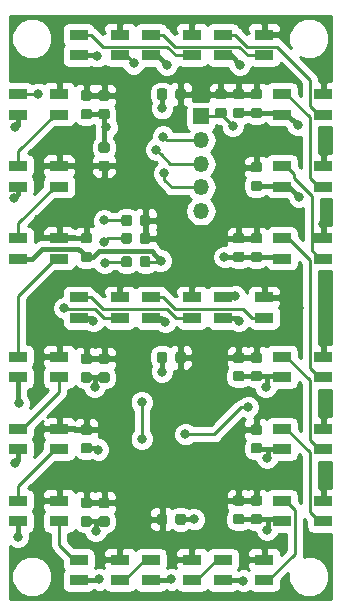
<source format=gbr>
G04 #@! TF.GenerationSoftware,KiCad,Pcbnew,(5.0.1)-4*
G04 #@! TF.CreationDate,2019-08-10T21:26:31+02:00*
G04 #@! TF.ProjectId,7segment_mini_module,377365676D656E745F6D696E695F6D6F,rev?*
G04 #@! TF.SameCoordinates,Original*
G04 #@! TF.FileFunction,Copper,L1,Top,Signal*
G04 #@! TF.FilePolarity,Positive*
%FSLAX46Y46*%
G04 Gerber Fmt 4.6, Leading zero omitted, Abs format (unit mm)*
G04 Created by KiCad (PCBNEW (5.0.1)-4) date 10-08-2019 21:26:31*
%MOMM*%
%LPD*%
G01*
G04 APERTURE LIST*
G04 #@! TA.AperFunction,Conductor*
%ADD10C,0.100000*%
G04 #@! TD*
G04 #@! TA.AperFunction,SMDPad,CuDef*
%ADD11C,0.875000*%
G04 #@! TD*
G04 #@! TA.AperFunction,SMDPad,CuDef*
%ADD12R,1.600000X0.850000*%
G04 #@! TD*
G04 #@! TA.AperFunction,ComponentPad*
%ADD13R,1.350000X1.350000*%
G04 #@! TD*
G04 #@! TA.AperFunction,ComponentPad*
%ADD14O,1.350000X1.350000*%
G04 #@! TD*
G04 #@! TA.AperFunction,ViaPad*
%ADD15C,0.800000*%
G04 #@! TD*
G04 #@! TA.AperFunction,ViaPad*
%ADD16C,1.000000*%
G04 #@! TD*
G04 #@! TA.AperFunction,Conductor*
%ADD17C,0.250000*%
G04 #@! TD*
G04 #@! TA.AperFunction,Conductor*
%ADD18C,0.400000*%
G04 #@! TD*
G04 #@! TA.AperFunction,Conductor*
%ADD19C,0.254000*%
G04 #@! TD*
G04 APERTURE END LIST*
D10*
G04 #@! TO.N,GND*
G04 #@! TO.C,C1*
G36*
X85977691Y-77051053D02*
X85998926Y-77054203D01*
X86019750Y-77059419D01*
X86039962Y-77066651D01*
X86059368Y-77075830D01*
X86077781Y-77086866D01*
X86095024Y-77099654D01*
X86110930Y-77114070D01*
X86125346Y-77129976D01*
X86138134Y-77147219D01*
X86149170Y-77165632D01*
X86158349Y-77185038D01*
X86165581Y-77205250D01*
X86170797Y-77226074D01*
X86173947Y-77247309D01*
X86175000Y-77268750D01*
X86175000Y-77706250D01*
X86173947Y-77727691D01*
X86170797Y-77748926D01*
X86165581Y-77769750D01*
X86158349Y-77789962D01*
X86149170Y-77809368D01*
X86138134Y-77827781D01*
X86125346Y-77845024D01*
X86110930Y-77860930D01*
X86095024Y-77875346D01*
X86077781Y-77888134D01*
X86059368Y-77899170D01*
X86039962Y-77908349D01*
X86019750Y-77915581D01*
X85998926Y-77920797D01*
X85977691Y-77923947D01*
X85956250Y-77925000D01*
X85443750Y-77925000D01*
X85422309Y-77923947D01*
X85401074Y-77920797D01*
X85380250Y-77915581D01*
X85360038Y-77908349D01*
X85340632Y-77899170D01*
X85322219Y-77888134D01*
X85304976Y-77875346D01*
X85289070Y-77860930D01*
X85274654Y-77845024D01*
X85261866Y-77827781D01*
X85250830Y-77809368D01*
X85241651Y-77789962D01*
X85234419Y-77769750D01*
X85229203Y-77748926D01*
X85226053Y-77727691D01*
X85225000Y-77706250D01*
X85225000Y-77268750D01*
X85226053Y-77247309D01*
X85229203Y-77226074D01*
X85234419Y-77205250D01*
X85241651Y-77185038D01*
X85250830Y-77165632D01*
X85261866Y-77147219D01*
X85274654Y-77129976D01*
X85289070Y-77114070D01*
X85304976Y-77099654D01*
X85322219Y-77086866D01*
X85340632Y-77075830D01*
X85360038Y-77066651D01*
X85380250Y-77059419D01*
X85401074Y-77054203D01*
X85422309Y-77051053D01*
X85443750Y-77050000D01*
X85956250Y-77050000D01*
X85977691Y-77051053D01*
X85977691Y-77051053D01*
G37*
D11*
G04 #@! TD*
G04 #@! TO.P,C1,2*
G04 #@! TO.N,GND*
X85700000Y-77487500D03*
D10*
G04 #@! TO.N,+3V3*
G04 #@! TO.C,C1*
G36*
X85977691Y-75476053D02*
X85998926Y-75479203D01*
X86019750Y-75484419D01*
X86039962Y-75491651D01*
X86059368Y-75500830D01*
X86077781Y-75511866D01*
X86095024Y-75524654D01*
X86110930Y-75539070D01*
X86125346Y-75554976D01*
X86138134Y-75572219D01*
X86149170Y-75590632D01*
X86158349Y-75610038D01*
X86165581Y-75630250D01*
X86170797Y-75651074D01*
X86173947Y-75672309D01*
X86175000Y-75693750D01*
X86175000Y-76131250D01*
X86173947Y-76152691D01*
X86170797Y-76173926D01*
X86165581Y-76194750D01*
X86158349Y-76214962D01*
X86149170Y-76234368D01*
X86138134Y-76252781D01*
X86125346Y-76270024D01*
X86110930Y-76285930D01*
X86095024Y-76300346D01*
X86077781Y-76313134D01*
X86059368Y-76324170D01*
X86039962Y-76333349D01*
X86019750Y-76340581D01*
X85998926Y-76345797D01*
X85977691Y-76348947D01*
X85956250Y-76350000D01*
X85443750Y-76350000D01*
X85422309Y-76348947D01*
X85401074Y-76345797D01*
X85380250Y-76340581D01*
X85360038Y-76333349D01*
X85340632Y-76324170D01*
X85322219Y-76313134D01*
X85304976Y-76300346D01*
X85289070Y-76285930D01*
X85274654Y-76270024D01*
X85261866Y-76252781D01*
X85250830Y-76234368D01*
X85241651Y-76214962D01*
X85234419Y-76194750D01*
X85229203Y-76173926D01*
X85226053Y-76152691D01*
X85225000Y-76131250D01*
X85225000Y-75693750D01*
X85226053Y-75672309D01*
X85229203Y-75651074D01*
X85234419Y-75630250D01*
X85241651Y-75610038D01*
X85250830Y-75590632D01*
X85261866Y-75572219D01*
X85274654Y-75554976D01*
X85289070Y-75539070D01*
X85304976Y-75524654D01*
X85322219Y-75511866D01*
X85340632Y-75500830D01*
X85360038Y-75491651D01*
X85380250Y-75484419D01*
X85401074Y-75479203D01*
X85422309Y-75476053D01*
X85443750Y-75475000D01*
X85956250Y-75475000D01*
X85977691Y-75476053D01*
X85977691Y-75476053D01*
G37*
D11*
G04 #@! TD*
G04 #@! TO.P,C1,1*
G04 #@! TO.N,+3V3*
X85700000Y-75912500D03*
D10*
G04 #@! TO.N,+3V3*
G04 #@! TO.C,C2*
G36*
X92427691Y-75326053D02*
X92448926Y-75329203D01*
X92469750Y-75334419D01*
X92489962Y-75341651D01*
X92509368Y-75350830D01*
X92527781Y-75361866D01*
X92545024Y-75374654D01*
X92560930Y-75389070D01*
X92575346Y-75404976D01*
X92588134Y-75422219D01*
X92599170Y-75440632D01*
X92608349Y-75460038D01*
X92615581Y-75480250D01*
X92620797Y-75501074D01*
X92623947Y-75522309D01*
X92625000Y-75543750D01*
X92625000Y-76056250D01*
X92623947Y-76077691D01*
X92620797Y-76098926D01*
X92615581Y-76119750D01*
X92608349Y-76139962D01*
X92599170Y-76159368D01*
X92588134Y-76177781D01*
X92575346Y-76195024D01*
X92560930Y-76210930D01*
X92545024Y-76225346D01*
X92527781Y-76238134D01*
X92509368Y-76249170D01*
X92489962Y-76258349D01*
X92469750Y-76265581D01*
X92448926Y-76270797D01*
X92427691Y-76273947D01*
X92406250Y-76275000D01*
X91968750Y-76275000D01*
X91947309Y-76273947D01*
X91926074Y-76270797D01*
X91905250Y-76265581D01*
X91885038Y-76258349D01*
X91865632Y-76249170D01*
X91847219Y-76238134D01*
X91829976Y-76225346D01*
X91814070Y-76210930D01*
X91799654Y-76195024D01*
X91786866Y-76177781D01*
X91775830Y-76159368D01*
X91766651Y-76139962D01*
X91759419Y-76119750D01*
X91754203Y-76098926D01*
X91751053Y-76077691D01*
X91750000Y-76056250D01*
X91750000Y-75543750D01*
X91751053Y-75522309D01*
X91754203Y-75501074D01*
X91759419Y-75480250D01*
X91766651Y-75460038D01*
X91775830Y-75440632D01*
X91786866Y-75422219D01*
X91799654Y-75404976D01*
X91814070Y-75389070D01*
X91829976Y-75374654D01*
X91847219Y-75361866D01*
X91865632Y-75350830D01*
X91885038Y-75341651D01*
X91905250Y-75334419D01*
X91926074Y-75329203D01*
X91947309Y-75326053D01*
X91968750Y-75325000D01*
X92406250Y-75325000D01*
X92427691Y-75326053D01*
X92427691Y-75326053D01*
G37*
D11*
G04 #@! TD*
G04 #@! TO.P,C2,1*
G04 #@! TO.N,+3V3*
X92187500Y-75800000D03*
D10*
G04 #@! TO.N,GND*
G04 #@! TO.C,C2*
G36*
X90852691Y-75326053D02*
X90873926Y-75329203D01*
X90894750Y-75334419D01*
X90914962Y-75341651D01*
X90934368Y-75350830D01*
X90952781Y-75361866D01*
X90970024Y-75374654D01*
X90985930Y-75389070D01*
X91000346Y-75404976D01*
X91013134Y-75422219D01*
X91024170Y-75440632D01*
X91033349Y-75460038D01*
X91040581Y-75480250D01*
X91045797Y-75501074D01*
X91048947Y-75522309D01*
X91050000Y-75543750D01*
X91050000Y-76056250D01*
X91048947Y-76077691D01*
X91045797Y-76098926D01*
X91040581Y-76119750D01*
X91033349Y-76139962D01*
X91024170Y-76159368D01*
X91013134Y-76177781D01*
X91000346Y-76195024D01*
X90985930Y-76210930D01*
X90970024Y-76225346D01*
X90952781Y-76238134D01*
X90934368Y-76249170D01*
X90914962Y-76258349D01*
X90894750Y-76265581D01*
X90873926Y-76270797D01*
X90852691Y-76273947D01*
X90831250Y-76275000D01*
X90393750Y-76275000D01*
X90372309Y-76273947D01*
X90351074Y-76270797D01*
X90330250Y-76265581D01*
X90310038Y-76258349D01*
X90290632Y-76249170D01*
X90272219Y-76238134D01*
X90254976Y-76225346D01*
X90239070Y-76210930D01*
X90224654Y-76195024D01*
X90211866Y-76177781D01*
X90200830Y-76159368D01*
X90191651Y-76139962D01*
X90184419Y-76119750D01*
X90179203Y-76098926D01*
X90176053Y-76077691D01*
X90175000Y-76056250D01*
X90175000Y-75543750D01*
X90176053Y-75522309D01*
X90179203Y-75501074D01*
X90184419Y-75480250D01*
X90191651Y-75460038D01*
X90200830Y-75440632D01*
X90211866Y-75422219D01*
X90224654Y-75404976D01*
X90239070Y-75389070D01*
X90254976Y-75374654D01*
X90272219Y-75361866D01*
X90290632Y-75350830D01*
X90310038Y-75341651D01*
X90330250Y-75334419D01*
X90351074Y-75329203D01*
X90372309Y-75326053D01*
X90393750Y-75325000D01*
X90831250Y-75325000D01*
X90852691Y-75326053D01*
X90852691Y-75326053D01*
G37*
D11*
G04 #@! TD*
G04 #@! TO.P,C2,2*
G04 #@! TO.N,GND*
X90612500Y-75800000D03*
D10*
G04 #@! TO.N,GND*
G04 #@! TO.C,C3*
G36*
X97377691Y-76951053D02*
X97398926Y-76954203D01*
X97419750Y-76959419D01*
X97439962Y-76966651D01*
X97459368Y-76975830D01*
X97477781Y-76986866D01*
X97495024Y-76999654D01*
X97510930Y-77014070D01*
X97525346Y-77029976D01*
X97538134Y-77047219D01*
X97549170Y-77065632D01*
X97558349Y-77085038D01*
X97565581Y-77105250D01*
X97570797Y-77126074D01*
X97573947Y-77147309D01*
X97575000Y-77168750D01*
X97575000Y-77606250D01*
X97573947Y-77627691D01*
X97570797Y-77648926D01*
X97565581Y-77669750D01*
X97558349Y-77689962D01*
X97549170Y-77709368D01*
X97538134Y-77727781D01*
X97525346Y-77745024D01*
X97510930Y-77760930D01*
X97495024Y-77775346D01*
X97477781Y-77788134D01*
X97459368Y-77799170D01*
X97439962Y-77808349D01*
X97419750Y-77815581D01*
X97398926Y-77820797D01*
X97377691Y-77823947D01*
X97356250Y-77825000D01*
X96843750Y-77825000D01*
X96822309Y-77823947D01*
X96801074Y-77820797D01*
X96780250Y-77815581D01*
X96760038Y-77808349D01*
X96740632Y-77799170D01*
X96722219Y-77788134D01*
X96704976Y-77775346D01*
X96689070Y-77760930D01*
X96674654Y-77745024D01*
X96661866Y-77727781D01*
X96650830Y-77709368D01*
X96641651Y-77689962D01*
X96634419Y-77669750D01*
X96629203Y-77648926D01*
X96626053Y-77627691D01*
X96625000Y-77606250D01*
X96625000Y-77168750D01*
X96626053Y-77147309D01*
X96629203Y-77126074D01*
X96634419Y-77105250D01*
X96641651Y-77085038D01*
X96650830Y-77065632D01*
X96661866Y-77047219D01*
X96674654Y-77029976D01*
X96689070Y-77014070D01*
X96704976Y-76999654D01*
X96722219Y-76986866D01*
X96740632Y-76975830D01*
X96760038Y-76966651D01*
X96780250Y-76959419D01*
X96801074Y-76954203D01*
X96822309Y-76951053D01*
X96843750Y-76950000D01*
X97356250Y-76950000D01*
X97377691Y-76951053D01*
X97377691Y-76951053D01*
G37*
D11*
G04 #@! TD*
G04 #@! TO.P,C3,2*
G04 #@! TO.N,GND*
X97100000Y-77387500D03*
D10*
G04 #@! TO.N,+3V3*
G04 #@! TO.C,C3*
G36*
X97377691Y-75376053D02*
X97398926Y-75379203D01*
X97419750Y-75384419D01*
X97439962Y-75391651D01*
X97459368Y-75400830D01*
X97477781Y-75411866D01*
X97495024Y-75424654D01*
X97510930Y-75439070D01*
X97525346Y-75454976D01*
X97538134Y-75472219D01*
X97549170Y-75490632D01*
X97558349Y-75510038D01*
X97565581Y-75530250D01*
X97570797Y-75551074D01*
X97573947Y-75572309D01*
X97575000Y-75593750D01*
X97575000Y-76031250D01*
X97573947Y-76052691D01*
X97570797Y-76073926D01*
X97565581Y-76094750D01*
X97558349Y-76114962D01*
X97549170Y-76134368D01*
X97538134Y-76152781D01*
X97525346Y-76170024D01*
X97510930Y-76185930D01*
X97495024Y-76200346D01*
X97477781Y-76213134D01*
X97459368Y-76224170D01*
X97439962Y-76233349D01*
X97419750Y-76240581D01*
X97398926Y-76245797D01*
X97377691Y-76248947D01*
X97356250Y-76250000D01*
X96843750Y-76250000D01*
X96822309Y-76248947D01*
X96801074Y-76245797D01*
X96780250Y-76240581D01*
X96760038Y-76233349D01*
X96740632Y-76224170D01*
X96722219Y-76213134D01*
X96704976Y-76200346D01*
X96689070Y-76185930D01*
X96674654Y-76170024D01*
X96661866Y-76152781D01*
X96650830Y-76134368D01*
X96641651Y-76114962D01*
X96634419Y-76094750D01*
X96629203Y-76073926D01*
X96626053Y-76052691D01*
X96625000Y-76031250D01*
X96625000Y-75593750D01*
X96626053Y-75572309D01*
X96629203Y-75551074D01*
X96634419Y-75530250D01*
X96641651Y-75510038D01*
X96650830Y-75490632D01*
X96661866Y-75472219D01*
X96674654Y-75454976D01*
X96689070Y-75439070D01*
X96704976Y-75424654D01*
X96722219Y-75411866D01*
X96740632Y-75400830D01*
X96760038Y-75391651D01*
X96780250Y-75384419D01*
X96801074Y-75379203D01*
X96822309Y-75376053D01*
X96843750Y-75375000D01*
X97356250Y-75375000D01*
X97377691Y-75376053D01*
X97377691Y-75376053D01*
G37*
D11*
G04 #@! TD*
G04 #@! TO.P,C3,1*
G04 #@! TO.N,+3V3*
X97100000Y-75812500D03*
D10*
G04 #@! TO.N,+3V3*
G04 #@! TO.C,C4*
G36*
X98877691Y-75376053D02*
X98898926Y-75379203D01*
X98919750Y-75384419D01*
X98939962Y-75391651D01*
X98959368Y-75400830D01*
X98977781Y-75411866D01*
X98995024Y-75424654D01*
X99010930Y-75439070D01*
X99025346Y-75454976D01*
X99038134Y-75472219D01*
X99049170Y-75490632D01*
X99058349Y-75510038D01*
X99065581Y-75530250D01*
X99070797Y-75551074D01*
X99073947Y-75572309D01*
X99075000Y-75593750D01*
X99075000Y-76031250D01*
X99073947Y-76052691D01*
X99070797Y-76073926D01*
X99065581Y-76094750D01*
X99058349Y-76114962D01*
X99049170Y-76134368D01*
X99038134Y-76152781D01*
X99025346Y-76170024D01*
X99010930Y-76185930D01*
X98995024Y-76200346D01*
X98977781Y-76213134D01*
X98959368Y-76224170D01*
X98939962Y-76233349D01*
X98919750Y-76240581D01*
X98898926Y-76245797D01*
X98877691Y-76248947D01*
X98856250Y-76250000D01*
X98343750Y-76250000D01*
X98322309Y-76248947D01*
X98301074Y-76245797D01*
X98280250Y-76240581D01*
X98260038Y-76233349D01*
X98240632Y-76224170D01*
X98222219Y-76213134D01*
X98204976Y-76200346D01*
X98189070Y-76185930D01*
X98174654Y-76170024D01*
X98161866Y-76152781D01*
X98150830Y-76134368D01*
X98141651Y-76114962D01*
X98134419Y-76094750D01*
X98129203Y-76073926D01*
X98126053Y-76052691D01*
X98125000Y-76031250D01*
X98125000Y-75593750D01*
X98126053Y-75572309D01*
X98129203Y-75551074D01*
X98134419Y-75530250D01*
X98141651Y-75510038D01*
X98150830Y-75490632D01*
X98161866Y-75472219D01*
X98174654Y-75454976D01*
X98189070Y-75439070D01*
X98204976Y-75424654D01*
X98222219Y-75411866D01*
X98240632Y-75400830D01*
X98260038Y-75391651D01*
X98280250Y-75384419D01*
X98301074Y-75379203D01*
X98322309Y-75376053D01*
X98343750Y-75375000D01*
X98856250Y-75375000D01*
X98877691Y-75376053D01*
X98877691Y-75376053D01*
G37*
D11*
G04 #@! TD*
G04 #@! TO.P,C4,1*
G04 #@! TO.N,+3V3*
X98600000Y-75812500D03*
D10*
G04 #@! TO.N,GND*
G04 #@! TO.C,C4*
G36*
X98877691Y-76951053D02*
X98898926Y-76954203D01*
X98919750Y-76959419D01*
X98939962Y-76966651D01*
X98959368Y-76975830D01*
X98977781Y-76986866D01*
X98995024Y-76999654D01*
X99010930Y-77014070D01*
X99025346Y-77029976D01*
X99038134Y-77047219D01*
X99049170Y-77065632D01*
X99058349Y-77085038D01*
X99065581Y-77105250D01*
X99070797Y-77126074D01*
X99073947Y-77147309D01*
X99075000Y-77168750D01*
X99075000Y-77606250D01*
X99073947Y-77627691D01*
X99070797Y-77648926D01*
X99065581Y-77669750D01*
X99058349Y-77689962D01*
X99049170Y-77709368D01*
X99038134Y-77727781D01*
X99025346Y-77745024D01*
X99010930Y-77760930D01*
X98995024Y-77775346D01*
X98977781Y-77788134D01*
X98959368Y-77799170D01*
X98939962Y-77808349D01*
X98919750Y-77815581D01*
X98898926Y-77820797D01*
X98877691Y-77823947D01*
X98856250Y-77825000D01*
X98343750Y-77825000D01*
X98322309Y-77823947D01*
X98301074Y-77820797D01*
X98280250Y-77815581D01*
X98260038Y-77808349D01*
X98240632Y-77799170D01*
X98222219Y-77788134D01*
X98204976Y-77775346D01*
X98189070Y-77760930D01*
X98174654Y-77745024D01*
X98161866Y-77727781D01*
X98150830Y-77709368D01*
X98141651Y-77689962D01*
X98134419Y-77669750D01*
X98129203Y-77648926D01*
X98126053Y-77627691D01*
X98125000Y-77606250D01*
X98125000Y-77168750D01*
X98126053Y-77147309D01*
X98129203Y-77126074D01*
X98134419Y-77105250D01*
X98141651Y-77085038D01*
X98150830Y-77065632D01*
X98161866Y-77047219D01*
X98174654Y-77029976D01*
X98189070Y-77014070D01*
X98204976Y-76999654D01*
X98222219Y-76986866D01*
X98240632Y-76975830D01*
X98260038Y-76966651D01*
X98280250Y-76959419D01*
X98301074Y-76954203D01*
X98322309Y-76951053D01*
X98343750Y-76950000D01*
X98856250Y-76950000D01*
X98877691Y-76951053D01*
X98877691Y-76951053D01*
G37*
D11*
G04 #@! TD*
G04 #@! TO.P,C4,2*
G04 #@! TO.N,GND*
X98600000Y-77387500D03*
D10*
G04 #@! TO.N,GND*
G04 #@! TO.C,C5*
G36*
X98877691Y-83138553D02*
X98898926Y-83141703D01*
X98919750Y-83146919D01*
X98939962Y-83154151D01*
X98959368Y-83163330D01*
X98977781Y-83174366D01*
X98995024Y-83187154D01*
X99010930Y-83201570D01*
X99025346Y-83217476D01*
X99038134Y-83234719D01*
X99049170Y-83253132D01*
X99058349Y-83272538D01*
X99065581Y-83292750D01*
X99070797Y-83313574D01*
X99073947Y-83334809D01*
X99075000Y-83356250D01*
X99075000Y-83793750D01*
X99073947Y-83815191D01*
X99070797Y-83836426D01*
X99065581Y-83857250D01*
X99058349Y-83877462D01*
X99049170Y-83896868D01*
X99038134Y-83915281D01*
X99025346Y-83932524D01*
X99010930Y-83948430D01*
X98995024Y-83962846D01*
X98977781Y-83975634D01*
X98959368Y-83986670D01*
X98939962Y-83995849D01*
X98919750Y-84003081D01*
X98898926Y-84008297D01*
X98877691Y-84011447D01*
X98856250Y-84012500D01*
X98343750Y-84012500D01*
X98322309Y-84011447D01*
X98301074Y-84008297D01*
X98280250Y-84003081D01*
X98260038Y-83995849D01*
X98240632Y-83986670D01*
X98222219Y-83975634D01*
X98204976Y-83962846D01*
X98189070Y-83948430D01*
X98174654Y-83932524D01*
X98161866Y-83915281D01*
X98150830Y-83896868D01*
X98141651Y-83877462D01*
X98134419Y-83857250D01*
X98129203Y-83836426D01*
X98126053Y-83815191D01*
X98125000Y-83793750D01*
X98125000Y-83356250D01*
X98126053Y-83334809D01*
X98129203Y-83313574D01*
X98134419Y-83292750D01*
X98141651Y-83272538D01*
X98150830Y-83253132D01*
X98161866Y-83234719D01*
X98174654Y-83217476D01*
X98189070Y-83201570D01*
X98204976Y-83187154D01*
X98222219Y-83174366D01*
X98240632Y-83163330D01*
X98260038Y-83154151D01*
X98280250Y-83146919D01*
X98301074Y-83141703D01*
X98322309Y-83138553D01*
X98343750Y-83137500D01*
X98856250Y-83137500D01*
X98877691Y-83138553D01*
X98877691Y-83138553D01*
G37*
D11*
G04 #@! TD*
G04 #@! TO.P,C5,2*
G04 #@! TO.N,GND*
X98600000Y-83575000D03*
D10*
G04 #@! TO.N,+3V3*
G04 #@! TO.C,C5*
G36*
X98877691Y-81563553D02*
X98898926Y-81566703D01*
X98919750Y-81571919D01*
X98939962Y-81579151D01*
X98959368Y-81588330D01*
X98977781Y-81599366D01*
X98995024Y-81612154D01*
X99010930Y-81626570D01*
X99025346Y-81642476D01*
X99038134Y-81659719D01*
X99049170Y-81678132D01*
X99058349Y-81697538D01*
X99065581Y-81717750D01*
X99070797Y-81738574D01*
X99073947Y-81759809D01*
X99075000Y-81781250D01*
X99075000Y-82218750D01*
X99073947Y-82240191D01*
X99070797Y-82261426D01*
X99065581Y-82282250D01*
X99058349Y-82302462D01*
X99049170Y-82321868D01*
X99038134Y-82340281D01*
X99025346Y-82357524D01*
X99010930Y-82373430D01*
X98995024Y-82387846D01*
X98977781Y-82400634D01*
X98959368Y-82411670D01*
X98939962Y-82420849D01*
X98919750Y-82428081D01*
X98898926Y-82433297D01*
X98877691Y-82436447D01*
X98856250Y-82437500D01*
X98343750Y-82437500D01*
X98322309Y-82436447D01*
X98301074Y-82433297D01*
X98280250Y-82428081D01*
X98260038Y-82420849D01*
X98240632Y-82411670D01*
X98222219Y-82400634D01*
X98204976Y-82387846D01*
X98189070Y-82373430D01*
X98174654Y-82357524D01*
X98161866Y-82340281D01*
X98150830Y-82321868D01*
X98141651Y-82302462D01*
X98134419Y-82282250D01*
X98129203Y-82261426D01*
X98126053Y-82240191D01*
X98125000Y-82218750D01*
X98125000Y-81781250D01*
X98126053Y-81759809D01*
X98129203Y-81738574D01*
X98134419Y-81717750D01*
X98141651Y-81697538D01*
X98150830Y-81678132D01*
X98161866Y-81659719D01*
X98174654Y-81642476D01*
X98189070Y-81626570D01*
X98204976Y-81612154D01*
X98222219Y-81599366D01*
X98240632Y-81588330D01*
X98260038Y-81579151D01*
X98280250Y-81571919D01*
X98301074Y-81566703D01*
X98322309Y-81563553D01*
X98343750Y-81562500D01*
X98856250Y-81562500D01*
X98877691Y-81563553D01*
X98877691Y-81563553D01*
G37*
D11*
G04 #@! TD*
G04 #@! TO.P,C5,1*
G04 #@! TO.N,+3V3*
X98600000Y-82000000D03*
D10*
G04 #@! TO.N,+3V3*
G04 #@! TO.C,C6*
G36*
X98877691Y-87576053D02*
X98898926Y-87579203D01*
X98919750Y-87584419D01*
X98939962Y-87591651D01*
X98959368Y-87600830D01*
X98977781Y-87611866D01*
X98995024Y-87624654D01*
X99010930Y-87639070D01*
X99025346Y-87654976D01*
X99038134Y-87672219D01*
X99049170Y-87690632D01*
X99058349Y-87710038D01*
X99065581Y-87730250D01*
X99070797Y-87751074D01*
X99073947Y-87772309D01*
X99075000Y-87793750D01*
X99075000Y-88231250D01*
X99073947Y-88252691D01*
X99070797Y-88273926D01*
X99065581Y-88294750D01*
X99058349Y-88314962D01*
X99049170Y-88334368D01*
X99038134Y-88352781D01*
X99025346Y-88370024D01*
X99010930Y-88385930D01*
X98995024Y-88400346D01*
X98977781Y-88413134D01*
X98959368Y-88424170D01*
X98939962Y-88433349D01*
X98919750Y-88440581D01*
X98898926Y-88445797D01*
X98877691Y-88448947D01*
X98856250Y-88450000D01*
X98343750Y-88450000D01*
X98322309Y-88448947D01*
X98301074Y-88445797D01*
X98280250Y-88440581D01*
X98260038Y-88433349D01*
X98240632Y-88424170D01*
X98222219Y-88413134D01*
X98204976Y-88400346D01*
X98189070Y-88385930D01*
X98174654Y-88370024D01*
X98161866Y-88352781D01*
X98150830Y-88334368D01*
X98141651Y-88314962D01*
X98134419Y-88294750D01*
X98129203Y-88273926D01*
X98126053Y-88252691D01*
X98125000Y-88231250D01*
X98125000Y-87793750D01*
X98126053Y-87772309D01*
X98129203Y-87751074D01*
X98134419Y-87730250D01*
X98141651Y-87710038D01*
X98150830Y-87690632D01*
X98161866Y-87672219D01*
X98174654Y-87654976D01*
X98189070Y-87639070D01*
X98204976Y-87624654D01*
X98222219Y-87611866D01*
X98240632Y-87600830D01*
X98260038Y-87591651D01*
X98280250Y-87584419D01*
X98301074Y-87579203D01*
X98322309Y-87576053D01*
X98343750Y-87575000D01*
X98856250Y-87575000D01*
X98877691Y-87576053D01*
X98877691Y-87576053D01*
G37*
D11*
G04 #@! TD*
G04 #@! TO.P,C6,1*
G04 #@! TO.N,+3V3*
X98600000Y-88012500D03*
D10*
G04 #@! TO.N,GND*
G04 #@! TO.C,C6*
G36*
X98877691Y-89151053D02*
X98898926Y-89154203D01*
X98919750Y-89159419D01*
X98939962Y-89166651D01*
X98959368Y-89175830D01*
X98977781Y-89186866D01*
X98995024Y-89199654D01*
X99010930Y-89214070D01*
X99025346Y-89229976D01*
X99038134Y-89247219D01*
X99049170Y-89265632D01*
X99058349Y-89285038D01*
X99065581Y-89305250D01*
X99070797Y-89326074D01*
X99073947Y-89347309D01*
X99075000Y-89368750D01*
X99075000Y-89806250D01*
X99073947Y-89827691D01*
X99070797Y-89848926D01*
X99065581Y-89869750D01*
X99058349Y-89889962D01*
X99049170Y-89909368D01*
X99038134Y-89927781D01*
X99025346Y-89945024D01*
X99010930Y-89960930D01*
X98995024Y-89975346D01*
X98977781Y-89988134D01*
X98959368Y-89999170D01*
X98939962Y-90008349D01*
X98919750Y-90015581D01*
X98898926Y-90020797D01*
X98877691Y-90023947D01*
X98856250Y-90025000D01*
X98343750Y-90025000D01*
X98322309Y-90023947D01*
X98301074Y-90020797D01*
X98280250Y-90015581D01*
X98260038Y-90008349D01*
X98240632Y-89999170D01*
X98222219Y-89988134D01*
X98204976Y-89975346D01*
X98189070Y-89960930D01*
X98174654Y-89945024D01*
X98161866Y-89927781D01*
X98150830Y-89909368D01*
X98141651Y-89889962D01*
X98134419Y-89869750D01*
X98129203Y-89848926D01*
X98126053Y-89827691D01*
X98125000Y-89806250D01*
X98125000Y-89368750D01*
X98126053Y-89347309D01*
X98129203Y-89326074D01*
X98134419Y-89305250D01*
X98141651Y-89285038D01*
X98150830Y-89265632D01*
X98161866Y-89247219D01*
X98174654Y-89229976D01*
X98189070Y-89214070D01*
X98204976Y-89199654D01*
X98222219Y-89186866D01*
X98240632Y-89175830D01*
X98260038Y-89166651D01*
X98280250Y-89159419D01*
X98301074Y-89154203D01*
X98322309Y-89151053D01*
X98343750Y-89150000D01*
X98856250Y-89150000D01*
X98877691Y-89151053D01*
X98877691Y-89151053D01*
G37*
D11*
G04 #@! TD*
G04 #@! TO.P,C6,2*
G04 #@! TO.N,GND*
X98600000Y-89587500D03*
D10*
G04 #@! TO.N,GND*
G04 #@! TO.C,C7*
G36*
X98877691Y-99251053D02*
X98898926Y-99254203D01*
X98919750Y-99259419D01*
X98939962Y-99266651D01*
X98959368Y-99275830D01*
X98977781Y-99286866D01*
X98995024Y-99299654D01*
X99010930Y-99314070D01*
X99025346Y-99329976D01*
X99038134Y-99347219D01*
X99049170Y-99365632D01*
X99058349Y-99385038D01*
X99065581Y-99405250D01*
X99070797Y-99426074D01*
X99073947Y-99447309D01*
X99075000Y-99468750D01*
X99075000Y-99906250D01*
X99073947Y-99927691D01*
X99070797Y-99948926D01*
X99065581Y-99969750D01*
X99058349Y-99989962D01*
X99049170Y-100009368D01*
X99038134Y-100027781D01*
X99025346Y-100045024D01*
X99010930Y-100060930D01*
X98995024Y-100075346D01*
X98977781Y-100088134D01*
X98959368Y-100099170D01*
X98939962Y-100108349D01*
X98919750Y-100115581D01*
X98898926Y-100120797D01*
X98877691Y-100123947D01*
X98856250Y-100125000D01*
X98343750Y-100125000D01*
X98322309Y-100123947D01*
X98301074Y-100120797D01*
X98280250Y-100115581D01*
X98260038Y-100108349D01*
X98240632Y-100099170D01*
X98222219Y-100088134D01*
X98204976Y-100075346D01*
X98189070Y-100060930D01*
X98174654Y-100045024D01*
X98161866Y-100027781D01*
X98150830Y-100009368D01*
X98141651Y-99989962D01*
X98134419Y-99969750D01*
X98129203Y-99948926D01*
X98126053Y-99927691D01*
X98125000Y-99906250D01*
X98125000Y-99468750D01*
X98126053Y-99447309D01*
X98129203Y-99426074D01*
X98134419Y-99405250D01*
X98141651Y-99385038D01*
X98150830Y-99365632D01*
X98161866Y-99347219D01*
X98174654Y-99329976D01*
X98189070Y-99314070D01*
X98204976Y-99299654D01*
X98222219Y-99286866D01*
X98240632Y-99275830D01*
X98260038Y-99266651D01*
X98280250Y-99259419D01*
X98301074Y-99254203D01*
X98322309Y-99251053D01*
X98343750Y-99250000D01*
X98856250Y-99250000D01*
X98877691Y-99251053D01*
X98877691Y-99251053D01*
G37*
D11*
G04 #@! TD*
G04 #@! TO.P,C7,2*
G04 #@! TO.N,GND*
X98600000Y-99687500D03*
D10*
G04 #@! TO.N,+3V3*
G04 #@! TO.C,C7*
G36*
X98877691Y-97676053D02*
X98898926Y-97679203D01*
X98919750Y-97684419D01*
X98939962Y-97691651D01*
X98959368Y-97700830D01*
X98977781Y-97711866D01*
X98995024Y-97724654D01*
X99010930Y-97739070D01*
X99025346Y-97754976D01*
X99038134Y-97772219D01*
X99049170Y-97790632D01*
X99058349Y-97810038D01*
X99065581Y-97830250D01*
X99070797Y-97851074D01*
X99073947Y-97872309D01*
X99075000Y-97893750D01*
X99075000Y-98331250D01*
X99073947Y-98352691D01*
X99070797Y-98373926D01*
X99065581Y-98394750D01*
X99058349Y-98414962D01*
X99049170Y-98434368D01*
X99038134Y-98452781D01*
X99025346Y-98470024D01*
X99010930Y-98485930D01*
X98995024Y-98500346D01*
X98977781Y-98513134D01*
X98959368Y-98524170D01*
X98939962Y-98533349D01*
X98919750Y-98540581D01*
X98898926Y-98545797D01*
X98877691Y-98548947D01*
X98856250Y-98550000D01*
X98343750Y-98550000D01*
X98322309Y-98548947D01*
X98301074Y-98545797D01*
X98280250Y-98540581D01*
X98260038Y-98533349D01*
X98240632Y-98524170D01*
X98222219Y-98513134D01*
X98204976Y-98500346D01*
X98189070Y-98485930D01*
X98174654Y-98470024D01*
X98161866Y-98452781D01*
X98150830Y-98434368D01*
X98141651Y-98414962D01*
X98134419Y-98394750D01*
X98129203Y-98373926D01*
X98126053Y-98352691D01*
X98125000Y-98331250D01*
X98125000Y-97893750D01*
X98126053Y-97872309D01*
X98129203Y-97851074D01*
X98134419Y-97830250D01*
X98141651Y-97810038D01*
X98150830Y-97790632D01*
X98161866Y-97772219D01*
X98174654Y-97754976D01*
X98189070Y-97739070D01*
X98204976Y-97724654D01*
X98222219Y-97711866D01*
X98240632Y-97700830D01*
X98260038Y-97691651D01*
X98280250Y-97684419D01*
X98301074Y-97679203D01*
X98322309Y-97676053D01*
X98343750Y-97675000D01*
X98856250Y-97675000D01*
X98877691Y-97676053D01*
X98877691Y-97676053D01*
G37*
D11*
G04 #@! TD*
G04 #@! TO.P,C7,1*
G04 #@! TO.N,+3V3*
X98600000Y-98112500D03*
D10*
G04 #@! TO.N,+3V3*
G04 #@! TO.C,C8*
G36*
X98877691Y-103776053D02*
X98898926Y-103779203D01*
X98919750Y-103784419D01*
X98939962Y-103791651D01*
X98959368Y-103800830D01*
X98977781Y-103811866D01*
X98995024Y-103824654D01*
X99010930Y-103839070D01*
X99025346Y-103854976D01*
X99038134Y-103872219D01*
X99049170Y-103890632D01*
X99058349Y-103910038D01*
X99065581Y-103930250D01*
X99070797Y-103951074D01*
X99073947Y-103972309D01*
X99075000Y-103993750D01*
X99075000Y-104431250D01*
X99073947Y-104452691D01*
X99070797Y-104473926D01*
X99065581Y-104494750D01*
X99058349Y-104514962D01*
X99049170Y-104534368D01*
X99038134Y-104552781D01*
X99025346Y-104570024D01*
X99010930Y-104585930D01*
X98995024Y-104600346D01*
X98977781Y-104613134D01*
X98959368Y-104624170D01*
X98939962Y-104633349D01*
X98919750Y-104640581D01*
X98898926Y-104645797D01*
X98877691Y-104648947D01*
X98856250Y-104650000D01*
X98343750Y-104650000D01*
X98322309Y-104648947D01*
X98301074Y-104645797D01*
X98280250Y-104640581D01*
X98260038Y-104633349D01*
X98240632Y-104624170D01*
X98222219Y-104613134D01*
X98204976Y-104600346D01*
X98189070Y-104585930D01*
X98174654Y-104570024D01*
X98161866Y-104552781D01*
X98150830Y-104534368D01*
X98141651Y-104514962D01*
X98134419Y-104494750D01*
X98129203Y-104473926D01*
X98126053Y-104452691D01*
X98125000Y-104431250D01*
X98125000Y-103993750D01*
X98126053Y-103972309D01*
X98129203Y-103951074D01*
X98134419Y-103930250D01*
X98141651Y-103910038D01*
X98150830Y-103890632D01*
X98161866Y-103872219D01*
X98174654Y-103854976D01*
X98189070Y-103839070D01*
X98204976Y-103824654D01*
X98222219Y-103811866D01*
X98240632Y-103800830D01*
X98260038Y-103791651D01*
X98280250Y-103784419D01*
X98301074Y-103779203D01*
X98322309Y-103776053D01*
X98343750Y-103775000D01*
X98856250Y-103775000D01*
X98877691Y-103776053D01*
X98877691Y-103776053D01*
G37*
D11*
G04 #@! TD*
G04 #@! TO.P,C8,1*
G04 #@! TO.N,+3V3*
X98600000Y-104212500D03*
D10*
G04 #@! TO.N,GND*
G04 #@! TO.C,C8*
G36*
X98877691Y-105351053D02*
X98898926Y-105354203D01*
X98919750Y-105359419D01*
X98939962Y-105366651D01*
X98959368Y-105375830D01*
X98977781Y-105386866D01*
X98995024Y-105399654D01*
X99010930Y-105414070D01*
X99025346Y-105429976D01*
X99038134Y-105447219D01*
X99049170Y-105465632D01*
X99058349Y-105485038D01*
X99065581Y-105505250D01*
X99070797Y-105526074D01*
X99073947Y-105547309D01*
X99075000Y-105568750D01*
X99075000Y-106006250D01*
X99073947Y-106027691D01*
X99070797Y-106048926D01*
X99065581Y-106069750D01*
X99058349Y-106089962D01*
X99049170Y-106109368D01*
X99038134Y-106127781D01*
X99025346Y-106145024D01*
X99010930Y-106160930D01*
X98995024Y-106175346D01*
X98977781Y-106188134D01*
X98959368Y-106199170D01*
X98939962Y-106208349D01*
X98919750Y-106215581D01*
X98898926Y-106220797D01*
X98877691Y-106223947D01*
X98856250Y-106225000D01*
X98343750Y-106225000D01*
X98322309Y-106223947D01*
X98301074Y-106220797D01*
X98280250Y-106215581D01*
X98260038Y-106208349D01*
X98240632Y-106199170D01*
X98222219Y-106188134D01*
X98204976Y-106175346D01*
X98189070Y-106160930D01*
X98174654Y-106145024D01*
X98161866Y-106127781D01*
X98150830Y-106109368D01*
X98141651Y-106089962D01*
X98134419Y-106069750D01*
X98129203Y-106048926D01*
X98126053Y-106027691D01*
X98125000Y-106006250D01*
X98125000Y-105568750D01*
X98126053Y-105547309D01*
X98129203Y-105526074D01*
X98134419Y-105505250D01*
X98141651Y-105485038D01*
X98150830Y-105465632D01*
X98161866Y-105447219D01*
X98174654Y-105429976D01*
X98189070Y-105414070D01*
X98204976Y-105399654D01*
X98222219Y-105386866D01*
X98240632Y-105375830D01*
X98260038Y-105366651D01*
X98280250Y-105359419D01*
X98301074Y-105354203D01*
X98322309Y-105351053D01*
X98343750Y-105350000D01*
X98856250Y-105350000D01*
X98877691Y-105351053D01*
X98877691Y-105351053D01*
G37*
D11*
G04 #@! TD*
G04 #@! TO.P,C8,2*
G04 #@! TO.N,GND*
X98600000Y-105787500D03*
D10*
G04 #@! TO.N,GND*
G04 #@! TO.C,C9*
G36*
X98877691Y-111351053D02*
X98898926Y-111354203D01*
X98919750Y-111359419D01*
X98939962Y-111366651D01*
X98959368Y-111375830D01*
X98977781Y-111386866D01*
X98995024Y-111399654D01*
X99010930Y-111414070D01*
X99025346Y-111429976D01*
X99038134Y-111447219D01*
X99049170Y-111465632D01*
X99058349Y-111485038D01*
X99065581Y-111505250D01*
X99070797Y-111526074D01*
X99073947Y-111547309D01*
X99075000Y-111568750D01*
X99075000Y-112006250D01*
X99073947Y-112027691D01*
X99070797Y-112048926D01*
X99065581Y-112069750D01*
X99058349Y-112089962D01*
X99049170Y-112109368D01*
X99038134Y-112127781D01*
X99025346Y-112145024D01*
X99010930Y-112160930D01*
X98995024Y-112175346D01*
X98977781Y-112188134D01*
X98959368Y-112199170D01*
X98939962Y-112208349D01*
X98919750Y-112215581D01*
X98898926Y-112220797D01*
X98877691Y-112223947D01*
X98856250Y-112225000D01*
X98343750Y-112225000D01*
X98322309Y-112223947D01*
X98301074Y-112220797D01*
X98280250Y-112215581D01*
X98260038Y-112208349D01*
X98240632Y-112199170D01*
X98222219Y-112188134D01*
X98204976Y-112175346D01*
X98189070Y-112160930D01*
X98174654Y-112145024D01*
X98161866Y-112127781D01*
X98150830Y-112109368D01*
X98141651Y-112089962D01*
X98134419Y-112069750D01*
X98129203Y-112048926D01*
X98126053Y-112027691D01*
X98125000Y-112006250D01*
X98125000Y-111568750D01*
X98126053Y-111547309D01*
X98129203Y-111526074D01*
X98134419Y-111505250D01*
X98141651Y-111485038D01*
X98150830Y-111465632D01*
X98161866Y-111447219D01*
X98174654Y-111429976D01*
X98189070Y-111414070D01*
X98204976Y-111399654D01*
X98222219Y-111386866D01*
X98240632Y-111375830D01*
X98260038Y-111366651D01*
X98280250Y-111359419D01*
X98301074Y-111354203D01*
X98322309Y-111351053D01*
X98343750Y-111350000D01*
X98856250Y-111350000D01*
X98877691Y-111351053D01*
X98877691Y-111351053D01*
G37*
D11*
G04 #@! TD*
G04 #@! TO.P,C9,2*
G04 #@! TO.N,GND*
X98600000Y-111787500D03*
D10*
G04 #@! TO.N,+3V3*
G04 #@! TO.C,C9*
G36*
X98877691Y-109776053D02*
X98898926Y-109779203D01*
X98919750Y-109784419D01*
X98939962Y-109791651D01*
X98959368Y-109800830D01*
X98977781Y-109811866D01*
X98995024Y-109824654D01*
X99010930Y-109839070D01*
X99025346Y-109854976D01*
X99038134Y-109872219D01*
X99049170Y-109890632D01*
X99058349Y-109910038D01*
X99065581Y-109930250D01*
X99070797Y-109951074D01*
X99073947Y-109972309D01*
X99075000Y-109993750D01*
X99075000Y-110431250D01*
X99073947Y-110452691D01*
X99070797Y-110473926D01*
X99065581Y-110494750D01*
X99058349Y-110514962D01*
X99049170Y-110534368D01*
X99038134Y-110552781D01*
X99025346Y-110570024D01*
X99010930Y-110585930D01*
X98995024Y-110600346D01*
X98977781Y-110613134D01*
X98959368Y-110624170D01*
X98939962Y-110633349D01*
X98919750Y-110640581D01*
X98898926Y-110645797D01*
X98877691Y-110648947D01*
X98856250Y-110650000D01*
X98343750Y-110650000D01*
X98322309Y-110648947D01*
X98301074Y-110645797D01*
X98280250Y-110640581D01*
X98260038Y-110633349D01*
X98240632Y-110624170D01*
X98222219Y-110613134D01*
X98204976Y-110600346D01*
X98189070Y-110585930D01*
X98174654Y-110570024D01*
X98161866Y-110552781D01*
X98150830Y-110534368D01*
X98141651Y-110514962D01*
X98134419Y-110494750D01*
X98129203Y-110473926D01*
X98126053Y-110452691D01*
X98125000Y-110431250D01*
X98125000Y-109993750D01*
X98126053Y-109972309D01*
X98129203Y-109951074D01*
X98134419Y-109930250D01*
X98141651Y-109910038D01*
X98150830Y-109890632D01*
X98161866Y-109872219D01*
X98174654Y-109854976D01*
X98189070Y-109839070D01*
X98204976Y-109824654D01*
X98222219Y-109811866D01*
X98240632Y-109800830D01*
X98260038Y-109791651D01*
X98280250Y-109784419D01*
X98301074Y-109779203D01*
X98322309Y-109776053D01*
X98343750Y-109775000D01*
X98856250Y-109775000D01*
X98877691Y-109776053D01*
X98877691Y-109776053D01*
G37*
D11*
G04 #@! TD*
G04 #@! TO.P,C9,1*
G04 #@! TO.N,+3V3*
X98600000Y-110212500D03*
D10*
G04 #@! TO.N,+3V3*
G04 #@! TO.C,C10*
G36*
X97377691Y-109776053D02*
X97398926Y-109779203D01*
X97419750Y-109784419D01*
X97439962Y-109791651D01*
X97459368Y-109800830D01*
X97477781Y-109811866D01*
X97495024Y-109824654D01*
X97510930Y-109839070D01*
X97525346Y-109854976D01*
X97538134Y-109872219D01*
X97549170Y-109890632D01*
X97558349Y-109910038D01*
X97565581Y-109930250D01*
X97570797Y-109951074D01*
X97573947Y-109972309D01*
X97575000Y-109993750D01*
X97575000Y-110431250D01*
X97573947Y-110452691D01*
X97570797Y-110473926D01*
X97565581Y-110494750D01*
X97558349Y-110514962D01*
X97549170Y-110534368D01*
X97538134Y-110552781D01*
X97525346Y-110570024D01*
X97510930Y-110585930D01*
X97495024Y-110600346D01*
X97477781Y-110613134D01*
X97459368Y-110624170D01*
X97439962Y-110633349D01*
X97419750Y-110640581D01*
X97398926Y-110645797D01*
X97377691Y-110648947D01*
X97356250Y-110650000D01*
X96843750Y-110650000D01*
X96822309Y-110648947D01*
X96801074Y-110645797D01*
X96780250Y-110640581D01*
X96760038Y-110633349D01*
X96740632Y-110624170D01*
X96722219Y-110613134D01*
X96704976Y-110600346D01*
X96689070Y-110585930D01*
X96674654Y-110570024D01*
X96661866Y-110552781D01*
X96650830Y-110534368D01*
X96641651Y-110514962D01*
X96634419Y-110494750D01*
X96629203Y-110473926D01*
X96626053Y-110452691D01*
X96625000Y-110431250D01*
X96625000Y-109993750D01*
X96626053Y-109972309D01*
X96629203Y-109951074D01*
X96634419Y-109930250D01*
X96641651Y-109910038D01*
X96650830Y-109890632D01*
X96661866Y-109872219D01*
X96674654Y-109854976D01*
X96689070Y-109839070D01*
X96704976Y-109824654D01*
X96722219Y-109811866D01*
X96740632Y-109800830D01*
X96760038Y-109791651D01*
X96780250Y-109784419D01*
X96801074Y-109779203D01*
X96822309Y-109776053D01*
X96843750Y-109775000D01*
X97356250Y-109775000D01*
X97377691Y-109776053D01*
X97377691Y-109776053D01*
G37*
D11*
G04 #@! TD*
G04 #@! TO.P,C10,1*
G04 #@! TO.N,+3V3*
X97100000Y-110212500D03*
D10*
G04 #@! TO.N,GND*
G04 #@! TO.C,C10*
G36*
X97377691Y-111351053D02*
X97398926Y-111354203D01*
X97419750Y-111359419D01*
X97439962Y-111366651D01*
X97459368Y-111375830D01*
X97477781Y-111386866D01*
X97495024Y-111399654D01*
X97510930Y-111414070D01*
X97525346Y-111429976D01*
X97538134Y-111447219D01*
X97549170Y-111465632D01*
X97558349Y-111485038D01*
X97565581Y-111505250D01*
X97570797Y-111526074D01*
X97573947Y-111547309D01*
X97575000Y-111568750D01*
X97575000Y-112006250D01*
X97573947Y-112027691D01*
X97570797Y-112048926D01*
X97565581Y-112069750D01*
X97558349Y-112089962D01*
X97549170Y-112109368D01*
X97538134Y-112127781D01*
X97525346Y-112145024D01*
X97510930Y-112160930D01*
X97495024Y-112175346D01*
X97477781Y-112188134D01*
X97459368Y-112199170D01*
X97439962Y-112208349D01*
X97419750Y-112215581D01*
X97398926Y-112220797D01*
X97377691Y-112223947D01*
X97356250Y-112225000D01*
X96843750Y-112225000D01*
X96822309Y-112223947D01*
X96801074Y-112220797D01*
X96780250Y-112215581D01*
X96760038Y-112208349D01*
X96740632Y-112199170D01*
X96722219Y-112188134D01*
X96704976Y-112175346D01*
X96689070Y-112160930D01*
X96674654Y-112145024D01*
X96661866Y-112127781D01*
X96650830Y-112109368D01*
X96641651Y-112089962D01*
X96634419Y-112069750D01*
X96629203Y-112048926D01*
X96626053Y-112027691D01*
X96625000Y-112006250D01*
X96625000Y-111568750D01*
X96626053Y-111547309D01*
X96629203Y-111526074D01*
X96634419Y-111505250D01*
X96641651Y-111485038D01*
X96650830Y-111465632D01*
X96661866Y-111447219D01*
X96674654Y-111429976D01*
X96689070Y-111414070D01*
X96704976Y-111399654D01*
X96722219Y-111386866D01*
X96740632Y-111375830D01*
X96760038Y-111366651D01*
X96780250Y-111359419D01*
X96801074Y-111354203D01*
X96822309Y-111351053D01*
X96843750Y-111350000D01*
X97356250Y-111350000D01*
X97377691Y-111351053D01*
X97377691Y-111351053D01*
G37*
D11*
G04 #@! TD*
G04 #@! TO.P,C10,2*
G04 #@! TO.N,GND*
X97100000Y-111787500D03*
D10*
G04 #@! TO.N,GND*
G04 #@! TO.C,C11*
G36*
X92427691Y-111326053D02*
X92448926Y-111329203D01*
X92469750Y-111334419D01*
X92489962Y-111341651D01*
X92509368Y-111350830D01*
X92527781Y-111361866D01*
X92545024Y-111374654D01*
X92560930Y-111389070D01*
X92575346Y-111404976D01*
X92588134Y-111422219D01*
X92599170Y-111440632D01*
X92608349Y-111460038D01*
X92615581Y-111480250D01*
X92620797Y-111501074D01*
X92623947Y-111522309D01*
X92625000Y-111543750D01*
X92625000Y-112056250D01*
X92623947Y-112077691D01*
X92620797Y-112098926D01*
X92615581Y-112119750D01*
X92608349Y-112139962D01*
X92599170Y-112159368D01*
X92588134Y-112177781D01*
X92575346Y-112195024D01*
X92560930Y-112210930D01*
X92545024Y-112225346D01*
X92527781Y-112238134D01*
X92509368Y-112249170D01*
X92489962Y-112258349D01*
X92469750Y-112265581D01*
X92448926Y-112270797D01*
X92427691Y-112273947D01*
X92406250Y-112275000D01*
X91968750Y-112275000D01*
X91947309Y-112273947D01*
X91926074Y-112270797D01*
X91905250Y-112265581D01*
X91885038Y-112258349D01*
X91865632Y-112249170D01*
X91847219Y-112238134D01*
X91829976Y-112225346D01*
X91814070Y-112210930D01*
X91799654Y-112195024D01*
X91786866Y-112177781D01*
X91775830Y-112159368D01*
X91766651Y-112139962D01*
X91759419Y-112119750D01*
X91754203Y-112098926D01*
X91751053Y-112077691D01*
X91750000Y-112056250D01*
X91750000Y-111543750D01*
X91751053Y-111522309D01*
X91754203Y-111501074D01*
X91759419Y-111480250D01*
X91766651Y-111460038D01*
X91775830Y-111440632D01*
X91786866Y-111422219D01*
X91799654Y-111404976D01*
X91814070Y-111389070D01*
X91829976Y-111374654D01*
X91847219Y-111361866D01*
X91865632Y-111350830D01*
X91885038Y-111341651D01*
X91905250Y-111334419D01*
X91926074Y-111329203D01*
X91947309Y-111326053D01*
X91968750Y-111325000D01*
X92406250Y-111325000D01*
X92427691Y-111326053D01*
X92427691Y-111326053D01*
G37*
D11*
G04 #@! TD*
G04 #@! TO.P,C11,2*
G04 #@! TO.N,GND*
X92187500Y-111800000D03*
D10*
G04 #@! TO.N,+3V3*
G04 #@! TO.C,C11*
G36*
X90852691Y-111326053D02*
X90873926Y-111329203D01*
X90894750Y-111334419D01*
X90914962Y-111341651D01*
X90934368Y-111350830D01*
X90952781Y-111361866D01*
X90970024Y-111374654D01*
X90985930Y-111389070D01*
X91000346Y-111404976D01*
X91013134Y-111422219D01*
X91024170Y-111440632D01*
X91033349Y-111460038D01*
X91040581Y-111480250D01*
X91045797Y-111501074D01*
X91048947Y-111522309D01*
X91050000Y-111543750D01*
X91050000Y-112056250D01*
X91048947Y-112077691D01*
X91045797Y-112098926D01*
X91040581Y-112119750D01*
X91033349Y-112139962D01*
X91024170Y-112159368D01*
X91013134Y-112177781D01*
X91000346Y-112195024D01*
X90985930Y-112210930D01*
X90970024Y-112225346D01*
X90952781Y-112238134D01*
X90934368Y-112249170D01*
X90914962Y-112258349D01*
X90894750Y-112265581D01*
X90873926Y-112270797D01*
X90852691Y-112273947D01*
X90831250Y-112275000D01*
X90393750Y-112275000D01*
X90372309Y-112273947D01*
X90351074Y-112270797D01*
X90330250Y-112265581D01*
X90310038Y-112258349D01*
X90290632Y-112249170D01*
X90272219Y-112238134D01*
X90254976Y-112225346D01*
X90239070Y-112210930D01*
X90224654Y-112195024D01*
X90211866Y-112177781D01*
X90200830Y-112159368D01*
X90191651Y-112139962D01*
X90184419Y-112119750D01*
X90179203Y-112098926D01*
X90176053Y-112077691D01*
X90175000Y-112056250D01*
X90175000Y-111543750D01*
X90176053Y-111522309D01*
X90179203Y-111501074D01*
X90184419Y-111480250D01*
X90191651Y-111460038D01*
X90200830Y-111440632D01*
X90211866Y-111422219D01*
X90224654Y-111404976D01*
X90239070Y-111389070D01*
X90254976Y-111374654D01*
X90272219Y-111361866D01*
X90290632Y-111350830D01*
X90310038Y-111341651D01*
X90330250Y-111334419D01*
X90351074Y-111329203D01*
X90372309Y-111326053D01*
X90393750Y-111325000D01*
X90831250Y-111325000D01*
X90852691Y-111326053D01*
X90852691Y-111326053D01*
G37*
D11*
G04 #@! TD*
G04 #@! TO.P,C11,1*
G04 #@! TO.N,+3V3*
X90612500Y-111800000D03*
D10*
G04 #@! TO.N,+3V3*
G04 #@! TO.C,C12*
G36*
X85977691Y-109976053D02*
X85998926Y-109979203D01*
X86019750Y-109984419D01*
X86039962Y-109991651D01*
X86059368Y-110000830D01*
X86077781Y-110011866D01*
X86095024Y-110024654D01*
X86110930Y-110039070D01*
X86125346Y-110054976D01*
X86138134Y-110072219D01*
X86149170Y-110090632D01*
X86158349Y-110110038D01*
X86165581Y-110130250D01*
X86170797Y-110151074D01*
X86173947Y-110172309D01*
X86175000Y-110193750D01*
X86175000Y-110631250D01*
X86173947Y-110652691D01*
X86170797Y-110673926D01*
X86165581Y-110694750D01*
X86158349Y-110714962D01*
X86149170Y-110734368D01*
X86138134Y-110752781D01*
X86125346Y-110770024D01*
X86110930Y-110785930D01*
X86095024Y-110800346D01*
X86077781Y-110813134D01*
X86059368Y-110824170D01*
X86039962Y-110833349D01*
X86019750Y-110840581D01*
X85998926Y-110845797D01*
X85977691Y-110848947D01*
X85956250Y-110850000D01*
X85443750Y-110850000D01*
X85422309Y-110848947D01*
X85401074Y-110845797D01*
X85380250Y-110840581D01*
X85360038Y-110833349D01*
X85340632Y-110824170D01*
X85322219Y-110813134D01*
X85304976Y-110800346D01*
X85289070Y-110785930D01*
X85274654Y-110770024D01*
X85261866Y-110752781D01*
X85250830Y-110734368D01*
X85241651Y-110714962D01*
X85234419Y-110694750D01*
X85229203Y-110673926D01*
X85226053Y-110652691D01*
X85225000Y-110631250D01*
X85225000Y-110193750D01*
X85226053Y-110172309D01*
X85229203Y-110151074D01*
X85234419Y-110130250D01*
X85241651Y-110110038D01*
X85250830Y-110090632D01*
X85261866Y-110072219D01*
X85274654Y-110054976D01*
X85289070Y-110039070D01*
X85304976Y-110024654D01*
X85322219Y-110011866D01*
X85340632Y-110000830D01*
X85360038Y-109991651D01*
X85380250Y-109984419D01*
X85401074Y-109979203D01*
X85422309Y-109976053D01*
X85443750Y-109975000D01*
X85956250Y-109975000D01*
X85977691Y-109976053D01*
X85977691Y-109976053D01*
G37*
D11*
G04 #@! TD*
G04 #@! TO.P,C12,1*
G04 #@! TO.N,+3V3*
X85700000Y-110412500D03*
D10*
G04 #@! TO.N,GND*
G04 #@! TO.C,C12*
G36*
X85977691Y-111551053D02*
X85998926Y-111554203D01*
X86019750Y-111559419D01*
X86039962Y-111566651D01*
X86059368Y-111575830D01*
X86077781Y-111586866D01*
X86095024Y-111599654D01*
X86110930Y-111614070D01*
X86125346Y-111629976D01*
X86138134Y-111647219D01*
X86149170Y-111665632D01*
X86158349Y-111685038D01*
X86165581Y-111705250D01*
X86170797Y-111726074D01*
X86173947Y-111747309D01*
X86175000Y-111768750D01*
X86175000Y-112206250D01*
X86173947Y-112227691D01*
X86170797Y-112248926D01*
X86165581Y-112269750D01*
X86158349Y-112289962D01*
X86149170Y-112309368D01*
X86138134Y-112327781D01*
X86125346Y-112345024D01*
X86110930Y-112360930D01*
X86095024Y-112375346D01*
X86077781Y-112388134D01*
X86059368Y-112399170D01*
X86039962Y-112408349D01*
X86019750Y-112415581D01*
X85998926Y-112420797D01*
X85977691Y-112423947D01*
X85956250Y-112425000D01*
X85443750Y-112425000D01*
X85422309Y-112423947D01*
X85401074Y-112420797D01*
X85380250Y-112415581D01*
X85360038Y-112408349D01*
X85340632Y-112399170D01*
X85322219Y-112388134D01*
X85304976Y-112375346D01*
X85289070Y-112360930D01*
X85274654Y-112345024D01*
X85261866Y-112327781D01*
X85250830Y-112309368D01*
X85241651Y-112289962D01*
X85234419Y-112269750D01*
X85229203Y-112248926D01*
X85226053Y-112227691D01*
X85225000Y-112206250D01*
X85225000Y-111768750D01*
X85226053Y-111747309D01*
X85229203Y-111726074D01*
X85234419Y-111705250D01*
X85241651Y-111685038D01*
X85250830Y-111665632D01*
X85261866Y-111647219D01*
X85274654Y-111629976D01*
X85289070Y-111614070D01*
X85304976Y-111599654D01*
X85322219Y-111586866D01*
X85340632Y-111575830D01*
X85360038Y-111566651D01*
X85380250Y-111559419D01*
X85401074Y-111554203D01*
X85422309Y-111551053D01*
X85443750Y-111550000D01*
X85956250Y-111550000D01*
X85977691Y-111551053D01*
X85977691Y-111551053D01*
G37*
D11*
G04 #@! TD*
G04 #@! TO.P,C12,2*
G04 #@! TO.N,GND*
X85700000Y-111987500D03*
D10*
G04 #@! TO.N,GND*
G04 #@! TO.C,C13*
G36*
X84477691Y-111551053D02*
X84498926Y-111554203D01*
X84519750Y-111559419D01*
X84539962Y-111566651D01*
X84559368Y-111575830D01*
X84577781Y-111586866D01*
X84595024Y-111599654D01*
X84610930Y-111614070D01*
X84625346Y-111629976D01*
X84638134Y-111647219D01*
X84649170Y-111665632D01*
X84658349Y-111685038D01*
X84665581Y-111705250D01*
X84670797Y-111726074D01*
X84673947Y-111747309D01*
X84675000Y-111768750D01*
X84675000Y-112206250D01*
X84673947Y-112227691D01*
X84670797Y-112248926D01*
X84665581Y-112269750D01*
X84658349Y-112289962D01*
X84649170Y-112309368D01*
X84638134Y-112327781D01*
X84625346Y-112345024D01*
X84610930Y-112360930D01*
X84595024Y-112375346D01*
X84577781Y-112388134D01*
X84559368Y-112399170D01*
X84539962Y-112408349D01*
X84519750Y-112415581D01*
X84498926Y-112420797D01*
X84477691Y-112423947D01*
X84456250Y-112425000D01*
X83943750Y-112425000D01*
X83922309Y-112423947D01*
X83901074Y-112420797D01*
X83880250Y-112415581D01*
X83860038Y-112408349D01*
X83840632Y-112399170D01*
X83822219Y-112388134D01*
X83804976Y-112375346D01*
X83789070Y-112360930D01*
X83774654Y-112345024D01*
X83761866Y-112327781D01*
X83750830Y-112309368D01*
X83741651Y-112289962D01*
X83734419Y-112269750D01*
X83729203Y-112248926D01*
X83726053Y-112227691D01*
X83725000Y-112206250D01*
X83725000Y-111768750D01*
X83726053Y-111747309D01*
X83729203Y-111726074D01*
X83734419Y-111705250D01*
X83741651Y-111685038D01*
X83750830Y-111665632D01*
X83761866Y-111647219D01*
X83774654Y-111629976D01*
X83789070Y-111614070D01*
X83804976Y-111599654D01*
X83822219Y-111586866D01*
X83840632Y-111575830D01*
X83860038Y-111566651D01*
X83880250Y-111559419D01*
X83901074Y-111554203D01*
X83922309Y-111551053D01*
X83943750Y-111550000D01*
X84456250Y-111550000D01*
X84477691Y-111551053D01*
X84477691Y-111551053D01*
G37*
D11*
G04 #@! TD*
G04 #@! TO.P,C13,2*
G04 #@! TO.N,GND*
X84200000Y-111987500D03*
D10*
G04 #@! TO.N,+3V3*
G04 #@! TO.C,C13*
G36*
X84477691Y-109976053D02*
X84498926Y-109979203D01*
X84519750Y-109984419D01*
X84539962Y-109991651D01*
X84559368Y-110000830D01*
X84577781Y-110011866D01*
X84595024Y-110024654D01*
X84610930Y-110039070D01*
X84625346Y-110054976D01*
X84638134Y-110072219D01*
X84649170Y-110090632D01*
X84658349Y-110110038D01*
X84665581Y-110130250D01*
X84670797Y-110151074D01*
X84673947Y-110172309D01*
X84675000Y-110193750D01*
X84675000Y-110631250D01*
X84673947Y-110652691D01*
X84670797Y-110673926D01*
X84665581Y-110694750D01*
X84658349Y-110714962D01*
X84649170Y-110734368D01*
X84638134Y-110752781D01*
X84625346Y-110770024D01*
X84610930Y-110785930D01*
X84595024Y-110800346D01*
X84577781Y-110813134D01*
X84559368Y-110824170D01*
X84539962Y-110833349D01*
X84519750Y-110840581D01*
X84498926Y-110845797D01*
X84477691Y-110848947D01*
X84456250Y-110850000D01*
X83943750Y-110850000D01*
X83922309Y-110848947D01*
X83901074Y-110845797D01*
X83880250Y-110840581D01*
X83860038Y-110833349D01*
X83840632Y-110824170D01*
X83822219Y-110813134D01*
X83804976Y-110800346D01*
X83789070Y-110785930D01*
X83774654Y-110770024D01*
X83761866Y-110752781D01*
X83750830Y-110734368D01*
X83741651Y-110714962D01*
X83734419Y-110694750D01*
X83729203Y-110673926D01*
X83726053Y-110652691D01*
X83725000Y-110631250D01*
X83725000Y-110193750D01*
X83726053Y-110172309D01*
X83729203Y-110151074D01*
X83734419Y-110130250D01*
X83741651Y-110110038D01*
X83750830Y-110090632D01*
X83761866Y-110072219D01*
X83774654Y-110054976D01*
X83789070Y-110039070D01*
X83804976Y-110024654D01*
X83822219Y-110011866D01*
X83840632Y-110000830D01*
X83860038Y-109991651D01*
X83880250Y-109984419D01*
X83901074Y-109979203D01*
X83922309Y-109976053D01*
X83943750Y-109975000D01*
X84456250Y-109975000D01*
X84477691Y-109976053D01*
X84477691Y-109976053D01*
G37*
D11*
G04 #@! TD*
G04 #@! TO.P,C13,1*
G04 #@! TO.N,+3V3*
X84200000Y-110412500D03*
D10*
G04 #@! TO.N,GND*
G04 #@! TO.C,C14*
G36*
X84477691Y-105351053D02*
X84498926Y-105354203D01*
X84519750Y-105359419D01*
X84539962Y-105366651D01*
X84559368Y-105375830D01*
X84577781Y-105386866D01*
X84595024Y-105399654D01*
X84610930Y-105414070D01*
X84625346Y-105429976D01*
X84638134Y-105447219D01*
X84649170Y-105465632D01*
X84658349Y-105485038D01*
X84665581Y-105505250D01*
X84670797Y-105526074D01*
X84673947Y-105547309D01*
X84675000Y-105568750D01*
X84675000Y-106006250D01*
X84673947Y-106027691D01*
X84670797Y-106048926D01*
X84665581Y-106069750D01*
X84658349Y-106089962D01*
X84649170Y-106109368D01*
X84638134Y-106127781D01*
X84625346Y-106145024D01*
X84610930Y-106160930D01*
X84595024Y-106175346D01*
X84577781Y-106188134D01*
X84559368Y-106199170D01*
X84539962Y-106208349D01*
X84519750Y-106215581D01*
X84498926Y-106220797D01*
X84477691Y-106223947D01*
X84456250Y-106225000D01*
X83943750Y-106225000D01*
X83922309Y-106223947D01*
X83901074Y-106220797D01*
X83880250Y-106215581D01*
X83860038Y-106208349D01*
X83840632Y-106199170D01*
X83822219Y-106188134D01*
X83804976Y-106175346D01*
X83789070Y-106160930D01*
X83774654Y-106145024D01*
X83761866Y-106127781D01*
X83750830Y-106109368D01*
X83741651Y-106089962D01*
X83734419Y-106069750D01*
X83729203Y-106048926D01*
X83726053Y-106027691D01*
X83725000Y-106006250D01*
X83725000Y-105568750D01*
X83726053Y-105547309D01*
X83729203Y-105526074D01*
X83734419Y-105505250D01*
X83741651Y-105485038D01*
X83750830Y-105465632D01*
X83761866Y-105447219D01*
X83774654Y-105429976D01*
X83789070Y-105414070D01*
X83804976Y-105399654D01*
X83822219Y-105386866D01*
X83840632Y-105375830D01*
X83860038Y-105366651D01*
X83880250Y-105359419D01*
X83901074Y-105354203D01*
X83922309Y-105351053D01*
X83943750Y-105350000D01*
X84456250Y-105350000D01*
X84477691Y-105351053D01*
X84477691Y-105351053D01*
G37*
D11*
G04 #@! TD*
G04 #@! TO.P,C14,2*
G04 #@! TO.N,GND*
X84200000Y-105787500D03*
D10*
G04 #@! TO.N,+3V3*
G04 #@! TO.C,C14*
G36*
X84477691Y-103776053D02*
X84498926Y-103779203D01*
X84519750Y-103784419D01*
X84539962Y-103791651D01*
X84559368Y-103800830D01*
X84577781Y-103811866D01*
X84595024Y-103824654D01*
X84610930Y-103839070D01*
X84625346Y-103854976D01*
X84638134Y-103872219D01*
X84649170Y-103890632D01*
X84658349Y-103910038D01*
X84665581Y-103930250D01*
X84670797Y-103951074D01*
X84673947Y-103972309D01*
X84675000Y-103993750D01*
X84675000Y-104431250D01*
X84673947Y-104452691D01*
X84670797Y-104473926D01*
X84665581Y-104494750D01*
X84658349Y-104514962D01*
X84649170Y-104534368D01*
X84638134Y-104552781D01*
X84625346Y-104570024D01*
X84610930Y-104585930D01*
X84595024Y-104600346D01*
X84577781Y-104613134D01*
X84559368Y-104624170D01*
X84539962Y-104633349D01*
X84519750Y-104640581D01*
X84498926Y-104645797D01*
X84477691Y-104648947D01*
X84456250Y-104650000D01*
X83943750Y-104650000D01*
X83922309Y-104648947D01*
X83901074Y-104645797D01*
X83880250Y-104640581D01*
X83860038Y-104633349D01*
X83840632Y-104624170D01*
X83822219Y-104613134D01*
X83804976Y-104600346D01*
X83789070Y-104585930D01*
X83774654Y-104570024D01*
X83761866Y-104552781D01*
X83750830Y-104534368D01*
X83741651Y-104514962D01*
X83734419Y-104494750D01*
X83729203Y-104473926D01*
X83726053Y-104452691D01*
X83725000Y-104431250D01*
X83725000Y-103993750D01*
X83726053Y-103972309D01*
X83729203Y-103951074D01*
X83734419Y-103930250D01*
X83741651Y-103910038D01*
X83750830Y-103890632D01*
X83761866Y-103872219D01*
X83774654Y-103854976D01*
X83789070Y-103839070D01*
X83804976Y-103824654D01*
X83822219Y-103811866D01*
X83840632Y-103800830D01*
X83860038Y-103791651D01*
X83880250Y-103784419D01*
X83901074Y-103779203D01*
X83922309Y-103776053D01*
X83943750Y-103775000D01*
X84456250Y-103775000D01*
X84477691Y-103776053D01*
X84477691Y-103776053D01*
G37*
D11*
G04 #@! TD*
G04 #@! TO.P,C14,1*
G04 #@! TO.N,+3V3*
X84200000Y-104212500D03*
D10*
G04 #@! TO.N,GND*
G04 #@! TO.C,C15*
G36*
X84477691Y-99351053D02*
X84498926Y-99354203D01*
X84519750Y-99359419D01*
X84539962Y-99366651D01*
X84559368Y-99375830D01*
X84577781Y-99386866D01*
X84595024Y-99399654D01*
X84610930Y-99414070D01*
X84625346Y-99429976D01*
X84638134Y-99447219D01*
X84649170Y-99465632D01*
X84658349Y-99485038D01*
X84665581Y-99505250D01*
X84670797Y-99526074D01*
X84673947Y-99547309D01*
X84675000Y-99568750D01*
X84675000Y-100006250D01*
X84673947Y-100027691D01*
X84670797Y-100048926D01*
X84665581Y-100069750D01*
X84658349Y-100089962D01*
X84649170Y-100109368D01*
X84638134Y-100127781D01*
X84625346Y-100145024D01*
X84610930Y-100160930D01*
X84595024Y-100175346D01*
X84577781Y-100188134D01*
X84559368Y-100199170D01*
X84539962Y-100208349D01*
X84519750Y-100215581D01*
X84498926Y-100220797D01*
X84477691Y-100223947D01*
X84456250Y-100225000D01*
X83943750Y-100225000D01*
X83922309Y-100223947D01*
X83901074Y-100220797D01*
X83880250Y-100215581D01*
X83860038Y-100208349D01*
X83840632Y-100199170D01*
X83822219Y-100188134D01*
X83804976Y-100175346D01*
X83789070Y-100160930D01*
X83774654Y-100145024D01*
X83761866Y-100127781D01*
X83750830Y-100109368D01*
X83741651Y-100089962D01*
X83734419Y-100069750D01*
X83729203Y-100048926D01*
X83726053Y-100027691D01*
X83725000Y-100006250D01*
X83725000Y-99568750D01*
X83726053Y-99547309D01*
X83729203Y-99526074D01*
X83734419Y-99505250D01*
X83741651Y-99485038D01*
X83750830Y-99465632D01*
X83761866Y-99447219D01*
X83774654Y-99429976D01*
X83789070Y-99414070D01*
X83804976Y-99399654D01*
X83822219Y-99386866D01*
X83840632Y-99375830D01*
X83860038Y-99366651D01*
X83880250Y-99359419D01*
X83901074Y-99354203D01*
X83922309Y-99351053D01*
X83943750Y-99350000D01*
X84456250Y-99350000D01*
X84477691Y-99351053D01*
X84477691Y-99351053D01*
G37*
D11*
G04 #@! TD*
G04 #@! TO.P,C15,2*
G04 #@! TO.N,GND*
X84200000Y-99787500D03*
D10*
G04 #@! TO.N,+3V3*
G04 #@! TO.C,C15*
G36*
X84477691Y-97776053D02*
X84498926Y-97779203D01*
X84519750Y-97784419D01*
X84539962Y-97791651D01*
X84559368Y-97800830D01*
X84577781Y-97811866D01*
X84595024Y-97824654D01*
X84610930Y-97839070D01*
X84625346Y-97854976D01*
X84638134Y-97872219D01*
X84649170Y-97890632D01*
X84658349Y-97910038D01*
X84665581Y-97930250D01*
X84670797Y-97951074D01*
X84673947Y-97972309D01*
X84675000Y-97993750D01*
X84675000Y-98431250D01*
X84673947Y-98452691D01*
X84670797Y-98473926D01*
X84665581Y-98494750D01*
X84658349Y-98514962D01*
X84649170Y-98534368D01*
X84638134Y-98552781D01*
X84625346Y-98570024D01*
X84610930Y-98585930D01*
X84595024Y-98600346D01*
X84577781Y-98613134D01*
X84559368Y-98624170D01*
X84539962Y-98633349D01*
X84519750Y-98640581D01*
X84498926Y-98645797D01*
X84477691Y-98648947D01*
X84456250Y-98650000D01*
X83943750Y-98650000D01*
X83922309Y-98648947D01*
X83901074Y-98645797D01*
X83880250Y-98640581D01*
X83860038Y-98633349D01*
X83840632Y-98624170D01*
X83822219Y-98613134D01*
X83804976Y-98600346D01*
X83789070Y-98585930D01*
X83774654Y-98570024D01*
X83761866Y-98552781D01*
X83750830Y-98534368D01*
X83741651Y-98514962D01*
X83734419Y-98494750D01*
X83729203Y-98473926D01*
X83726053Y-98452691D01*
X83725000Y-98431250D01*
X83725000Y-97993750D01*
X83726053Y-97972309D01*
X83729203Y-97951074D01*
X83734419Y-97930250D01*
X83741651Y-97910038D01*
X83750830Y-97890632D01*
X83761866Y-97872219D01*
X83774654Y-97854976D01*
X83789070Y-97839070D01*
X83804976Y-97824654D01*
X83822219Y-97811866D01*
X83840632Y-97800830D01*
X83860038Y-97791651D01*
X83880250Y-97784419D01*
X83901074Y-97779203D01*
X83922309Y-97776053D01*
X83943750Y-97775000D01*
X84456250Y-97775000D01*
X84477691Y-97776053D01*
X84477691Y-97776053D01*
G37*
D11*
G04 #@! TD*
G04 #@! TO.P,C15,1*
G04 #@! TO.N,+3V3*
X84200000Y-98212500D03*
D10*
G04 #@! TO.N,+3V3*
G04 #@! TO.C,C16*
G36*
X84477691Y-87576053D02*
X84498926Y-87579203D01*
X84519750Y-87584419D01*
X84539962Y-87591651D01*
X84559368Y-87600830D01*
X84577781Y-87611866D01*
X84595024Y-87624654D01*
X84610930Y-87639070D01*
X84625346Y-87654976D01*
X84638134Y-87672219D01*
X84649170Y-87690632D01*
X84658349Y-87710038D01*
X84665581Y-87730250D01*
X84670797Y-87751074D01*
X84673947Y-87772309D01*
X84675000Y-87793750D01*
X84675000Y-88231250D01*
X84673947Y-88252691D01*
X84670797Y-88273926D01*
X84665581Y-88294750D01*
X84658349Y-88314962D01*
X84649170Y-88334368D01*
X84638134Y-88352781D01*
X84625346Y-88370024D01*
X84610930Y-88385930D01*
X84595024Y-88400346D01*
X84577781Y-88413134D01*
X84559368Y-88424170D01*
X84539962Y-88433349D01*
X84519750Y-88440581D01*
X84498926Y-88445797D01*
X84477691Y-88448947D01*
X84456250Y-88450000D01*
X83943750Y-88450000D01*
X83922309Y-88448947D01*
X83901074Y-88445797D01*
X83880250Y-88440581D01*
X83860038Y-88433349D01*
X83840632Y-88424170D01*
X83822219Y-88413134D01*
X83804976Y-88400346D01*
X83789070Y-88385930D01*
X83774654Y-88370024D01*
X83761866Y-88352781D01*
X83750830Y-88334368D01*
X83741651Y-88314962D01*
X83734419Y-88294750D01*
X83729203Y-88273926D01*
X83726053Y-88252691D01*
X83725000Y-88231250D01*
X83725000Y-87793750D01*
X83726053Y-87772309D01*
X83729203Y-87751074D01*
X83734419Y-87730250D01*
X83741651Y-87710038D01*
X83750830Y-87690632D01*
X83761866Y-87672219D01*
X83774654Y-87654976D01*
X83789070Y-87639070D01*
X83804976Y-87624654D01*
X83822219Y-87611866D01*
X83840632Y-87600830D01*
X83860038Y-87591651D01*
X83880250Y-87584419D01*
X83901074Y-87579203D01*
X83922309Y-87576053D01*
X83943750Y-87575000D01*
X84456250Y-87575000D01*
X84477691Y-87576053D01*
X84477691Y-87576053D01*
G37*
D11*
G04 #@! TD*
G04 #@! TO.P,C16,1*
G04 #@! TO.N,+3V3*
X84200000Y-88012500D03*
D10*
G04 #@! TO.N,GND*
G04 #@! TO.C,C16*
G36*
X84477691Y-89151053D02*
X84498926Y-89154203D01*
X84519750Y-89159419D01*
X84539962Y-89166651D01*
X84559368Y-89175830D01*
X84577781Y-89186866D01*
X84595024Y-89199654D01*
X84610930Y-89214070D01*
X84625346Y-89229976D01*
X84638134Y-89247219D01*
X84649170Y-89265632D01*
X84658349Y-89285038D01*
X84665581Y-89305250D01*
X84670797Y-89326074D01*
X84673947Y-89347309D01*
X84675000Y-89368750D01*
X84675000Y-89806250D01*
X84673947Y-89827691D01*
X84670797Y-89848926D01*
X84665581Y-89869750D01*
X84658349Y-89889962D01*
X84649170Y-89909368D01*
X84638134Y-89927781D01*
X84625346Y-89945024D01*
X84610930Y-89960930D01*
X84595024Y-89975346D01*
X84577781Y-89988134D01*
X84559368Y-89999170D01*
X84539962Y-90008349D01*
X84519750Y-90015581D01*
X84498926Y-90020797D01*
X84477691Y-90023947D01*
X84456250Y-90025000D01*
X83943750Y-90025000D01*
X83922309Y-90023947D01*
X83901074Y-90020797D01*
X83880250Y-90015581D01*
X83860038Y-90008349D01*
X83840632Y-89999170D01*
X83822219Y-89988134D01*
X83804976Y-89975346D01*
X83789070Y-89960930D01*
X83774654Y-89945024D01*
X83761866Y-89927781D01*
X83750830Y-89909368D01*
X83741651Y-89889962D01*
X83734419Y-89869750D01*
X83729203Y-89848926D01*
X83726053Y-89827691D01*
X83725000Y-89806250D01*
X83725000Y-89368750D01*
X83726053Y-89347309D01*
X83729203Y-89326074D01*
X83734419Y-89305250D01*
X83741651Y-89285038D01*
X83750830Y-89265632D01*
X83761866Y-89247219D01*
X83774654Y-89229976D01*
X83789070Y-89214070D01*
X83804976Y-89199654D01*
X83822219Y-89186866D01*
X83840632Y-89175830D01*
X83860038Y-89166651D01*
X83880250Y-89159419D01*
X83901074Y-89154203D01*
X83922309Y-89151053D01*
X83943750Y-89150000D01*
X84456250Y-89150000D01*
X84477691Y-89151053D01*
X84477691Y-89151053D01*
G37*
D11*
G04 #@! TD*
G04 #@! TO.P,C16,2*
G04 #@! TO.N,GND*
X84200000Y-89587500D03*
D10*
G04 #@! TO.N,GND*
G04 #@! TO.C,C17*
G36*
X85977691Y-79876053D02*
X85998926Y-79879203D01*
X86019750Y-79884419D01*
X86039962Y-79891651D01*
X86059368Y-79900830D01*
X86077781Y-79911866D01*
X86095024Y-79924654D01*
X86110930Y-79939070D01*
X86125346Y-79954976D01*
X86138134Y-79972219D01*
X86149170Y-79990632D01*
X86158349Y-80010038D01*
X86165581Y-80030250D01*
X86170797Y-80051074D01*
X86173947Y-80072309D01*
X86175000Y-80093750D01*
X86175000Y-80531250D01*
X86173947Y-80552691D01*
X86170797Y-80573926D01*
X86165581Y-80594750D01*
X86158349Y-80614962D01*
X86149170Y-80634368D01*
X86138134Y-80652781D01*
X86125346Y-80670024D01*
X86110930Y-80685930D01*
X86095024Y-80700346D01*
X86077781Y-80713134D01*
X86059368Y-80724170D01*
X86039962Y-80733349D01*
X86019750Y-80740581D01*
X85998926Y-80745797D01*
X85977691Y-80748947D01*
X85956250Y-80750000D01*
X85443750Y-80750000D01*
X85422309Y-80748947D01*
X85401074Y-80745797D01*
X85380250Y-80740581D01*
X85360038Y-80733349D01*
X85340632Y-80724170D01*
X85322219Y-80713134D01*
X85304976Y-80700346D01*
X85289070Y-80685930D01*
X85274654Y-80670024D01*
X85261866Y-80652781D01*
X85250830Y-80634368D01*
X85241651Y-80614962D01*
X85234419Y-80594750D01*
X85229203Y-80573926D01*
X85226053Y-80552691D01*
X85225000Y-80531250D01*
X85225000Y-80093750D01*
X85226053Y-80072309D01*
X85229203Y-80051074D01*
X85234419Y-80030250D01*
X85241651Y-80010038D01*
X85250830Y-79990632D01*
X85261866Y-79972219D01*
X85274654Y-79954976D01*
X85289070Y-79939070D01*
X85304976Y-79924654D01*
X85322219Y-79911866D01*
X85340632Y-79900830D01*
X85360038Y-79891651D01*
X85380250Y-79884419D01*
X85401074Y-79879203D01*
X85422309Y-79876053D01*
X85443750Y-79875000D01*
X85956250Y-79875000D01*
X85977691Y-79876053D01*
X85977691Y-79876053D01*
G37*
D11*
G04 #@! TD*
G04 #@! TO.P,C17,2*
G04 #@! TO.N,GND*
X85700000Y-80312500D03*
D10*
G04 #@! TO.N,+3V3*
G04 #@! TO.C,C17*
G36*
X85977691Y-81451053D02*
X85998926Y-81454203D01*
X86019750Y-81459419D01*
X86039962Y-81466651D01*
X86059368Y-81475830D01*
X86077781Y-81486866D01*
X86095024Y-81499654D01*
X86110930Y-81514070D01*
X86125346Y-81529976D01*
X86138134Y-81547219D01*
X86149170Y-81565632D01*
X86158349Y-81585038D01*
X86165581Y-81605250D01*
X86170797Y-81626074D01*
X86173947Y-81647309D01*
X86175000Y-81668750D01*
X86175000Y-82106250D01*
X86173947Y-82127691D01*
X86170797Y-82148926D01*
X86165581Y-82169750D01*
X86158349Y-82189962D01*
X86149170Y-82209368D01*
X86138134Y-82227781D01*
X86125346Y-82245024D01*
X86110930Y-82260930D01*
X86095024Y-82275346D01*
X86077781Y-82288134D01*
X86059368Y-82299170D01*
X86039962Y-82308349D01*
X86019750Y-82315581D01*
X85998926Y-82320797D01*
X85977691Y-82323947D01*
X85956250Y-82325000D01*
X85443750Y-82325000D01*
X85422309Y-82323947D01*
X85401074Y-82320797D01*
X85380250Y-82315581D01*
X85360038Y-82308349D01*
X85340632Y-82299170D01*
X85322219Y-82288134D01*
X85304976Y-82275346D01*
X85289070Y-82260930D01*
X85274654Y-82245024D01*
X85261866Y-82227781D01*
X85250830Y-82209368D01*
X85241651Y-82189962D01*
X85234419Y-82169750D01*
X85229203Y-82148926D01*
X85226053Y-82127691D01*
X85225000Y-82106250D01*
X85225000Y-81668750D01*
X85226053Y-81647309D01*
X85229203Y-81626074D01*
X85234419Y-81605250D01*
X85241651Y-81585038D01*
X85250830Y-81565632D01*
X85261866Y-81547219D01*
X85274654Y-81529976D01*
X85289070Y-81514070D01*
X85304976Y-81499654D01*
X85322219Y-81486866D01*
X85340632Y-81475830D01*
X85360038Y-81466651D01*
X85380250Y-81459419D01*
X85401074Y-81454203D01*
X85422309Y-81451053D01*
X85443750Y-81450000D01*
X85956250Y-81450000D01*
X85977691Y-81451053D01*
X85977691Y-81451053D01*
G37*
D11*
G04 #@! TD*
G04 #@! TO.P,C17,1*
G04 #@! TO.N,+3V3*
X85700000Y-81887500D03*
D10*
G04 #@! TO.N,+3V3*
G04 #@! TO.C,C18*
G36*
X84477691Y-75476053D02*
X84498926Y-75479203D01*
X84519750Y-75484419D01*
X84539962Y-75491651D01*
X84559368Y-75500830D01*
X84577781Y-75511866D01*
X84595024Y-75524654D01*
X84610930Y-75539070D01*
X84625346Y-75554976D01*
X84638134Y-75572219D01*
X84649170Y-75590632D01*
X84658349Y-75610038D01*
X84665581Y-75630250D01*
X84670797Y-75651074D01*
X84673947Y-75672309D01*
X84675000Y-75693750D01*
X84675000Y-76131250D01*
X84673947Y-76152691D01*
X84670797Y-76173926D01*
X84665581Y-76194750D01*
X84658349Y-76214962D01*
X84649170Y-76234368D01*
X84638134Y-76252781D01*
X84625346Y-76270024D01*
X84610930Y-76285930D01*
X84595024Y-76300346D01*
X84577781Y-76313134D01*
X84559368Y-76324170D01*
X84539962Y-76333349D01*
X84519750Y-76340581D01*
X84498926Y-76345797D01*
X84477691Y-76348947D01*
X84456250Y-76350000D01*
X83943750Y-76350000D01*
X83922309Y-76348947D01*
X83901074Y-76345797D01*
X83880250Y-76340581D01*
X83860038Y-76333349D01*
X83840632Y-76324170D01*
X83822219Y-76313134D01*
X83804976Y-76300346D01*
X83789070Y-76285930D01*
X83774654Y-76270024D01*
X83761866Y-76252781D01*
X83750830Y-76234368D01*
X83741651Y-76214962D01*
X83734419Y-76194750D01*
X83729203Y-76173926D01*
X83726053Y-76152691D01*
X83725000Y-76131250D01*
X83725000Y-75693750D01*
X83726053Y-75672309D01*
X83729203Y-75651074D01*
X83734419Y-75630250D01*
X83741651Y-75610038D01*
X83750830Y-75590632D01*
X83761866Y-75572219D01*
X83774654Y-75554976D01*
X83789070Y-75539070D01*
X83804976Y-75524654D01*
X83822219Y-75511866D01*
X83840632Y-75500830D01*
X83860038Y-75491651D01*
X83880250Y-75484419D01*
X83901074Y-75479203D01*
X83922309Y-75476053D01*
X83943750Y-75475000D01*
X84456250Y-75475000D01*
X84477691Y-75476053D01*
X84477691Y-75476053D01*
G37*
D11*
G04 #@! TD*
G04 #@! TO.P,C18,1*
G04 #@! TO.N,+3V3*
X84200000Y-75912500D03*
D10*
G04 #@! TO.N,GND*
G04 #@! TO.C,C18*
G36*
X84477691Y-77051053D02*
X84498926Y-77054203D01*
X84519750Y-77059419D01*
X84539962Y-77066651D01*
X84559368Y-77075830D01*
X84577781Y-77086866D01*
X84595024Y-77099654D01*
X84610930Y-77114070D01*
X84625346Y-77129976D01*
X84638134Y-77147219D01*
X84649170Y-77165632D01*
X84658349Y-77185038D01*
X84665581Y-77205250D01*
X84670797Y-77226074D01*
X84673947Y-77247309D01*
X84675000Y-77268750D01*
X84675000Y-77706250D01*
X84673947Y-77727691D01*
X84670797Y-77748926D01*
X84665581Y-77769750D01*
X84658349Y-77789962D01*
X84649170Y-77809368D01*
X84638134Y-77827781D01*
X84625346Y-77845024D01*
X84610930Y-77860930D01*
X84595024Y-77875346D01*
X84577781Y-77888134D01*
X84559368Y-77899170D01*
X84539962Y-77908349D01*
X84519750Y-77915581D01*
X84498926Y-77920797D01*
X84477691Y-77923947D01*
X84456250Y-77925000D01*
X83943750Y-77925000D01*
X83922309Y-77923947D01*
X83901074Y-77920797D01*
X83880250Y-77915581D01*
X83860038Y-77908349D01*
X83840632Y-77899170D01*
X83822219Y-77888134D01*
X83804976Y-77875346D01*
X83789070Y-77860930D01*
X83774654Y-77845024D01*
X83761866Y-77827781D01*
X83750830Y-77809368D01*
X83741651Y-77789962D01*
X83734419Y-77769750D01*
X83729203Y-77748926D01*
X83726053Y-77727691D01*
X83725000Y-77706250D01*
X83725000Y-77268750D01*
X83726053Y-77247309D01*
X83729203Y-77226074D01*
X83734419Y-77205250D01*
X83741651Y-77185038D01*
X83750830Y-77165632D01*
X83761866Y-77147219D01*
X83774654Y-77129976D01*
X83789070Y-77114070D01*
X83804976Y-77099654D01*
X83822219Y-77086866D01*
X83840632Y-77075830D01*
X83860038Y-77066651D01*
X83880250Y-77059419D01*
X83901074Y-77054203D01*
X83922309Y-77051053D01*
X83943750Y-77050000D01*
X84456250Y-77050000D01*
X84477691Y-77051053D01*
X84477691Y-77051053D01*
G37*
D11*
G04 #@! TD*
G04 #@! TO.P,C18,2*
G04 #@! TO.N,GND*
X84200000Y-77487500D03*
D10*
G04 #@! TO.N,GND*
G04 #@! TO.C,C19*
G36*
X85977691Y-99351053D02*
X85998926Y-99354203D01*
X86019750Y-99359419D01*
X86039962Y-99366651D01*
X86059368Y-99375830D01*
X86077781Y-99386866D01*
X86095024Y-99399654D01*
X86110930Y-99414070D01*
X86125346Y-99429976D01*
X86138134Y-99447219D01*
X86149170Y-99465632D01*
X86158349Y-99485038D01*
X86165581Y-99505250D01*
X86170797Y-99526074D01*
X86173947Y-99547309D01*
X86175000Y-99568750D01*
X86175000Y-100006250D01*
X86173947Y-100027691D01*
X86170797Y-100048926D01*
X86165581Y-100069750D01*
X86158349Y-100089962D01*
X86149170Y-100109368D01*
X86138134Y-100127781D01*
X86125346Y-100145024D01*
X86110930Y-100160930D01*
X86095024Y-100175346D01*
X86077781Y-100188134D01*
X86059368Y-100199170D01*
X86039962Y-100208349D01*
X86019750Y-100215581D01*
X85998926Y-100220797D01*
X85977691Y-100223947D01*
X85956250Y-100225000D01*
X85443750Y-100225000D01*
X85422309Y-100223947D01*
X85401074Y-100220797D01*
X85380250Y-100215581D01*
X85360038Y-100208349D01*
X85340632Y-100199170D01*
X85322219Y-100188134D01*
X85304976Y-100175346D01*
X85289070Y-100160930D01*
X85274654Y-100145024D01*
X85261866Y-100127781D01*
X85250830Y-100109368D01*
X85241651Y-100089962D01*
X85234419Y-100069750D01*
X85229203Y-100048926D01*
X85226053Y-100027691D01*
X85225000Y-100006250D01*
X85225000Y-99568750D01*
X85226053Y-99547309D01*
X85229203Y-99526074D01*
X85234419Y-99505250D01*
X85241651Y-99485038D01*
X85250830Y-99465632D01*
X85261866Y-99447219D01*
X85274654Y-99429976D01*
X85289070Y-99414070D01*
X85304976Y-99399654D01*
X85322219Y-99386866D01*
X85340632Y-99375830D01*
X85360038Y-99366651D01*
X85380250Y-99359419D01*
X85401074Y-99354203D01*
X85422309Y-99351053D01*
X85443750Y-99350000D01*
X85956250Y-99350000D01*
X85977691Y-99351053D01*
X85977691Y-99351053D01*
G37*
D11*
G04 #@! TD*
G04 #@! TO.P,C19,2*
G04 #@! TO.N,GND*
X85700000Y-99787500D03*
D10*
G04 #@! TO.N,+3V3*
G04 #@! TO.C,C19*
G36*
X85977691Y-97776053D02*
X85998926Y-97779203D01*
X86019750Y-97784419D01*
X86039962Y-97791651D01*
X86059368Y-97800830D01*
X86077781Y-97811866D01*
X86095024Y-97824654D01*
X86110930Y-97839070D01*
X86125346Y-97854976D01*
X86138134Y-97872219D01*
X86149170Y-97890632D01*
X86158349Y-97910038D01*
X86165581Y-97930250D01*
X86170797Y-97951074D01*
X86173947Y-97972309D01*
X86175000Y-97993750D01*
X86175000Y-98431250D01*
X86173947Y-98452691D01*
X86170797Y-98473926D01*
X86165581Y-98494750D01*
X86158349Y-98514962D01*
X86149170Y-98534368D01*
X86138134Y-98552781D01*
X86125346Y-98570024D01*
X86110930Y-98585930D01*
X86095024Y-98600346D01*
X86077781Y-98613134D01*
X86059368Y-98624170D01*
X86039962Y-98633349D01*
X86019750Y-98640581D01*
X85998926Y-98645797D01*
X85977691Y-98648947D01*
X85956250Y-98650000D01*
X85443750Y-98650000D01*
X85422309Y-98648947D01*
X85401074Y-98645797D01*
X85380250Y-98640581D01*
X85360038Y-98633349D01*
X85340632Y-98624170D01*
X85322219Y-98613134D01*
X85304976Y-98600346D01*
X85289070Y-98585930D01*
X85274654Y-98570024D01*
X85261866Y-98552781D01*
X85250830Y-98534368D01*
X85241651Y-98514962D01*
X85234419Y-98494750D01*
X85229203Y-98473926D01*
X85226053Y-98452691D01*
X85225000Y-98431250D01*
X85225000Y-97993750D01*
X85226053Y-97972309D01*
X85229203Y-97951074D01*
X85234419Y-97930250D01*
X85241651Y-97910038D01*
X85250830Y-97890632D01*
X85261866Y-97872219D01*
X85274654Y-97854976D01*
X85289070Y-97839070D01*
X85304976Y-97824654D01*
X85322219Y-97811866D01*
X85340632Y-97800830D01*
X85360038Y-97791651D01*
X85380250Y-97784419D01*
X85401074Y-97779203D01*
X85422309Y-97776053D01*
X85443750Y-97775000D01*
X85956250Y-97775000D01*
X85977691Y-97776053D01*
X85977691Y-97776053D01*
G37*
D11*
G04 #@! TD*
G04 #@! TO.P,C19,1*
G04 #@! TO.N,+3V3*
X85700000Y-98212500D03*
D10*
G04 #@! TO.N,+3V3*
G04 #@! TO.C,C20*
G36*
X92427691Y-97626053D02*
X92448926Y-97629203D01*
X92469750Y-97634419D01*
X92489962Y-97641651D01*
X92509368Y-97650830D01*
X92527781Y-97661866D01*
X92545024Y-97674654D01*
X92560930Y-97689070D01*
X92575346Y-97704976D01*
X92588134Y-97722219D01*
X92599170Y-97740632D01*
X92608349Y-97760038D01*
X92615581Y-97780250D01*
X92620797Y-97801074D01*
X92623947Y-97822309D01*
X92625000Y-97843750D01*
X92625000Y-98356250D01*
X92623947Y-98377691D01*
X92620797Y-98398926D01*
X92615581Y-98419750D01*
X92608349Y-98439962D01*
X92599170Y-98459368D01*
X92588134Y-98477781D01*
X92575346Y-98495024D01*
X92560930Y-98510930D01*
X92545024Y-98525346D01*
X92527781Y-98538134D01*
X92509368Y-98549170D01*
X92489962Y-98558349D01*
X92469750Y-98565581D01*
X92448926Y-98570797D01*
X92427691Y-98573947D01*
X92406250Y-98575000D01*
X91968750Y-98575000D01*
X91947309Y-98573947D01*
X91926074Y-98570797D01*
X91905250Y-98565581D01*
X91885038Y-98558349D01*
X91865632Y-98549170D01*
X91847219Y-98538134D01*
X91829976Y-98525346D01*
X91814070Y-98510930D01*
X91799654Y-98495024D01*
X91786866Y-98477781D01*
X91775830Y-98459368D01*
X91766651Y-98439962D01*
X91759419Y-98419750D01*
X91754203Y-98398926D01*
X91751053Y-98377691D01*
X91750000Y-98356250D01*
X91750000Y-97843750D01*
X91751053Y-97822309D01*
X91754203Y-97801074D01*
X91759419Y-97780250D01*
X91766651Y-97760038D01*
X91775830Y-97740632D01*
X91786866Y-97722219D01*
X91799654Y-97704976D01*
X91814070Y-97689070D01*
X91829976Y-97674654D01*
X91847219Y-97661866D01*
X91865632Y-97650830D01*
X91885038Y-97641651D01*
X91905250Y-97634419D01*
X91926074Y-97629203D01*
X91947309Y-97626053D01*
X91968750Y-97625000D01*
X92406250Y-97625000D01*
X92427691Y-97626053D01*
X92427691Y-97626053D01*
G37*
D11*
G04 #@! TD*
G04 #@! TO.P,C20,1*
G04 #@! TO.N,+3V3*
X92187500Y-98100000D03*
D10*
G04 #@! TO.N,GND*
G04 #@! TO.C,C20*
G36*
X90852691Y-97626053D02*
X90873926Y-97629203D01*
X90894750Y-97634419D01*
X90914962Y-97641651D01*
X90934368Y-97650830D01*
X90952781Y-97661866D01*
X90970024Y-97674654D01*
X90985930Y-97689070D01*
X91000346Y-97704976D01*
X91013134Y-97722219D01*
X91024170Y-97740632D01*
X91033349Y-97760038D01*
X91040581Y-97780250D01*
X91045797Y-97801074D01*
X91048947Y-97822309D01*
X91050000Y-97843750D01*
X91050000Y-98356250D01*
X91048947Y-98377691D01*
X91045797Y-98398926D01*
X91040581Y-98419750D01*
X91033349Y-98439962D01*
X91024170Y-98459368D01*
X91013134Y-98477781D01*
X91000346Y-98495024D01*
X90985930Y-98510930D01*
X90970024Y-98525346D01*
X90952781Y-98538134D01*
X90934368Y-98549170D01*
X90914962Y-98558349D01*
X90894750Y-98565581D01*
X90873926Y-98570797D01*
X90852691Y-98573947D01*
X90831250Y-98575000D01*
X90393750Y-98575000D01*
X90372309Y-98573947D01*
X90351074Y-98570797D01*
X90330250Y-98565581D01*
X90310038Y-98558349D01*
X90290632Y-98549170D01*
X90272219Y-98538134D01*
X90254976Y-98525346D01*
X90239070Y-98510930D01*
X90224654Y-98495024D01*
X90211866Y-98477781D01*
X90200830Y-98459368D01*
X90191651Y-98439962D01*
X90184419Y-98419750D01*
X90179203Y-98398926D01*
X90176053Y-98377691D01*
X90175000Y-98356250D01*
X90175000Y-97843750D01*
X90176053Y-97822309D01*
X90179203Y-97801074D01*
X90184419Y-97780250D01*
X90191651Y-97760038D01*
X90200830Y-97740632D01*
X90211866Y-97722219D01*
X90224654Y-97704976D01*
X90239070Y-97689070D01*
X90254976Y-97674654D01*
X90272219Y-97661866D01*
X90290632Y-97650830D01*
X90310038Y-97641651D01*
X90330250Y-97634419D01*
X90351074Y-97629203D01*
X90372309Y-97626053D01*
X90393750Y-97625000D01*
X90831250Y-97625000D01*
X90852691Y-97626053D01*
X90852691Y-97626053D01*
G37*
D11*
G04 #@! TD*
G04 #@! TO.P,C20,2*
G04 #@! TO.N,GND*
X90612500Y-98100000D03*
D10*
G04 #@! TO.N,GND*
G04 #@! TO.C,C21*
G36*
X97377691Y-99251053D02*
X97398926Y-99254203D01*
X97419750Y-99259419D01*
X97439962Y-99266651D01*
X97459368Y-99275830D01*
X97477781Y-99286866D01*
X97495024Y-99299654D01*
X97510930Y-99314070D01*
X97525346Y-99329976D01*
X97538134Y-99347219D01*
X97549170Y-99365632D01*
X97558349Y-99385038D01*
X97565581Y-99405250D01*
X97570797Y-99426074D01*
X97573947Y-99447309D01*
X97575000Y-99468750D01*
X97575000Y-99906250D01*
X97573947Y-99927691D01*
X97570797Y-99948926D01*
X97565581Y-99969750D01*
X97558349Y-99989962D01*
X97549170Y-100009368D01*
X97538134Y-100027781D01*
X97525346Y-100045024D01*
X97510930Y-100060930D01*
X97495024Y-100075346D01*
X97477781Y-100088134D01*
X97459368Y-100099170D01*
X97439962Y-100108349D01*
X97419750Y-100115581D01*
X97398926Y-100120797D01*
X97377691Y-100123947D01*
X97356250Y-100125000D01*
X96843750Y-100125000D01*
X96822309Y-100123947D01*
X96801074Y-100120797D01*
X96780250Y-100115581D01*
X96760038Y-100108349D01*
X96740632Y-100099170D01*
X96722219Y-100088134D01*
X96704976Y-100075346D01*
X96689070Y-100060930D01*
X96674654Y-100045024D01*
X96661866Y-100027781D01*
X96650830Y-100009368D01*
X96641651Y-99989962D01*
X96634419Y-99969750D01*
X96629203Y-99948926D01*
X96626053Y-99927691D01*
X96625000Y-99906250D01*
X96625000Y-99468750D01*
X96626053Y-99447309D01*
X96629203Y-99426074D01*
X96634419Y-99405250D01*
X96641651Y-99385038D01*
X96650830Y-99365632D01*
X96661866Y-99347219D01*
X96674654Y-99329976D01*
X96689070Y-99314070D01*
X96704976Y-99299654D01*
X96722219Y-99286866D01*
X96740632Y-99275830D01*
X96760038Y-99266651D01*
X96780250Y-99259419D01*
X96801074Y-99254203D01*
X96822309Y-99251053D01*
X96843750Y-99250000D01*
X97356250Y-99250000D01*
X97377691Y-99251053D01*
X97377691Y-99251053D01*
G37*
D11*
G04 #@! TD*
G04 #@! TO.P,C21,2*
G04 #@! TO.N,GND*
X97100000Y-99687500D03*
D10*
G04 #@! TO.N,+3V3*
G04 #@! TO.C,C21*
G36*
X97377691Y-97676053D02*
X97398926Y-97679203D01*
X97419750Y-97684419D01*
X97439962Y-97691651D01*
X97459368Y-97700830D01*
X97477781Y-97711866D01*
X97495024Y-97724654D01*
X97510930Y-97739070D01*
X97525346Y-97754976D01*
X97538134Y-97772219D01*
X97549170Y-97790632D01*
X97558349Y-97810038D01*
X97565581Y-97830250D01*
X97570797Y-97851074D01*
X97573947Y-97872309D01*
X97575000Y-97893750D01*
X97575000Y-98331250D01*
X97573947Y-98352691D01*
X97570797Y-98373926D01*
X97565581Y-98394750D01*
X97558349Y-98414962D01*
X97549170Y-98434368D01*
X97538134Y-98452781D01*
X97525346Y-98470024D01*
X97510930Y-98485930D01*
X97495024Y-98500346D01*
X97477781Y-98513134D01*
X97459368Y-98524170D01*
X97439962Y-98533349D01*
X97419750Y-98540581D01*
X97398926Y-98545797D01*
X97377691Y-98548947D01*
X97356250Y-98550000D01*
X96843750Y-98550000D01*
X96822309Y-98548947D01*
X96801074Y-98545797D01*
X96780250Y-98540581D01*
X96760038Y-98533349D01*
X96740632Y-98524170D01*
X96722219Y-98513134D01*
X96704976Y-98500346D01*
X96689070Y-98485930D01*
X96674654Y-98470024D01*
X96661866Y-98452781D01*
X96650830Y-98434368D01*
X96641651Y-98414962D01*
X96634419Y-98394750D01*
X96629203Y-98373926D01*
X96626053Y-98352691D01*
X96625000Y-98331250D01*
X96625000Y-97893750D01*
X96626053Y-97872309D01*
X96629203Y-97851074D01*
X96634419Y-97830250D01*
X96641651Y-97810038D01*
X96650830Y-97790632D01*
X96661866Y-97772219D01*
X96674654Y-97754976D01*
X96689070Y-97739070D01*
X96704976Y-97724654D01*
X96722219Y-97711866D01*
X96740632Y-97700830D01*
X96760038Y-97691651D01*
X96780250Y-97684419D01*
X96801074Y-97679203D01*
X96822309Y-97676053D01*
X96843750Y-97675000D01*
X97356250Y-97675000D01*
X97377691Y-97676053D01*
X97377691Y-97676053D01*
G37*
D11*
G04 #@! TD*
G04 #@! TO.P,C21,1*
G04 #@! TO.N,+3V3*
X97100000Y-98112500D03*
D10*
G04 #@! TO.N,+3V3*
G04 #@! TO.C,C22*
G36*
X97377691Y-87576053D02*
X97398926Y-87579203D01*
X97419750Y-87584419D01*
X97439962Y-87591651D01*
X97459368Y-87600830D01*
X97477781Y-87611866D01*
X97495024Y-87624654D01*
X97510930Y-87639070D01*
X97525346Y-87654976D01*
X97538134Y-87672219D01*
X97549170Y-87690632D01*
X97558349Y-87710038D01*
X97565581Y-87730250D01*
X97570797Y-87751074D01*
X97573947Y-87772309D01*
X97575000Y-87793750D01*
X97575000Y-88231250D01*
X97573947Y-88252691D01*
X97570797Y-88273926D01*
X97565581Y-88294750D01*
X97558349Y-88314962D01*
X97549170Y-88334368D01*
X97538134Y-88352781D01*
X97525346Y-88370024D01*
X97510930Y-88385930D01*
X97495024Y-88400346D01*
X97477781Y-88413134D01*
X97459368Y-88424170D01*
X97439962Y-88433349D01*
X97419750Y-88440581D01*
X97398926Y-88445797D01*
X97377691Y-88448947D01*
X97356250Y-88450000D01*
X96843750Y-88450000D01*
X96822309Y-88448947D01*
X96801074Y-88445797D01*
X96780250Y-88440581D01*
X96760038Y-88433349D01*
X96740632Y-88424170D01*
X96722219Y-88413134D01*
X96704976Y-88400346D01*
X96689070Y-88385930D01*
X96674654Y-88370024D01*
X96661866Y-88352781D01*
X96650830Y-88334368D01*
X96641651Y-88314962D01*
X96634419Y-88294750D01*
X96629203Y-88273926D01*
X96626053Y-88252691D01*
X96625000Y-88231250D01*
X96625000Y-87793750D01*
X96626053Y-87772309D01*
X96629203Y-87751074D01*
X96634419Y-87730250D01*
X96641651Y-87710038D01*
X96650830Y-87690632D01*
X96661866Y-87672219D01*
X96674654Y-87654976D01*
X96689070Y-87639070D01*
X96704976Y-87624654D01*
X96722219Y-87611866D01*
X96740632Y-87600830D01*
X96760038Y-87591651D01*
X96780250Y-87584419D01*
X96801074Y-87579203D01*
X96822309Y-87576053D01*
X96843750Y-87575000D01*
X97356250Y-87575000D01*
X97377691Y-87576053D01*
X97377691Y-87576053D01*
G37*
D11*
G04 #@! TD*
G04 #@! TO.P,C22,1*
G04 #@! TO.N,+3V3*
X97100000Y-88012500D03*
D10*
G04 #@! TO.N,GND*
G04 #@! TO.C,C22*
G36*
X97377691Y-89151053D02*
X97398926Y-89154203D01*
X97419750Y-89159419D01*
X97439962Y-89166651D01*
X97459368Y-89175830D01*
X97477781Y-89186866D01*
X97495024Y-89199654D01*
X97510930Y-89214070D01*
X97525346Y-89229976D01*
X97538134Y-89247219D01*
X97549170Y-89265632D01*
X97558349Y-89285038D01*
X97565581Y-89305250D01*
X97570797Y-89326074D01*
X97573947Y-89347309D01*
X97575000Y-89368750D01*
X97575000Y-89806250D01*
X97573947Y-89827691D01*
X97570797Y-89848926D01*
X97565581Y-89869750D01*
X97558349Y-89889962D01*
X97549170Y-89909368D01*
X97538134Y-89927781D01*
X97525346Y-89945024D01*
X97510930Y-89960930D01*
X97495024Y-89975346D01*
X97477781Y-89988134D01*
X97459368Y-89999170D01*
X97439962Y-90008349D01*
X97419750Y-90015581D01*
X97398926Y-90020797D01*
X97377691Y-90023947D01*
X97356250Y-90025000D01*
X96843750Y-90025000D01*
X96822309Y-90023947D01*
X96801074Y-90020797D01*
X96780250Y-90015581D01*
X96760038Y-90008349D01*
X96740632Y-89999170D01*
X96722219Y-89988134D01*
X96704976Y-89975346D01*
X96689070Y-89960930D01*
X96674654Y-89945024D01*
X96661866Y-89927781D01*
X96650830Y-89909368D01*
X96641651Y-89889962D01*
X96634419Y-89869750D01*
X96629203Y-89848926D01*
X96626053Y-89827691D01*
X96625000Y-89806250D01*
X96625000Y-89368750D01*
X96626053Y-89347309D01*
X96629203Y-89326074D01*
X96634419Y-89305250D01*
X96641651Y-89285038D01*
X96650830Y-89265632D01*
X96661866Y-89247219D01*
X96674654Y-89229976D01*
X96689070Y-89214070D01*
X96704976Y-89199654D01*
X96722219Y-89186866D01*
X96740632Y-89175830D01*
X96760038Y-89166651D01*
X96780250Y-89159419D01*
X96801074Y-89154203D01*
X96822309Y-89151053D01*
X96843750Y-89150000D01*
X97356250Y-89150000D01*
X97377691Y-89151053D01*
X97377691Y-89151053D01*
G37*
D11*
G04 #@! TD*
G04 #@! TO.P,C22,2*
G04 #@! TO.N,GND*
X97100000Y-89587500D03*
D12*
G04 #@! TO.P,D1,1*
G04 #@! TO.N,Net-(D1-Pad1)*
X83550000Y-70775000D03*
G04 #@! TO.P,D1,2*
G04 #@! TO.N,GND*
X83550000Y-72525000D03*
G04 #@! TO.P,D1,4*
G04 #@! TO.N,+3V3*
X87050000Y-70775000D03*
G04 #@! TO.P,D1,3*
G04 #@! TO.N,LED_IN*
X87050000Y-72525000D03*
G04 #@! TD*
G04 #@! TO.P,D2,3*
G04 #@! TO.N,Net-(D1-Pad1)*
X93150000Y-72525000D03*
G04 #@! TO.P,D2,4*
G04 #@! TO.N,+3V3*
X93150000Y-70775000D03*
G04 #@! TO.P,D2,2*
G04 #@! TO.N,GND*
X89650000Y-72525000D03*
G04 #@! TO.P,D2,1*
G04 #@! TO.N,Net-(D2-Pad1)*
X89650000Y-70775000D03*
G04 #@! TD*
G04 #@! TO.P,D3,3*
G04 #@! TO.N,Net-(D2-Pad1)*
X99250000Y-72525000D03*
G04 #@! TO.P,D3,4*
G04 #@! TO.N,+3V3*
X99250000Y-70775000D03*
G04 #@! TO.P,D3,2*
G04 #@! TO.N,GND*
X95750000Y-72525000D03*
G04 #@! TO.P,D3,1*
G04 #@! TO.N,Net-(D3-Pad1)*
X95750000Y-70775000D03*
G04 #@! TD*
G04 #@! TO.P,D4,1*
G04 #@! TO.N,Net-(D4-Pad1)*
X100750000Y-75785000D03*
G04 #@! TO.P,D4,2*
G04 #@! TO.N,GND*
X100750000Y-77535000D03*
G04 #@! TO.P,D4,4*
G04 #@! TO.N,+3V3*
X104250000Y-75785000D03*
G04 #@! TO.P,D4,3*
G04 #@! TO.N,Net-(D3-Pad1)*
X104250000Y-77535000D03*
G04 #@! TD*
G04 #@! TO.P,D5,3*
G04 #@! TO.N,Net-(D4-Pad1)*
X104250000Y-83635000D03*
G04 #@! TO.P,D5,4*
G04 #@! TO.N,+3V3*
X104250000Y-81885000D03*
G04 #@! TO.P,D5,2*
G04 #@! TO.N,GND*
X100750000Y-83635000D03*
G04 #@! TO.P,D5,1*
G04 #@! TO.N,Net-(D5-Pad1)*
X100750000Y-81885000D03*
G04 #@! TD*
G04 #@! TO.P,D6,1*
G04 #@! TO.N,Net-(D6-Pad1)*
X100750000Y-87985000D03*
G04 #@! TO.P,D6,2*
G04 #@! TO.N,GND*
X100750000Y-89735000D03*
G04 #@! TO.P,D6,4*
G04 #@! TO.N,+3V3*
X104250000Y-87985000D03*
G04 #@! TO.P,D6,3*
G04 #@! TO.N,Net-(D5-Pad1)*
X104250000Y-89735000D03*
G04 #@! TD*
G04 #@! TO.P,D7,1*
G04 #@! TO.N,Net-(D7-Pad1)*
X100750000Y-98025000D03*
G04 #@! TO.P,D7,2*
G04 #@! TO.N,GND*
X100750000Y-99775000D03*
G04 #@! TO.P,D7,4*
G04 #@! TO.N,+3V3*
X104250000Y-98025000D03*
G04 #@! TO.P,D7,3*
G04 #@! TO.N,Net-(D6-Pad1)*
X104250000Y-99775000D03*
G04 #@! TD*
G04 #@! TO.P,D8,1*
G04 #@! TO.N,Net-(D8-Pad1)*
X100750000Y-104125000D03*
G04 #@! TO.P,D8,2*
G04 #@! TO.N,GND*
X100750000Y-105875000D03*
G04 #@! TO.P,D8,4*
G04 #@! TO.N,+3V3*
X104250000Y-104125000D03*
G04 #@! TO.P,D8,3*
G04 #@! TO.N,Net-(D7-Pad1)*
X104250000Y-105875000D03*
G04 #@! TD*
G04 #@! TO.P,D9,3*
G04 #@! TO.N,Net-(D8-Pad1)*
X104250000Y-111975000D03*
G04 #@! TO.P,D9,4*
G04 #@! TO.N,+3V3*
X104250000Y-110225000D03*
G04 #@! TO.P,D9,2*
G04 #@! TO.N,GND*
X100750000Y-111975000D03*
G04 #@! TO.P,D9,1*
G04 #@! TO.N,Net-(D10-Pad3)*
X100750000Y-110225000D03*
G04 #@! TD*
G04 #@! TO.P,D10,1*
G04 #@! TO.N,Net-(D10-Pad1)*
X95750000Y-115225000D03*
G04 #@! TO.P,D10,2*
G04 #@! TO.N,GND*
X95750000Y-116975000D03*
G04 #@! TO.P,D10,4*
G04 #@! TO.N,+3V3*
X99250000Y-115225000D03*
G04 #@! TO.P,D10,3*
G04 #@! TO.N,Net-(D10-Pad3)*
X99250000Y-116975000D03*
G04 #@! TD*
G04 #@! TO.P,D11,3*
G04 #@! TO.N,Net-(D10-Pad1)*
X93150000Y-116975000D03*
G04 #@! TO.P,D11,4*
G04 #@! TO.N,+3V3*
X93150000Y-115225000D03*
G04 #@! TO.P,D11,2*
G04 #@! TO.N,GND*
X89650000Y-116975000D03*
G04 #@! TO.P,D11,1*
G04 #@! TO.N,Net-(D11-Pad1)*
X89650000Y-115225000D03*
G04 #@! TD*
G04 #@! TO.P,D12,1*
G04 #@! TO.N,Net-(D12-Pad1)*
X83550000Y-115225000D03*
G04 #@! TO.P,D12,2*
G04 #@! TO.N,GND*
X83550000Y-116975000D03*
G04 #@! TO.P,D12,4*
G04 #@! TO.N,+3V3*
X87050000Y-115225000D03*
G04 #@! TO.P,D12,3*
G04 #@! TO.N,Net-(D11-Pad1)*
X87050000Y-116975000D03*
G04 #@! TD*
G04 #@! TO.P,D13,3*
G04 #@! TO.N,Net-(D12-Pad1)*
X81900000Y-111975000D03*
G04 #@! TO.P,D13,4*
G04 #@! TO.N,+3V3*
X81900000Y-110225000D03*
G04 #@! TO.P,D13,2*
G04 #@! TO.N,GND*
X78400000Y-111975000D03*
G04 #@! TO.P,D13,1*
G04 #@! TO.N,Net-(D13-Pad1)*
X78400000Y-110225000D03*
G04 #@! TD*
G04 #@! TO.P,D14,1*
G04 #@! TO.N,Net-(D14-Pad1)*
X78400000Y-104125000D03*
G04 #@! TO.P,D14,2*
G04 #@! TO.N,GND*
X78400000Y-105875000D03*
G04 #@! TO.P,D14,4*
G04 #@! TO.N,+3V3*
X81900000Y-104125000D03*
G04 #@! TO.P,D14,3*
G04 #@! TO.N,Net-(D13-Pad1)*
X81900000Y-105875000D03*
G04 #@! TD*
G04 #@! TO.P,D15,3*
G04 #@! TO.N,Net-(D14-Pad1)*
X81900000Y-99775000D03*
G04 #@! TO.P,D15,4*
G04 #@! TO.N,+3V3*
X81900000Y-98025000D03*
G04 #@! TO.P,D15,2*
G04 #@! TO.N,GND*
X78400000Y-99775000D03*
G04 #@! TO.P,D15,1*
G04 #@! TO.N,Net-(D15-Pad1)*
X78400000Y-98025000D03*
G04 #@! TD*
G04 #@! TO.P,D16,3*
G04 #@! TO.N,Net-(D15-Pad1)*
X81900000Y-89735000D03*
G04 #@! TO.P,D16,4*
G04 #@! TO.N,+3V3*
X81900000Y-87985000D03*
G04 #@! TO.P,D16,2*
G04 #@! TO.N,GND*
X78400000Y-89735000D03*
G04 #@! TO.P,D16,1*
G04 #@! TO.N,Net-(D16-Pad1)*
X78400000Y-87985000D03*
G04 #@! TD*
G04 #@! TO.P,D17,3*
G04 #@! TO.N,Net-(D16-Pad1)*
X81900000Y-83635000D03*
G04 #@! TO.P,D17,4*
G04 #@! TO.N,+3V3*
X81900000Y-81885000D03*
G04 #@! TO.P,D17,2*
G04 #@! TO.N,GND*
X78400000Y-83635000D03*
G04 #@! TO.P,D17,1*
G04 #@! TO.N,Net-(D17-Pad1)*
X78400000Y-81885000D03*
G04 #@! TD*
G04 #@! TO.P,D18,1*
G04 #@! TO.N,Net-(D18-Pad1)*
X78400000Y-75785000D03*
G04 #@! TO.P,D18,2*
G04 #@! TO.N,GND*
X78400000Y-77535000D03*
G04 #@! TO.P,D18,4*
G04 #@! TO.N,+3V3*
X81900000Y-75785000D03*
G04 #@! TO.P,D18,3*
G04 #@! TO.N,Net-(D17-Pad1)*
X81900000Y-77535000D03*
G04 #@! TD*
G04 #@! TO.P,D19,3*
G04 #@! TO.N,Net-(D18-Pad1)*
X87050000Y-94750000D03*
G04 #@! TO.P,D19,4*
G04 #@! TO.N,+3V3*
X87050000Y-93000000D03*
G04 #@! TO.P,D19,2*
G04 #@! TO.N,GND*
X83550000Y-94750000D03*
G04 #@! TO.P,D19,1*
G04 #@! TO.N,Net-(D19-Pad1)*
X83550000Y-93000000D03*
G04 #@! TD*
G04 #@! TO.P,D20,1*
G04 #@! TO.N,Net-(D20-Pad1)*
X89650000Y-93000000D03*
G04 #@! TO.P,D20,2*
G04 #@! TO.N,GND*
X89650000Y-94750000D03*
G04 #@! TO.P,D20,4*
G04 #@! TO.N,+3V3*
X93150000Y-93000000D03*
G04 #@! TO.P,D20,3*
G04 #@! TO.N,Net-(D19-Pad1)*
X93150000Y-94750000D03*
G04 #@! TD*
G04 #@! TO.P,D21,3*
G04 #@! TO.N,Net-(D20-Pad1)*
X99250000Y-94750000D03*
G04 #@! TO.P,D21,4*
G04 #@! TO.N,+3V3*
X99250000Y-93000000D03*
G04 #@! TO.P,D21,2*
G04 #@! TO.N,GND*
X95750000Y-94750000D03*
G04 #@! TO.P,D21,1*
G04 #@! TO.N,LED_OUT*
X95750000Y-93000000D03*
G04 #@! TD*
D10*
G04 #@! TO.N,GPIO2*
G04 #@! TO.C,R1*
G36*
X87852691Y-87526053D02*
X87873926Y-87529203D01*
X87894750Y-87534419D01*
X87914962Y-87541651D01*
X87934368Y-87550830D01*
X87952781Y-87561866D01*
X87970024Y-87574654D01*
X87985930Y-87589070D01*
X88000346Y-87604976D01*
X88013134Y-87622219D01*
X88024170Y-87640632D01*
X88033349Y-87660038D01*
X88040581Y-87680250D01*
X88045797Y-87701074D01*
X88048947Y-87722309D01*
X88050000Y-87743750D01*
X88050000Y-88256250D01*
X88048947Y-88277691D01*
X88045797Y-88298926D01*
X88040581Y-88319750D01*
X88033349Y-88339962D01*
X88024170Y-88359368D01*
X88013134Y-88377781D01*
X88000346Y-88395024D01*
X87985930Y-88410930D01*
X87970024Y-88425346D01*
X87952781Y-88438134D01*
X87934368Y-88449170D01*
X87914962Y-88458349D01*
X87894750Y-88465581D01*
X87873926Y-88470797D01*
X87852691Y-88473947D01*
X87831250Y-88475000D01*
X87393750Y-88475000D01*
X87372309Y-88473947D01*
X87351074Y-88470797D01*
X87330250Y-88465581D01*
X87310038Y-88458349D01*
X87290632Y-88449170D01*
X87272219Y-88438134D01*
X87254976Y-88425346D01*
X87239070Y-88410930D01*
X87224654Y-88395024D01*
X87211866Y-88377781D01*
X87200830Y-88359368D01*
X87191651Y-88339962D01*
X87184419Y-88319750D01*
X87179203Y-88298926D01*
X87176053Y-88277691D01*
X87175000Y-88256250D01*
X87175000Y-87743750D01*
X87176053Y-87722309D01*
X87179203Y-87701074D01*
X87184419Y-87680250D01*
X87191651Y-87660038D01*
X87200830Y-87640632D01*
X87211866Y-87622219D01*
X87224654Y-87604976D01*
X87239070Y-87589070D01*
X87254976Y-87574654D01*
X87272219Y-87561866D01*
X87290632Y-87550830D01*
X87310038Y-87541651D01*
X87330250Y-87534419D01*
X87351074Y-87529203D01*
X87372309Y-87526053D01*
X87393750Y-87525000D01*
X87831250Y-87525000D01*
X87852691Y-87526053D01*
X87852691Y-87526053D01*
G37*
D11*
G04 #@! TD*
G04 #@! TO.P,R1,2*
G04 #@! TO.N,GPIO2*
X87612500Y-88000000D03*
D10*
G04 #@! TO.N,+3V3*
G04 #@! TO.C,R1*
G36*
X89427691Y-87526053D02*
X89448926Y-87529203D01*
X89469750Y-87534419D01*
X89489962Y-87541651D01*
X89509368Y-87550830D01*
X89527781Y-87561866D01*
X89545024Y-87574654D01*
X89560930Y-87589070D01*
X89575346Y-87604976D01*
X89588134Y-87622219D01*
X89599170Y-87640632D01*
X89608349Y-87660038D01*
X89615581Y-87680250D01*
X89620797Y-87701074D01*
X89623947Y-87722309D01*
X89625000Y-87743750D01*
X89625000Y-88256250D01*
X89623947Y-88277691D01*
X89620797Y-88298926D01*
X89615581Y-88319750D01*
X89608349Y-88339962D01*
X89599170Y-88359368D01*
X89588134Y-88377781D01*
X89575346Y-88395024D01*
X89560930Y-88410930D01*
X89545024Y-88425346D01*
X89527781Y-88438134D01*
X89509368Y-88449170D01*
X89489962Y-88458349D01*
X89469750Y-88465581D01*
X89448926Y-88470797D01*
X89427691Y-88473947D01*
X89406250Y-88475000D01*
X88968750Y-88475000D01*
X88947309Y-88473947D01*
X88926074Y-88470797D01*
X88905250Y-88465581D01*
X88885038Y-88458349D01*
X88865632Y-88449170D01*
X88847219Y-88438134D01*
X88829976Y-88425346D01*
X88814070Y-88410930D01*
X88799654Y-88395024D01*
X88786866Y-88377781D01*
X88775830Y-88359368D01*
X88766651Y-88339962D01*
X88759419Y-88319750D01*
X88754203Y-88298926D01*
X88751053Y-88277691D01*
X88750000Y-88256250D01*
X88750000Y-87743750D01*
X88751053Y-87722309D01*
X88754203Y-87701074D01*
X88759419Y-87680250D01*
X88766651Y-87660038D01*
X88775830Y-87640632D01*
X88786866Y-87622219D01*
X88799654Y-87604976D01*
X88814070Y-87589070D01*
X88829976Y-87574654D01*
X88847219Y-87561866D01*
X88865632Y-87550830D01*
X88885038Y-87541651D01*
X88905250Y-87534419D01*
X88926074Y-87529203D01*
X88947309Y-87526053D01*
X88968750Y-87525000D01*
X89406250Y-87525000D01*
X89427691Y-87526053D01*
X89427691Y-87526053D01*
G37*
D11*
G04 #@! TD*
G04 #@! TO.P,R1,1*
G04 #@! TO.N,+3V3*
X89187500Y-88000000D03*
D10*
G04 #@! TO.N,+3V3*
G04 #@! TO.C,R2*
G36*
X89427691Y-86026053D02*
X89448926Y-86029203D01*
X89469750Y-86034419D01*
X89489962Y-86041651D01*
X89509368Y-86050830D01*
X89527781Y-86061866D01*
X89545024Y-86074654D01*
X89560930Y-86089070D01*
X89575346Y-86104976D01*
X89588134Y-86122219D01*
X89599170Y-86140632D01*
X89608349Y-86160038D01*
X89615581Y-86180250D01*
X89620797Y-86201074D01*
X89623947Y-86222309D01*
X89625000Y-86243750D01*
X89625000Y-86756250D01*
X89623947Y-86777691D01*
X89620797Y-86798926D01*
X89615581Y-86819750D01*
X89608349Y-86839962D01*
X89599170Y-86859368D01*
X89588134Y-86877781D01*
X89575346Y-86895024D01*
X89560930Y-86910930D01*
X89545024Y-86925346D01*
X89527781Y-86938134D01*
X89509368Y-86949170D01*
X89489962Y-86958349D01*
X89469750Y-86965581D01*
X89448926Y-86970797D01*
X89427691Y-86973947D01*
X89406250Y-86975000D01*
X88968750Y-86975000D01*
X88947309Y-86973947D01*
X88926074Y-86970797D01*
X88905250Y-86965581D01*
X88885038Y-86958349D01*
X88865632Y-86949170D01*
X88847219Y-86938134D01*
X88829976Y-86925346D01*
X88814070Y-86910930D01*
X88799654Y-86895024D01*
X88786866Y-86877781D01*
X88775830Y-86859368D01*
X88766651Y-86839962D01*
X88759419Y-86819750D01*
X88754203Y-86798926D01*
X88751053Y-86777691D01*
X88750000Y-86756250D01*
X88750000Y-86243750D01*
X88751053Y-86222309D01*
X88754203Y-86201074D01*
X88759419Y-86180250D01*
X88766651Y-86160038D01*
X88775830Y-86140632D01*
X88786866Y-86122219D01*
X88799654Y-86104976D01*
X88814070Y-86089070D01*
X88829976Y-86074654D01*
X88847219Y-86061866D01*
X88865632Y-86050830D01*
X88885038Y-86041651D01*
X88905250Y-86034419D01*
X88926074Y-86029203D01*
X88947309Y-86026053D01*
X88968750Y-86025000D01*
X89406250Y-86025000D01*
X89427691Y-86026053D01*
X89427691Y-86026053D01*
G37*
D11*
G04 #@! TD*
G04 #@! TO.P,R2,1*
G04 #@! TO.N,+3V3*
X89187500Y-86500000D03*
D10*
G04 #@! TO.N,GPIO0*
G04 #@! TO.C,R2*
G36*
X87852691Y-86026053D02*
X87873926Y-86029203D01*
X87894750Y-86034419D01*
X87914962Y-86041651D01*
X87934368Y-86050830D01*
X87952781Y-86061866D01*
X87970024Y-86074654D01*
X87985930Y-86089070D01*
X88000346Y-86104976D01*
X88013134Y-86122219D01*
X88024170Y-86140632D01*
X88033349Y-86160038D01*
X88040581Y-86180250D01*
X88045797Y-86201074D01*
X88048947Y-86222309D01*
X88050000Y-86243750D01*
X88050000Y-86756250D01*
X88048947Y-86777691D01*
X88045797Y-86798926D01*
X88040581Y-86819750D01*
X88033349Y-86839962D01*
X88024170Y-86859368D01*
X88013134Y-86877781D01*
X88000346Y-86895024D01*
X87985930Y-86910930D01*
X87970024Y-86925346D01*
X87952781Y-86938134D01*
X87934368Y-86949170D01*
X87914962Y-86958349D01*
X87894750Y-86965581D01*
X87873926Y-86970797D01*
X87852691Y-86973947D01*
X87831250Y-86975000D01*
X87393750Y-86975000D01*
X87372309Y-86973947D01*
X87351074Y-86970797D01*
X87330250Y-86965581D01*
X87310038Y-86958349D01*
X87290632Y-86949170D01*
X87272219Y-86938134D01*
X87254976Y-86925346D01*
X87239070Y-86910930D01*
X87224654Y-86895024D01*
X87211866Y-86877781D01*
X87200830Y-86859368D01*
X87191651Y-86839962D01*
X87184419Y-86819750D01*
X87179203Y-86798926D01*
X87176053Y-86777691D01*
X87175000Y-86756250D01*
X87175000Y-86243750D01*
X87176053Y-86222309D01*
X87179203Y-86201074D01*
X87184419Y-86180250D01*
X87191651Y-86160038D01*
X87200830Y-86140632D01*
X87211866Y-86122219D01*
X87224654Y-86104976D01*
X87239070Y-86089070D01*
X87254976Y-86074654D01*
X87272219Y-86061866D01*
X87290632Y-86050830D01*
X87310038Y-86041651D01*
X87330250Y-86034419D01*
X87351074Y-86029203D01*
X87372309Y-86026053D01*
X87393750Y-86025000D01*
X87831250Y-86025000D01*
X87852691Y-86026053D01*
X87852691Y-86026053D01*
G37*
D11*
G04 #@! TD*
G04 #@! TO.P,R2,2*
G04 #@! TO.N,GPIO0*
X87612500Y-86500000D03*
D10*
G04 #@! TO.N,+3V3*
G04 #@! TO.C,R3*
G36*
X95877691Y-75376053D02*
X95898926Y-75379203D01*
X95919750Y-75384419D01*
X95939962Y-75391651D01*
X95959368Y-75400830D01*
X95977781Y-75411866D01*
X95995024Y-75424654D01*
X96010930Y-75439070D01*
X96025346Y-75454976D01*
X96038134Y-75472219D01*
X96049170Y-75490632D01*
X96058349Y-75510038D01*
X96065581Y-75530250D01*
X96070797Y-75551074D01*
X96073947Y-75572309D01*
X96075000Y-75593750D01*
X96075000Y-76031250D01*
X96073947Y-76052691D01*
X96070797Y-76073926D01*
X96065581Y-76094750D01*
X96058349Y-76114962D01*
X96049170Y-76134368D01*
X96038134Y-76152781D01*
X96025346Y-76170024D01*
X96010930Y-76185930D01*
X95995024Y-76200346D01*
X95977781Y-76213134D01*
X95959368Y-76224170D01*
X95939962Y-76233349D01*
X95919750Y-76240581D01*
X95898926Y-76245797D01*
X95877691Y-76248947D01*
X95856250Y-76250000D01*
X95343750Y-76250000D01*
X95322309Y-76248947D01*
X95301074Y-76245797D01*
X95280250Y-76240581D01*
X95260038Y-76233349D01*
X95240632Y-76224170D01*
X95222219Y-76213134D01*
X95204976Y-76200346D01*
X95189070Y-76185930D01*
X95174654Y-76170024D01*
X95161866Y-76152781D01*
X95150830Y-76134368D01*
X95141651Y-76114962D01*
X95134419Y-76094750D01*
X95129203Y-76073926D01*
X95126053Y-76052691D01*
X95125000Y-76031250D01*
X95125000Y-75593750D01*
X95126053Y-75572309D01*
X95129203Y-75551074D01*
X95134419Y-75530250D01*
X95141651Y-75510038D01*
X95150830Y-75490632D01*
X95161866Y-75472219D01*
X95174654Y-75454976D01*
X95189070Y-75439070D01*
X95204976Y-75424654D01*
X95222219Y-75411866D01*
X95240632Y-75400830D01*
X95260038Y-75391651D01*
X95280250Y-75384419D01*
X95301074Y-75379203D01*
X95322309Y-75376053D01*
X95343750Y-75375000D01*
X95856250Y-75375000D01*
X95877691Y-75376053D01*
X95877691Y-75376053D01*
G37*
D11*
G04 #@! TD*
G04 #@! TO.P,R3,1*
G04 #@! TO.N,+3V3*
X95600000Y-75812500D03*
D10*
G04 #@! TO.N,RESET*
G04 #@! TO.C,R3*
G36*
X95877691Y-76951053D02*
X95898926Y-76954203D01*
X95919750Y-76959419D01*
X95939962Y-76966651D01*
X95959368Y-76975830D01*
X95977781Y-76986866D01*
X95995024Y-76999654D01*
X96010930Y-77014070D01*
X96025346Y-77029976D01*
X96038134Y-77047219D01*
X96049170Y-77065632D01*
X96058349Y-77085038D01*
X96065581Y-77105250D01*
X96070797Y-77126074D01*
X96073947Y-77147309D01*
X96075000Y-77168750D01*
X96075000Y-77606250D01*
X96073947Y-77627691D01*
X96070797Y-77648926D01*
X96065581Y-77669750D01*
X96058349Y-77689962D01*
X96049170Y-77709368D01*
X96038134Y-77727781D01*
X96025346Y-77745024D01*
X96010930Y-77760930D01*
X95995024Y-77775346D01*
X95977781Y-77788134D01*
X95959368Y-77799170D01*
X95939962Y-77808349D01*
X95919750Y-77815581D01*
X95898926Y-77820797D01*
X95877691Y-77823947D01*
X95856250Y-77825000D01*
X95343750Y-77825000D01*
X95322309Y-77823947D01*
X95301074Y-77820797D01*
X95280250Y-77815581D01*
X95260038Y-77808349D01*
X95240632Y-77799170D01*
X95222219Y-77788134D01*
X95204976Y-77775346D01*
X95189070Y-77760930D01*
X95174654Y-77745024D01*
X95161866Y-77727781D01*
X95150830Y-77709368D01*
X95141651Y-77689962D01*
X95134419Y-77669750D01*
X95129203Y-77648926D01*
X95126053Y-77627691D01*
X95125000Y-77606250D01*
X95125000Y-77168750D01*
X95126053Y-77147309D01*
X95129203Y-77126074D01*
X95134419Y-77105250D01*
X95141651Y-77085038D01*
X95150830Y-77065632D01*
X95161866Y-77047219D01*
X95174654Y-77029976D01*
X95189070Y-77014070D01*
X95204976Y-76999654D01*
X95222219Y-76986866D01*
X95240632Y-76975830D01*
X95260038Y-76966651D01*
X95280250Y-76959419D01*
X95301074Y-76954203D01*
X95322309Y-76951053D01*
X95343750Y-76950000D01*
X95856250Y-76950000D01*
X95877691Y-76951053D01*
X95877691Y-76951053D01*
G37*
D11*
G04 #@! TD*
G04 #@! TO.P,R3,2*
G04 #@! TO.N,RESET*
X95600000Y-77387500D03*
D10*
G04 #@! TO.N,GND*
G04 #@! TO.C,R4*
G36*
X89427691Y-89526053D02*
X89448926Y-89529203D01*
X89469750Y-89534419D01*
X89489962Y-89541651D01*
X89509368Y-89550830D01*
X89527781Y-89561866D01*
X89545024Y-89574654D01*
X89560930Y-89589070D01*
X89575346Y-89604976D01*
X89588134Y-89622219D01*
X89599170Y-89640632D01*
X89608349Y-89660038D01*
X89615581Y-89680250D01*
X89620797Y-89701074D01*
X89623947Y-89722309D01*
X89625000Y-89743750D01*
X89625000Y-90256250D01*
X89623947Y-90277691D01*
X89620797Y-90298926D01*
X89615581Y-90319750D01*
X89608349Y-90339962D01*
X89599170Y-90359368D01*
X89588134Y-90377781D01*
X89575346Y-90395024D01*
X89560930Y-90410930D01*
X89545024Y-90425346D01*
X89527781Y-90438134D01*
X89509368Y-90449170D01*
X89489962Y-90458349D01*
X89469750Y-90465581D01*
X89448926Y-90470797D01*
X89427691Y-90473947D01*
X89406250Y-90475000D01*
X88968750Y-90475000D01*
X88947309Y-90473947D01*
X88926074Y-90470797D01*
X88905250Y-90465581D01*
X88885038Y-90458349D01*
X88865632Y-90449170D01*
X88847219Y-90438134D01*
X88829976Y-90425346D01*
X88814070Y-90410930D01*
X88799654Y-90395024D01*
X88786866Y-90377781D01*
X88775830Y-90359368D01*
X88766651Y-90339962D01*
X88759419Y-90319750D01*
X88754203Y-90298926D01*
X88751053Y-90277691D01*
X88750000Y-90256250D01*
X88750000Y-89743750D01*
X88751053Y-89722309D01*
X88754203Y-89701074D01*
X88759419Y-89680250D01*
X88766651Y-89660038D01*
X88775830Y-89640632D01*
X88786866Y-89622219D01*
X88799654Y-89604976D01*
X88814070Y-89589070D01*
X88829976Y-89574654D01*
X88847219Y-89561866D01*
X88865632Y-89550830D01*
X88885038Y-89541651D01*
X88905250Y-89534419D01*
X88926074Y-89529203D01*
X88947309Y-89526053D01*
X88968750Y-89525000D01*
X89406250Y-89525000D01*
X89427691Y-89526053D01*
X89427691Y-89526053D01*
G37*
D11*
G04 #@! TD*
G04 #@! TO.P,R4,2*
G04 #@! TO.N,GND*
X89187500Y-90000000D03*
D10*
G04 #@! TO.N,GPIO15*
G04 #@! TO.C,R4*
G36*
X87852691Y-89526053D02*
X87873926Y-89529203D01*
X87894750Y-89534419D01*
X87914962Y-89541651D01*
X87934368Y-89550830D01*
X87952781Y-89561866D01*
X87970024Y-89574654D01*
X87985930Y-89589070D01*
X88000346Y-89604976D01*
X88013134Y-89622219D01*
X88024170Y-89640632D01*
X88033349Y-89660038D01*
X88040581Y-89680250D01*
X88045797Y-89701074D01*
X88048947Y-89722309D01*
X88050000Y-89743750D01*
X88050000Y-90256250D01*
X88048947Y-90277691D01*
X88045797Y-90298926D01*
X88040581Y-90319750D01*
X88033349Y-90339962D01*
X88024170Y-90359368D01*
X88013134Y-90377781D01*
X88000346Y-90395024D01*
X87985930Y-90410930D01*
X87970024Y-90425346D01*
X87952781Y-90438134D01*
X87934368Y-90449170D01*
X87914962Y-90458349D01*
X87894750Y-90465581D01*
X87873926Y-90470797D01*
X87852691Y-90473947D01*
X87831250Y-90475000D01*
X87393750Y-90475000D01*
X87372309Y-90473947D01*
X87351074Y-90470797D01*
X87330250Y-90465581D01*
X87310038Y-90458349D01*
X87290632Y-90449170D01*
X87272219Y-90438134D01*
X87254976Y-90425346D01*
X87239070Y-90410930D01*
X87224654Y-90395024D01*
X87211866Y-90377781D01*
X87200830Y-90359368D01*
X87191651Y-90339962D01*
X87184419Y-90319750D01*
X87179203Y-90298926D01*
X87176053Y-90277691D01*
X87175000Y-90256250D01*
X87175000Y-89743750D01*
X87176053Y-89722309D01*
X87179203Y-89701074D01*
X87184419Y-89680250D01*
X87191651Y-89660038D01*
X87200830Y-89640632D01*
X87211866Y-89622219D01*
X87224654Y-89604976D01*
X87239070Y-89589070D01*
X87254976Y-89574654D01*
X87272219Y-89561866D01*
X87290632Y-89550830D01*
X87310038Y-89541651D01*
X87330250Y-89534419D01*
X87351074Y-89529203D01*
X87372309Y-89526053D01*
X87393750Y-89525000D01*
X87831250Y-89525000D01*
X87852691Y-89526053D01*
X87852691Y-89526053D01*
G37*
D11*
G04 #@! TD*
G04 #@! TO.P,R4,1*
G04 #@! TO.N,GPIO15*
X87612500Y-90000000D03*
D13*
G04 #@! TO.P,J1,1*
G04 #@! TO.N,RESET*
X93900000Y-77700000D03*
D14*
G04 #@! TO.P,J1,2*
G04 #@! TO.N,TX*
X93900000Y-79700000D03*
G04 #@! TO.P,J1,3*
G04 #@! TO.N,ESP_LED*
X93900000Y-81700000D03*
G04 #@! TO.P,J1,4*
G04 #@! TO.N,GPIO0*
X93900000Y-83700000D03*
G04 #@! TO.P,J1,5*
G04 #@! TO.N,GND*
X93900000Y-85700000D03*
G04 #@! TD*
D15*
G04 #@! TO.N,GND*
X90500000Y-89900000D03*
X85300000Y-116900000D03*
X91400000Y-116900000D03*
X97500000Y-117000000D03*
X78400000Y-113300000D03*
X85000000Y-112800000D03*
X93300000Y-111800000D03*
X99500000Y-112700000D03*
X99500000Y-106600000D03*
X99400000Y-100600000D03*
X84900000Y-100600000D03*
X85200000Y-105900000D03*
X78200000Y-107000000D03*
X102200000Y-84500000D03*
X102100000Y-78400000D03*
X97200000Y-73300000D03*
X91000000Y-73300000D03*
X90600000Y-77000000D03*
X85900000Y-78600000D03*
X78100000Y-84600000D03*
X78200000Y-78600000D03*
X85100000Y-72600000D03*
X97100000Y-95000000D03*
X90900000Y-95100000D03*
X90600000Y-99300000D03*
X84800000Y-95000000D03*
X78500000Y-102000000D03*
X95900000Y-89600000D03*
X88900000Y-105000000D03*
X88900000Y-101900000D03*
D16*
G04 #@! TO.N,+3V3*
X80200000Y-86500000D03*
X102100000Y-86400000D03*
D15*
X104400000Y-108000000D03*
X104400000Y-103000000D03*
X100600000Y-108200000D03*
X104300000Y-93900000D03*
X102200000Y-93900000D03*
X98000000Y-91900000D03*
X104700000Y-79800000D03*
X104600000Y-74500000D03*
X96600000Y-82500000D03*
X104200000Y-86800000D03*
D16*
X89400000Y-113400000D03*
D15*
G04 #@! TO.N,Net-(D18-Pad1)*
X80150000Y-75800000D03*
X82310323Y-93916728D03*
X80150000Y-75800000D03*
G04 #@! TO.N,GPIO2*
X85700000Y-88324980D03*
G04 #@! TO.N,GPIO0*
X85700000Y-86500000D03*
X90800000Y-82500000D03*
G04 #@! TO.N,RESET*
X96600000Y-78500000D03*
G04 #@! TO.N,GPIO15*
X85767031Y-90100010D03*
G04 #@! TO.N,LED_IN*
X88200000Y-73200000D03*
G04 #@! TO.N,LED_OUT*
X96800000Y-92900000D03*
G04 #@! TO.N,LED_IN_NEXT*
X97900000Y-102300000D03*
X92600000Y-104600000D03*
G04 #@! TO.N,ESP_LED*
X90100000Y-80500000D03*
G04 #@! TO.N,TX*
X90700000Y-79400000D03*
G04 #@! TD*
D17*
G04 #@! TO.N,GND*
X89187500Y-90000000D02*
X90400000Y-90000000D01*
X90400000Y-90000000D02*
X90500000Y-89900000D01*
D18*
X83550000Y-116975000D02*
X85225000Y-116975000D01*
X85225000Y-116975000D02*
X85300000Y-116900000D01*
X89650000Y-116975000D02*
X91325000Y-116975000D01*
X91325000Y-116975000D02*
X91400000Y-116900000D01*
X95750000Y-116975000D02*
X97475000Y-116975000D01*
X97475000Y-116975000D02*
X97500000Y-117000000D01*
X78400000Y-111975000D02*
X78400000Y-113300000D01*
X85000000Y-111987500D02*
X85000000Y-112800000D01*
X84200000Y-111987500D02*
X85000000Y-111987500D01*
X85000000Y-111987500D02*
X85700000Y-111987500D01*
X92187500Y-111800000D02*
X93300000Y-111800000D01*
X97100000Y-111787500D02*
X98600000Y-111787500D01*
X100562500Y-111787500D02*
X100750000Y-111975000D01*
X99600000Y-112600000D02*
X99500000Y-112700000D01*
X99600000Y-111787500D02*
X99600000Y-112600000D01*
X98600000Y-111787500D02*
X99600000Y-111787500D01*
X99600000Y-111787500D02*
X100562500Y-111787500D01*
X98687500Y-105875000D02*
X98600000Y-105787500D01*
X99600000Y-106500000D02*
X99500000Y-106600000D01*
X99600000Y-105875000D02*
X99600000Y-106500000D01*
X100750000Y-105875000D02*
X99600000Y-105875000D01*
X99600000Y-105875000D02*
X98687500Y-105875000D01*
X97100000Y-99687500D02*
X98600000Y-99687500D01*
X100662500Y-99687500D02*
X100750000Y-99775000D01*
X99500000Y-100500000D02*
X99400000Y-100600000D01*
X99500000Y-99687500D02*
X99500000Y-100500000D01*
X98600000Y-99687500D02*
X99500000Y-99687500D01*
X99500000Y-99687500D02*
X100662500Y-99687500D01*
X84900000Y-99787500D02*
X84900000Y-100600000D01*
X85700000Y-99787500D02*
X84900000Y-99787500D01*
X84900000Y-99787500D02*
X84200000Y-99787500D01*
X84200000Y-105787500D02*
X85087500Y-105787500D01*
X85087500Y-105787500D02*
X85200000Y-105900000D01*
X78400000Y-105875000D02*
X78400000Y-106800000D01*
X78400000Y-106800000D02*
X78200000Y-107000000D01*
X97100000Y-89587500D02*
X98600000Y-89587500D01*
X100602500Y-89587500D02*
X100750000Y-89735000D01*
X98600000Y-89587500D02*
X100602500Y-89587500D01*
X100690000Y-83575000D02*
X100750000Y-83635000D01*
X98600000Y-83575000D02*
X100690000Y-83575000D01*
X100750000Y-83635000D02*
X101335000Y-83635000D01*
X101335000Y-83635000D02*
X102200000Y-84500000D01*
X97100000Y-77387500D02*
X98600000Y-77387500D01*
X100602500Y-77387500D02*
X100750000Y-77535000D01*
X98600000Y-77387500D02*
X100602500Y-77387500D01*
X100750000Y-77535000D02*
X101235000Y-77535000D01*
X101235000Y-77535000D02*
X102100000Y-78400000D01*
X95750000Y-72525000D02*
X96425000Y-72525000D01*
X96425000Y-72525000D02*
X97200000Y-73300000D01*
X89650000Y-72525000D02*
X90225000Y-72525000D01*
X90225000Y-72525000D02*
X91000000Y-73300000D01*
X90612500Y-75800000D02*
X90612500Y-76987500D01*
X90612500Y-76987500D02*
X90600000Y-77000000D01*
X85700000Y-77487500D02*
X84200000Y-77487500D01*
X85700000Y-77487500D02*
X85700000Y-78400000D01*
X85700000Y-78400000D02*
X85900000Y-78600000D01*
X78400000Y-83635000D02*
X78400000Y-84300000D01*
X78400000Y-84300000D02*
X78100000Y-84600000D01*
X83738388Y-89125888D02*
X84200000Y-89587500D01*
X83522499Y-88909999D02*
X83738388Y-89125888D01*
X80425001Y-88909999D02*
X83522499Y-88909999D01*
X79600000Y-89735000D02*
X80425001Y-88909999D01*
X78400000Y-89735000D02*
X79600000Y-89735000D01*
X78400000Y-77535000D02*
X78400000Y-78400000D01*
X78400000Y-78400000D02*
X78200000Y-78600000D01*
X83550000Y-72525000D02*
X85025000Y-72525000D01*
X85025000Y-72525000D02*
X85100000Y-72600000D01*
X85237510Y-89124990D02*
X89724990Y-89124990D01*
X89724990Y-89124990D02*
X90100001Y-89500001D01*
X84775000Y-89587500D02*
X85237510Y-89124990D01*
X84200000Y-89587500D02*
X84775000Y-89587500D01*
X90100001Y-89500001D02*
X90500000Y-89900000D01*
X95750000Y-94750000D02*
X96850000Y-94750000D01*
X96850000Y-94750000D02*
X97100000Y-95000000D01*
X89650000Y-94750000D02*
X90550000Y-94750000D01*
X90550000Y-94750000D02*
X90900000Y-95100000D01*
X90612500Y-98100000D02*
X90612500Y-99287500D01*
X90612500Y-99287500D02*
X90600000Y-99300000D01*
X85700000Y-78800000D02*
X85900000Y-78600000D01*
X85700000Y-80312500D02*
X85700000Y-78800000D01*
X83550000Y-94750000D02*
X84550000Y-94750000D01*
X84550000Y-94750000D02*
X84800000Y-95000000D01*
X78400000Y-99775000D02*
X78400000Y-101900000D01*
X78400000Y-101900000D02*
X78500000Y-102000000D01*
X97100000Y-89587500D02*
X95912500Y-89587500D01*
X95912500Y-89587500D02*
X95900000Y-89600000D01*
D17*
X88900000Y-101900000D02*
X88900000Y-105000000D01*
D18*
G04 #@! TO.N,+3V3*
X104250000Y-110225000D02*
X104250000Y-108150000D01*
X104250000Y-108150000D02*
X104400000Y-108000000D01*
X104250000Y-104125000D02*
X104250000Y-103150000D01*
X104250000Y-103150000D02*
X104400000Y-103000000D01*
X104250000Y-98025000D02*
X104250000Y-93950000D01*
X104250000Y-93950000D02*
X104300000Y-93900000D01*
X104250000Y-81060000D02*
X104600000Y-80710000D01*
X104250000Y-81885000D02*
X104250000Y-81060000D01*
X104600000Y-80710000D02*
X104600000Y-79900000D01*
X104600000Y-79900000D02*
X104700000Y-79800000D01*
X104250000Y-87985000D02*
X104250000Y-86850000D01*
X104250000Y-86850000D02*
X104200000Y-86800000D01*
D17*
G04 #@! TO.N,Net-(D1-Pad1)*
X91813590Y-72525000D02*
X92100000Y-72525000D01*
X92100000Y-72525000D02*
X93150000Y-72525000D01*
X85599999Y-71774999D02*
X91063589Y-71774999D01*
X84600000Y-70775000D02*
X85599999Y-71774999D01*
X83550000Y-70775000D02*
X84600000Y-70775000D01*
X91063589Y-71774999D02*
X91813590Y-72525000D01*
G04 #@! TO.N,Net-(D2-Pad1)*
X97913590Y-72525000D02*
X98200000Y-72525000D01*
X98200000Y-72525000D02*
X99250000Y-72525000D01*
X97163589Y-71774999D02*
X97913590Y-72525000D01*
X91699999Y-71774999D02*
X97163589Y-71774999D01*
X90700000Y-70775000D02*
X91699999Y-71774999D01*
X89650000Y-70775000D02*
X90700000Y-70775000D01*
G04 #@! TO.N,Net-(D3-Pad1)*
X103875000Y-77535000D02*
X104250000Y-77535000D01*
X103124999Y-74589997D02*
X103124999Y-76784999D01*
X97799999Y-71774999D02*
X100310001Y-71774999D01*
X95750000Y-70775000D02*
X96800000Y-70775000D01*
X100310001Y-71774999D02*
X103124999Y-74589997D01*
X103124999Y-76784999D02*
X103875000Y-77535000D01*
X96800000Y-70775000D02*
X97799999Y-71774999D01*
G04 #@! TO.N,Net-(D4-Pad1)*
X103875000Y-83635000D02*
X104250000Y-83635000D01*
X103124999Y-82884999D02*
X103875000Y-83635000D01*
X103124999Y-77784999D02*
X103124999Y-82884999D01*
X101125000Y-75785000D02*
X103124999Y-77784999D01*
X100750000Y-75785000D02*
X101125000Y-75785000D01*
G04 #@! TO.N,Net-(D5-Pad1)*
X104025000Y-89735000D02*
X104400000Y-89735000D01*
X103274999Y-88984999D02*
X104025000Y-89735000D01*
X103274999Y-84409999D02*
X103274999Y-88984999D01*
X101800000Y-82935000D02*
X103274999Y-84409999D01*
X101800000Y-82560000D02*
X101800000Y-82935000D01*
X101125000Y-81885000D02*
X101800000Y-82560000D01*
X100750000Y-81885000D02*
X101125000Y-81885000D01*
G04 #@! TO.N,Net-(D6-Pad1)*
X103875000Y-99775000D02*
X104250000Y-99775000D01*
X103124999Y-99024999D02*
X103875000Y-99775000D01*
X103124999Y-89834999D02*
X103124999Y-99024999D01*
X101275000Y-87985000D02*
X103124999Y-89834999D01*
X100900000Y-87985000D02*
X101275000Y-87985000D01*
G04 #@! TO.N,Net-(D7-Pad1)*
X103875000Y-105875000D02*
X104250000Y-105875000D01*
X103124999Y-105124999D02*
X103875000Y-105875000D01*
X103124999Y-100024999D02*
X103124999Y-105124999D01*
X101125000Y-98025000D02*
X103124999Y-100024999D01*
X100750000Y-98025000D02*
X101125000Y-98025000D01*
G04 #@! TO.N,Net-(D8-Pad1)*
X103875000Y-111975000D02*
X104250000Y-111975000D01*
X103124999Y-111224999D02*
X103875000Y-111975000D01*
X103124999Y-106124999D02*
X103124999Y-111224999D01*
X101125000Y-104125000D02*
X103124999Y-106124999D01*
X100750000Y-104125000D02*
X101125000Y-104125000D01*
G04 #@! TO.N,Net-(D10-Pad3)*
X99625000Y-116975000D02*
X99250000Y-116975000D01*
X101875001Y-114724999D02*
X99625000Y-116975000D01*
X101875001Y-110975001D02*
X101875001Y-114724999D01*
X101125000Y-110225000D02*
X101875001Y-110975001D01*
X100750000Y-110225000D02*
X101125000Y-110225000D01*
G04 #@! TO.N,Net-(D10-Pad1)*
X93525000Y-116975000D02*
X93150000Y-116975000D01*
X95275000Y-115225000D02*
X93525000Y-116975000D01*
X95750000Y-115225000D02*
X95275000Y-115225000D01*
G04 #@! TO.N,Net-(D11-Pad1)*
X87425000Y-116975000D02*
X87050000Y-116975000D01*
X89175000Y-115225000D02*
X87425000Y-116975000D01*
X89650000Y-115225000D02*
X89175000Y-115225000D01*
G04 #@! TO.N,Net-(D12-Pad1)*
X81900000Y-112650000D02*
X81900000Y-111975000D01*
X81900000Y-113950000D02*
X81900000Y-112650000D01*
X83175000Y-115225000D02*
X81900000Y-113950000D01*
X83550000Y-115225000D02*
X83175000Y-115225000D01*
G04 #@! TO.N,Net-(D13-Pad1)*
X81525000Y-105875000D02*
X81900000Y-105875000D01*
X78400000Y-109000000D02*
X81525000Y-105875000D01*
X78400000Y-110225000D02*
X78400000Y-109000000D01*
G04 #@! TO.N,Net-(D14-Pad1)*
X81900000Y-100450000D02*
X81900000Y-99775000D01*
X81900000Y-101000000D02*
X81900000Y-100450000D01*
X78775000Y-104125000D02*
X81900000Y-101000000D01*
X78400000Y-104125000D02*
X78775000Y-104125000D01*
G04 #@! TO.N,Net-(D15-Pad1)*
X81525000Y-89735000D02*
X81900000Y-89735000D01*
X78400000Y-92860000D02*
X81525000Y-89735000D01*
X78400000Y-98025000D02*
X78400000Y-92860000D01*
G04 #@! TO.N,Net-(D16-Pad1)*
X81525000Y-83635000D02*
X81900000Y-83635000D01*
X78400000Y-86760000D02*
X81525000Y-83635000D01*
X78400000Y-87985000D02*
X78400000Y-86760000D01*
G04 #@! TO.N,Net-(D17-Pad1)*
X81525000Y-77535000D02*
X81900000Y-77535000D01*
X78400000Y-80660000D02*
X81525000Y-77535000D01*
X78400000Y-81885000D02*
X78400000Y-80660000D01*
G04 #@! TO.N,Net-(D18-Pad1)*
X78400000Y-75785000D02*
X80135000Y-75785000D01*
X80135000Y-75785000D02*
X80150000Y-75800000D01*
X85713590Y-94750000D02*
X86000000Y-94750000D01*
X86000000Y-94750000D02*
X87050000Y-94750000D01*
X84963590Y-94000000D02*
X85713590Y-94750000D01*
X84963590Y-94000000D02*
X82393595Y-94000000D01*
X82393595Y-94000000D02*
X82310323Y-93916728D01*
G04 #@! TO.N,Net-(D19-Pad1)*
X91813589Y-94750000D02*
X92100000Y-94750000D01*
X92100000Y-94750000D02*
X93150000Y-94750000D01*
X91063588Y-93999999D02*
X91813589Y-94750000D01*
X85599999Y-93999999D02*
X91063588Y-93999999D01*
X84600000Y-93000000D02*
X85599999Y-93999999D01*
X83550000Y-93000000D02*
X84600000Y-93000000D01*
G04 #@! TO.N,Net-(D20-Pad1)*
X98200000Y-94750000D02*
X99250000Y-94750000D01*
X97449999Y-93999999D02*
X98200000Y-94750000D01*
X91699999Y-93999999D02*
X97449999Y-93999999D01*
X90700000Y-93000000D02*
X91699999Y-93999999D01*
X89650000Y-93000000D02*
X90700000Y-93000000D01*
G04 #@! TO.N,GPIO2*
X86024980Y-88000000D02*
X85700000Y-88324980D01*
X87612500Y-88000000D02*
X86024980Y-88000000D01*
G04 #@! TO.N,GPIO0*
X87612500Y-86500000D02*
X85700000Y-86500000D01*
X92945406Y-83700000D02*
X93900000Y-83700000D01*
X91434315Y-83700000D02*
X92945406Y-83700000D01*
X90800000Y-83065685D02*
X91434315Y-83700000D01*
X90800000Y-82500000D02*
X90800000Y-83065685D01*
G04 #@! TO.N,RESET*
X95600000Y-77387500D02*
X95600000Y-77500000D01*
X95600000Y-77500000D02*
X96600000Y-78500000D01*
X95287500Y-77700000D02*
X95600000Y-77387500D01*
X93900000Y-77700000D02*
X95287500Y-77700000D01*
G04 #@! TO.N,GPIO15*
X85867041Y-90000000D02*
X85767031Y-90100010D01*
X87612500Y-90000000D02*
X85867041Y-90000000D01*
G04 #@! TO.N,LED_IN*
X87050000Y-72525000D02*
X87525000Y-72525000D01*
X87525000Y-72525000D02*
X88200000Y-73200000D01*
G04 #@! TO.N,LED_OUT*
X95850000Y-92900000D02*
X95750000Y-93000000D01*
X96800000Y-92900000D02*
X95850000Y-92900000D01*
G04 #@! TO.N,LED_IN_NEXT*
X97334315Y-102300000D02*
X97900000Y-102300000D01*
X95034315Y-104600000D02*
X97334315Y-102300000D01*
X92600000Y-104600000D02*
X95034315Y-104600000D01*
G04 #@! TO.N,ESP_LED*
X91300000Y-81700000D02*
X90499999Y-80899999D01*
X90499999Y-80899999D02*
X90100000Y-80500000D01*
X93900000Y-81700000D02*
X91300000Y-81700000D01*
G04 #@! TO.N,TX*
X91000000Y-79700000D02*
X90700000Y-79400000D01*
X93900000Y-79700000D02*
X91000000Y-79700000D01*
G04 #@! TD*
D19*
G04 #@! TO.N,+3V3*
G36*
X104940001Y-74725000D02*
X104535750Y-74725000D01*
X104377000Y-74883750D01*
X104377000Y-75658000D01*
X104397000Y-75658000D01*
X104397000Y-75912000D01*
X104377000Y-75912000D01*
X104377000Y-75932000D01*
X104123000Y-75932000D01*
X104123000Y-75912000D01*
X104103000Y-75912000D01*
X104103000Y-75658000D01*
X104123000Y-75658000D01*
X104123000Y-74883750D01*
X103964250Y-74725000D01*
X103884999Y-74725000D01*
X103884999Y-74664843D01*
X103899887Y-74589996D01*
X103884999Y-74515149D01*
X103884999Y-74515145D01*
X103840903Y-74293460D01*
X103763375Y-74177431D01*
X103715328Y-74105523D01*
X103715326Y-74105521D01*
X103672928Y-74042068D01*
X103609475Y-73999670D01*
X102260898Y-72651094D01*
X102704887Y-72835000D01*
X103395113Y-72835000D01*
X104032799Y-72570862D01*
X104520862Y-72082799D01*
X104785000Y-71445113D01*
X104785000Y-70754887D01*
X104520862Y-70117201D01*
X104032799Y-69629138D01*
X103395113Y-69365000D01*
X102704887Y-69365000D01*
X102067201Y-69629138D01*
X101579138Y-70117201D01*
X101315000Y-70754887D01*
X101315000Y-71445113D01*
X101498907Y-71889103D01*
X100900332Y-71290529D01*
X100857930Y-71227070D01*
X100685000Y-71111522D01*
X100685000Y-71060750D01*
X100526250Y-70902000D01*
X99377000Y-70902000D01*
X99377000Y-70922000D01*
X99123000Y-70922000D01*
X99123000Y-70902000D01*
X99103000Y-70902000D01*
X99103000Y-70648000D01*
X99123000Y-70648000D01*
X99123000Y-69873750D01*
X99377000Y-69873750D01*
X99377000Y-70648000D01*
X100526250Y-70648000D01*
X100685000Y-70489250D01*
X100685000Y-70223690D01*
X100588327Y-69990301D01*
X100409698Y-69811673D01*
X100176309Y-69715000D01*
X99535750Y-69715000D01*
X99377000Y-69873750D01*
X99123000Y-69873750D01*
X98964250Y-69715000D01*
X98323691Y-69715000D01*
X98090302Y-69811673D01*
X97911673Y-69990301D01*
X97815000Y-70223690D01*
X97815000Y-70489250D01*
X97973748Y-70647998D01*
X97815000Y-70647998D01*
X97815000Y-70715198D01*
X97390331Y-70290530D01*
X97347929Y-70227071D01*
X97137718Y-70086613D01*
X97007809Y-69892191D01*
X96797765Y-69751843D01*
X96550000Y-69702560D01*
X94950000Y-69702560D01*
X94702235Y-69751843D01*
X94492191Y-69892191D01*
X94451346Y-69953320D01*
X94309698Y-69811673D01*
X94076309Y-69715000D01*
X93435750Y-69715000D01*
X93277000Y-69873750D01*
X93277000Y-70648000D01*
X93297000Y-70648000D01*
X93297000Y-70902000D01*
X93277000Y-70902000D01*
X93277000Y-70922000D01*
X93023000Y-70922000D01*
X93023000Y-70902000D01*
X93003000Y-70902000D01*
X93003000Y-70648000D01*
X93023000Y-70648000D01*
X93023000Y-69873750D01*
X92864250Y-69715000D01*
X92223691Y-69715000D01*
X91990302Y-69811673D01*
X91811673Y-69990301D01*
X91715000Y-70223690D01*
X91715000Y-70489250D01*
X91873748Y-70647998D01*
X91715000Y-70647998D01*
X91715000Y-70715198D01*
X91290331Y-70290530D01*
X91247929Y-70227071D01*
X91037718Y-70086613D01*
X90907809Y-69892191D01*
X90697765Y-69751843D01*
X90450000Y-69702560D01*
X88850000Y-69702560D01*
X88602235Y-69751843D01*
X88392191Y-69892191D01*
X88351346Y-69953320D01*
X88209698Y-69811673D01*
X87976309Y-69715000D01*
X87335750Y-69715000D01*
X87177000Y-69873750D01*
X87177000Y-70648000D01*
X87197000Y-70648000D01*
X87197000Y-70902000D01*
X87177000Y-70902000D01*
X87177000Y-70922000D01*
X86923000Y-70922000D01*
X86923000Y-70902000D01*
X86903000Y-70902000D01*
X86903000Y-70648000D01*
X86923000Y-70648000D01*
X86923000Y-69873750D01*
X86764250Y-69715000D01*
X86123691Y-69715000D01*
X85890302Y-69811673D01*
X85711673Y-69990301D01*
X85615000Y-70223690D01*
X85615000Y-70489250D01*
X85773748Y-70647998D01*
X85615000Y-70647998D01*
X85615000Y-70715198D01*
X85190331Y-70290530D01*
X85147929Y-70227071D01*
X84937718Y-70086613D01*
X84807809Y-69892191D01*
X84597765Y-69751843D01*
X84350000Y-69702560D01*
X82750000Y-69702560D01*
X82502235Y-69751843D01*
X82292191Y-69892191D01*
X82151843Y-70102235D01*
X82102560Y-70350000D01*
X82102560Y-71200000D01*
X82151843Y-71447765D01*
X82286973Y-71650000D01*
X82151843Y-71852235D01*
X82102560Y-72100000D01*
X82102560Y-72950000D01*
X82151843Y-73197765D01*
X82292191Y-73407809D01*
X82502235Y-73548157D01*
X82750000Y-73597440D01*
X84350000Y-73597440D01*
X84597765Y-73548157D01*
X84630945Y-73525987D01*
X84894126Y-73635000D01*
X85305874Y-73635000D01*
X85686280Y-73477431D01*
X85777656Y-73386055D01*
X85792191Y-73407809D01*
X86002235Y-73548157D01*
X86250000Y-73597440D01*
X87244349Y-73597440D01*
X87322569Y-73786280D01*
X87613720Y-74077431D01*
X87994126Y-74235000D01*
X88405874Y-74235000D01*
X88786280Y-74077431D01*
X89077431Y-73786280D01*
X89155651Y-73597440D01*
X90002928Y-73597440D01*
X90122569Y-73886280D01*
X90413720Y-74177431D01*
X90794126Y-74335000D01*
X91205874Y-74335000D01*
X91586280Y-74177431D01*
X91877431Y-73886280D01*
X92035000Y-73505874D01*
X92035000Y-73503232D01*
X92102235Y-73548157D01*
X92350000Y-73597440D01*
X93950000Y-73597440D01*
X94197765Y-73548157D01*
X94407809Y-73407809D01*
X94450000Y-73344666D01*
X94492191Y-73407809D01*
X94702235Y-73548157D01*
X94950000Y-73597440D01*
X96202928Y-73597440D01*
X96322569Y-73886280D01*
X96613720Y-74177431D01*
X96994126Y-74335000D01*
X97405874Y-74335000D01*
X97786280Y-74177431D01*
X98077431Y-73886280D01*
X98216325Y-73550960D01*
X98450000Y-73597440D01*
X100050000Y-73597440D01*
X100297765Y-73548157D01*
X100507809Y-73407809D01*
X100648157Y-73197765D01*
X100649784Y-73189584D01*
X102364999Y-74904800D01*
X102365000Y-75950198D01*
X102197440Y-75782639D01*
X102197440Y-75360000D01*
X102148157Y-75112235D01*
X102007809Y-74902191D01*
X101797765Y-74761843D01*
X101550000Y-74712560D01*
X99950000Y-74712560D01*
X99702235Y-74761843D01*
X99497002Y-74898976D01*
X99434699Y-74836673D01*
X99201310Y-74740000D01*
X98885750Y-74740000D01*
X98727000Y-74898750D01*
X98727000Y-75685500D01*
X98747000Y-75685500D01*
X98747000Y-75939500D01*
X98727000Y-75939500D01*
X98727000Y-75959500D01*
X98473000Y-75959500D01*
X98473000Y-75939500D01*
X97227000Y-75939500D01*
X97227000Y-75959500D01*
X96973000Y-75959500D01*
X96973000Y-75939500D01*
X95727000Y-75939500D01*
X95727000Y-75959500D01*
X95473000Y-75959500D01*
X95473000Y-75939500D01*
X94648750Y-75939500D01*
X94490000Y-76098250D01*
X94490000Y-76376309D01*
X94490518Y-76377560D01*
X93260000Y-76377560D01*
X93260000Y-76085750D01*
X93101250Y-75927000D01*
X92314500Y-75927000D01*
X92314500Y-76751250D01*
X92473250Y-76910000D01*
X92600435Y-76910000D01*
X92577560Y-77025000D01*
X92577560Y-78375000D01*
X92626843Y-78622765D01*
X92767191Y-78832809D01*
X92861714Y-78895968D01*
X92832293Y-78940000D01*
X91629738Y-78940000D01*
X91577431Y-78813720D01*
X91286280Y-78522569D01*
X90905874Y-78365000D01*
X90494126Y-78365000D01*
X90113720Y-78522569D01*
X89822569Y-78813720D01*
X89665000Y-79194126D01*
X89665000Y-79559907D01*
X89513720Y-79622569D01*
X89222569Y-79913720D01*
X89065000Y-80294126D01*
X89065000Y-80705874D01*
X89222569Y-81086280D01*
X89513720Y-81377431D01*
X89894126Y-81535000D01*
X90060199Y-81535000D01*
X90180744Y-81655545D01*
X89922569Y-81913720D01*
X89765000Y-82294126D01*
X89765000Y-82705874D01*
X89922569Y-83086280D01*
X90055686Y-83219397D01*
X90084096Y-83362222D01*
X90252072Y-83613614D01*
X90315528Y-83656014D01*
X90843986Y-84184473D01*
X90886386Y-84247929D01*
X91137778Y-84415904D01*
X91359463Y-84460000D01*
X91359468Y-84460000D01*
X91434315Y-84474888D01*
X91509162Y-84460000D01*
X92832293Y-84460000D01*
X92955543Y-84644457D01*
X93038669Y-84700000D01*
X92955543Y-84755543D01*
X92666007Y-85188864D01*
X92564336Y-85700000D01*
X92666007Y-86211136D01*
X92955543Y-86644457D01*
X93388864Y-86933993D01*
X93770978Y-87010000D01*
X94029022Y-87010000D01*
X94411136Y-86933993D01*
X94844457Y-86644457D01*
X95133993Y-86211136D01*
X95235664Y-85700000D01*
X95133993Y-85188864D01*
X94844457Y-84755543D01*
X94761331Y-84700000D01*
X94844457Y-84644457D01*
X95133993Y-84211136D01*
X95235664Y-83700000D01*
X95133993Y-83188864D01*
X94844457Y-82755543D01*
X94761331Y-82700000D01*
X94844457Y-82644457D01*
X95133993Y-82211136D01*
X95235664Y-81700000D01*
X95183190Y-81436191D01*
X97490000Y-81436191D01*
X97490000Y-81714250D01*
X97648750Y-81873000D01*
X98473000Y-81873000D01*
X98473000Y-81086250D01*
X98314250Y-80927500D01*
X97998690Y-80927500D01*
X97765301Y-81024173D01*
X97586673Y-81202802D01*
X97490000Y-81436191D01*
X95183190Y-81436191D01*
X95133993Y-81188864D01*
X94844457Y-80755543D01*
X94761331Y-80700000D01*
X94844457Y-80644457D01*
X95133993Y-80211136D01*
X95235664Y-79700000D01*
X95133993Y-79188864D01*
X94938286Y-78895968D01*
X95032809Y-78832809D01*
X95173157Y-78622765D01*
X95205533Y-78460000D01*
X95212653Y-78460000D01*
X95287500Y-78474888D01*
X95321778Y-78468070D01*
X95343750Y-78472440D01*
X95497639Y-78472440D01*
X95565000Y-78539802D01*
X95565000Y-78705874D01*
X95722569Y-79086280D01*
X96013720Y-79377431D01*
X96394126Y-79535000D01*
X96805874Y-79535000D01*
X97186280Y-79377431D01*
X97477431Y-79086280D01*
X97635000Y-78705874D01*
X97635000Y-78416993D01*
X97687727Y-78406505D01*
X97850000Y-78298078D01*
X98012273Y-78406505D01*
X98343750Y-78472440D01*
X98856250Y-78472440D01*
X99187727Y-78406505D01*
X99392993Y-78269351D01*
X99492191Y-78417809D01*
X99702235Y-78558157D01*
X99950000Y-78607440D01*
X101065649Y-78607440D01*
X101222569Y-78986280D01*
X101513720Y-79277431D01*
X101894126Y-79435000D01*
X102305874Y-79435000D01*
X102364999Y-79410510D01*
X102365000Y-82037619D01*
X102347929Y-82012071D01*
X102284473Y-81969671D01*
X102197440Y-81882638D01*
X102197440Y-81460000D01*
X102148157Y-81212235D01*
X102007809Y-81002191D01*
X101797765Y-80861843D01*
X101550000Y-80812560D01*
X99950000Y-80812560D01*
X99702235Y-80861843D01*
X99492191Y-81002191D01*
X99460358Y-81049832D01*
X99434699Y-81024173D01*
X99201310Y-80927500D01*
X98885750Y-80927500D01*
X98727000Y-81086250D01*
X98727000Y-81873000D01*
X98747000Y-81873000D01*
X98747000Y-82127000D01*
X98727000Y-82127000D01*
X98727000Y-82147000D01*
X98473000Y-82147000D01*
X98473000Y-82127000D01*
X97648750Y-82127000D01*
X97490000Y-82285750D01*
X97490000Y-82563809D01*
X97586673Y-82797198D01*
X97651943Y-82862469D01*
X97543495Y-83024773D01*
X97477560Y-83356250D01*
X97477560Y-83793750D01*
X97543495Y-84125227D01*
X97731261Y-84406239D01*
X98012273Y-84594005D01*
X98343750Y-84659940D01*
X98856250Y-84659940D01*
X99187727Y-84594005D01*
X99433413Y-84429843D01*
X99492191Y-84517809D01*
X99702235Y-84658157D01*
X99950000Y-84707440D01*
X101165649Y-84707440D01*
X101322569Y-85086280D01*
X101613720Y-85377431D01*
X101994126Y-85535000D01*
X102405874Y-85535000D01*
X102514999Y-85489799D01*
X102515000Y-88150198D01*
X102197440Y-87832639D01*
X102197440Y-87560000D01*
X102148157Y-87312235D01*
X102007809Y-87102191D01*
X101797765Y-86961843D01*
X101550000Y-86912560D01*
X99950000Y-86912560D01*
X99702235Y-86961843D01*
X99497002Y-87098976D01*
X99434699Y-87036673D01*
X99201310Y-86940000D01*
X98885750Y-86940000D01*
X98727000Y-87098750D01*
X98727000Y-87885500D01*
X98747000Y-87885500D01*
X98747000Y-88139500D01*
X98727000Y-88139500D01*
X98727000Y-88159500D01*
X98473000Y-88159500D01*
X98473000Y-88139500D01*
X97227000Y-88139500D01*
X97227000Y-88159500D01*
X96973000Y-88159500D01*
X96973000Y-88139500D01*
X96148750Y-88139500D01*
X95990000Y-88298250D01*
X95990000Y-88565000D01*
X95694126Y-88565000D01*
X95313720Y-88722569D01*
X95022569Y-89013720D01*
X94865000Y-89394126D01*
X94865000Y-89805874D01*
X95022569Y-90186280D01*
X95313720Y-90477431D01*
X95694126Y-90635000D01*
X96105874Y-90635000D01*
X96383077Y-90520179D01*
X96512273Y-90606505D01*
X96843750Y-90672440D01*
X97356250Y-90672440D01*
X97687727Y-90606505D01*
X97850000Y-90498078D01*
X98012273Y-90606505D01*
X98343750Y-90672440D01*
X98856250Y-90672440D01*
X99187727Y-90606505D01*
X99392993Y-90469351D01*
X99492191Y-90617809D01*
X99702235Y-90758157D01*
X99950000Y-90807440D01*
X101550000Y-90807440D01*
X101797765Y-90758157D01*
X102007809Y-90617809D01*
X102148157Y-90407765D01*
X102197440Y-90160000D01*
X102197440Y-89982242D01*
X102364999Y-90149801D01*
X102365000Y-98190199D01*
X102197440Y-98022639D01*
X102197440Y-97600000D01*
X102148157Y-97352235D01*
X102007809Y-97142191D01*
X101797765Y-97001843D01*
X101550000Y-96952560D01*
X99950000Y-96952560D01*
X99702235Y-97001843D01*
X99492191Y-97142191D01*
X99471373Y-97173347D01*
X99434699Y-97136673D01*
X99201310Y-97040000D01*
X98885750Y-97040000D01*
X98727000Y-97198750D01*
X98727000Y-97985500D01*
X98747000Y-97985500D01*
X98747000Y-98239500D01*
X98727000Y-98239500D01*
X98727000Y-98259500D01*
X98473000Y-98259500D01*
X98473000Y-98239500D01*
X97227000Y-98239500D01*
X97227000Y-98259500D01*
X96973000Y-98259500D01*
X96973000Y-98239500D01*
X96148750Y-98239500D01*
X95990000Y-98398250D01*
X95990000Y-98676309D01*
X96086673Y-98909698D01*
X96151943Y-98974969D01*
X96043495Y-99137273D01*
X95977560Y-99468750D01*
X95977560Y-99906250D01*
X96043495Y-100237727D01*
X96231261Y-100518739D01*
X96512273Y-100706505D01*
X96843750Y-100772440D01*
X97356250Y-100772440D01*
X97687727Y-100706505D01*
X97850000Y-100598078D01*
X98012273Y-100706505D01*
X98343750Y-100772440D01*
X98365000Y-100772440D01*
X98365000Y-100805874D01*
X98522569Y-101186280D01*
X98813720Y-101477431D01*
X99194126Y-101635000D01*
X99605874Y-101635000D01*
X99986280Y-101477431D01*
X100277431Y-101186280D01*
X100417783Y-100847440D01*
X101550000Y-100847440D01*
X101797765Y-100798157D01*
X102007809Y-100657809D01*
X102148157Y-100447765D01*
X102197440Y-100200000D01*
X102197440Y-100172242D01*
X102364999Y-100339801D01*
X102365000Y-104290198D01*
X102197440Y-104122639D01*
X102197440Y-103700000D01*
X102148157Y-103452235D01*
X102007809Y-103242191D01*
X101797765Y-103101843D01*
X101550000Y-103052560D01*
X99950000Y-103052560D01*
X99702235Y-103101843D01*
X99492191Y-103242191D01*
X99471373Y-103273347D01*
X99434699Y-103236673D01*
X99201310Y-103140000D01*
X98885750Y-103140000D01*
X98727000Y-103298750D01*
X98727000Y-104085500D01*
X98747000Y-104085500D01*
X98747000Y-104339500D01*
X98727000Y-104339500D01*
X98727000Y-104359500D01*
X98473000Y-104359500D01*
X98473000Y-104339500D01*
X97648750Y-104339500D01*
X97490000Y-104498250D01*
X97490000Y-104776309D01*
X97586673Y-105009698D01*
X97651943Y-105074969D01*
X97543495Y-105237273D01*
X97477560Y-105568750D01*
X97477560Y-106006250D01*
X97543495Y-106337727D01*
X97731261Y-106618739D01*
X98012273Y-106806505D01*
X98343750Y-106872440D01*
X98492572Y-106872440D01*
X98622569Y-107186280D01*
X98913720Y-107477431D01*
X99294126Y-107635000D01*
X99705874Y-107635000D01*
X100086280Y-107477431D01*
X100377431Y-107186280D01*
X100476362Y-106947440D01*
X101550000Y-106947440D01*
X101797765Y-106898157D01*
X102007809Y-106757809D01*
X102148157Y-106547765D01*
X102197440Y-106300000D01*
X102197440Y-106272242D01*
X102364999Y-106439801D01*
X102365000Y-110388364D01*
X102359474Y-110384672D01*
X102197440Y-110222638D01*
X102197440Y-109800000D01*
X102148157Y-109552235D01*
X102007809Y-109342191D01*
X101797765Y-109201843D01*
X101550000Y-109152560D01*
X99950000Y-109152560D01*
X99702235Y-109201843D01*
X99520980Y-109322955D01*
X99434699Y-109236673D01*
X99201310Y-109140000D01*
X98885750Y-109140000D01*
X98727000Y-109298750D01*
X98727000Y-110085500D01*
X98747000Y-110085500D01*
X98747000Y-110339500D01*
X98727000Y-110339500D01*
X98727000Y-110359500D01*
X98473000Y-110359500D01*
X98473000Y-110339500D01*
X97227000Y-110339500D01*
X97227000Y-110359500D01*
X96973000Y-110359500D01*
X96973000Y-110339500D01*
X96148750Y-110339500D01*
X95990000Y-110498250D01*
X95990000Y-110776309D01*
X96086673Y-111009698D01*
X96151943Y-111074969D01*
X96043495Y-111237273D01*
X95977560Y-111568750D01*
X95977560Y-112006250D01*
X96043495Y-112337727D01*
X96231261Y-112618739D01*
X96512273Y-112806505D01*
X96843750Y-112872440D01*
X97356250Y-112872440D01*
X97687727Y-112806505D01*
X97850000Y-112698078D01*
X98012273Y-112806505D01*
X98343750Y-112872440D01*
X98465000Y-112872440D01*
X98465000Y-112905874D01*
X98622569Y-113286280D01*
X98913720Y-113577431D01*
X99294126Y-113735000D01*
X99705874Y-113735000D01*
X100086280Y-113577431D01*
X100377431Y-113286280D01*
X100476362Y-113047440D01*
X101115002Y-113047440D01*
X101115002Y-114410196D01*
X100685000Y-114840198D01*
X100685000Y-114673690D01*
X100588327Y-114440301D01*
X100409698Y-114261673D01*
X100176309Y-114165000D01*
X99535750Y-114165000D01*
X99377000Y-114323750D01*
X99377000Y-115098000D01*
X99397000Y-115098000D01*
X99397000Y-115352000D01*
X99377000Y-115352000D01*
X99377000Y-115372000D01*
X99123000Y-115372000D01*
X99123000Y-115352000D01*
X97973750Y-115352000D01*
X97815000Y-115510750D01*
X97815000Y-115776310D01*
X97911673Y-116009699D01*
X97980889Y-116078915D01*
X97705874Y-115965000D01*
X97294126Y-115965000D01*
X97030179Y-116074330D01*
X97148157Y-115897765D01*
X97197440Y-115650000D01*
X97197440Y-114800000D01*
X97172316Y-114673690D01*
X97815000Y-114673690D01*
X97815000Y-114939250D01*
X97973750Y-115098000D01*
X99123000Y-115098000D01*
X99123000Y-114323750D01*
X98964250Y-114165000D01*
X98323691Y-114165000D01*
X98090302Y-114261673D01*
X97911673Y-114440301D01*
X97815000Y-114673690D01*
X97172316Y-114673690D01*
X97148157Y-114552235D01*
X97007809Y-114342191D01*
X96797765Y-114201843D01*
X96550000Y-114152560D01*
X94950000Y-114152560D01*
X94702235Y-114201843D01*
X94492191Y-114342191D01*
X94451346Y-114403320D01*
X94309698Y-114261673D01*
X94076309Y-114165000D01*
X93435750Y-114165000D01*
X93277000Y-114323750D01*
X93277000Y-115098000D01*
X93297000Y-115098000D01*
X93297000Y-115352000D01*
X93277000Y-115352000D01*
X93277000Y-115372000D01*
X93023000Y-115372000D01*
X93023000Y-115352000D01*
X91873750Y-115352000D01*
X91715000Y-115510750D01*
X91715000Y-115776310D01*
X91781946Y-115937931D01*
X91605874Y-115865000D01*
X91194126Y-115865000D01*
X91022568Y-115936062D01*
X91048157Y-115897765D01*
X91097440Y-115650000D01*
X91097440Y-114800000D01*
X91072316Y-114673690D01*
X91715000Y-114673690D01*
X91715000Y-114939250D01*
X91873750Y-115098000D01*
X93023000Y-115098000D01*
X93023000Y-114323750D01*
X92864250Y-114165000D01*
X92223691Y-114165000D01*
X91990302Y-114261673D01*
X91811673Y-114440301D01*
X91715000Y-114673690D01*
X91072316Y-114673690D01*
X91048157Y-114552235D01*
X90907809Y-114342191D01*
X90697765Y-114201843D01*
X90450000Y-114152560D01*
X88850000Y-114152560D01*
X88602235Y-114201843D01*
X88392191Y-114342191D01*
X88351346Y-114403320D01*
X88209698Y-114261673D01*
X87976309Y-114165000D01*
X87335750Y-114165000D01*
X87177000Y-114323750D01*
X87177000Y-115098000D01*
X87197000Y-115098000D01*
X87197000Y-115352000D01*
X87177000Y-115352000D01*
X87177000Y-115372000D01*
X86923000Y-115372000D01*
X86923000Y-115352000D01*
X85773750Y-115352000D01*
X85615000Y-115510750D01*
X85615000Y-115776310D01*
X85681946Y-115937931D01*
X85505874Y-115865000D01*
X85094126Y-115865000D01*
X84922568Y-115936062D01*
X84948157Y-115897765D01*
X84997440Y-115650000D01*
X84997440Y-114800000D01*
X84972316Y-114673690D01*
X85615000Y-114673690D01*
X85615000Y-114939250D01*
X85773750Y-115098000D01*
X86923000Y-115098000D01*
X86923000Y-114323750D01*
X86764250Y-114165000D01*
X86123691Y-114165000D01*
X85890302Y-114261673D01*
X85711673Y-114440301D01*
X85615000Y-114673690D01*
X84972316Y-114673690D01*
X84948157Y-114552235D01*
X84807809Y-114342191D01*
X84597765Y-114201843D01*
X84350000Y-114152560D01*
X83177362Y-114152560D01*
X82660000Y-113635199D01*
X82660000Y-113047440D01*
X82700000Y-113047440D01*
X82947765Y-112998157D01*
X83157809Y-112857809D01*
X83257588Y-112708480D01*
X83331261Y-112818739D01*
X83612273Y-113006505D01*
X83943750Y-113072440D01*
X83992572Y-113072440D01*
X84122569Y-113386280D01*
X84413720Y-113677431D01*
X84794126Y-113835000D01*
X85205874Y-113835000D01*
X85586280Y-113677431D01*
X85877431Y-113386280D01*
X86012023Y-113061346D01*
X86287727Y-113006505D01*
X86568739Y-112818739D01*
X86756505Y-112537727D01*
X86822440Y-112206250D01*
X86822440Y-112085750D01*
X89540000Y-112085750D01*
X89540000Y-112401310D01*
X89636673Y-112634699D01*
X89815302Y-112813327D01*
X90048691Y-112910000D01*
X90326750Y-112910000D01*
X90485500Y-112751250D01*
X90485500Y-111927000D01*
X89698750Y-111927000D01*
X89540000Y-112085750D01*
X86822440Y-112085750D01*
X86822440Y-111768750D01*
X86756505Y-111437273D01*
X86648057Y-111274969D01*
X86713327Y-111209698D01*
X86717886Y-111198690D01*
X89540000Y-111198690D01*
X89540000Y-111514250D01*
X89698750Y-111673000D01*
X90485500Y-111673000D01*
X90485500Y-110848750D01*
X90739500Y-110848750D01*
X90739500Y-111673000D01*
X90759500Y-111673000D01*
X90759500Y-111927000D01*
X90739500Y-111927000D01*
X90739500Y-112751250D01*
X90898250Y-112910000D01*
X91176309Y-112910000D01*
X91409698Y-112813327D01*
X91474969Y-112748057D01*
X91637273Y-112856505D01*
X91968750Y-112922440D01*
X92406250Y-112922440D01*
X92737727Y-112856505D01*
X92893983Y-112752098D01*
X93094126Y-112835000D01*
X93505874Y-112835000D01*
X93886280Y-112677431D01*
X94177431Y-112386280D01*
X94335000Y-112005874D01*
X94335000Y-111594126D01*
X94177431Y-111213720D01*
X93886280Y-110922569D01*
X93505874Y-110765000D01*
X93094126Y-110765000D01*
X92893983Y-110847902D01*
X92737727Y-110743495D01*
X92406250Y-110677560D01*
X91968750Y-110677560D01*
X91637273Y-110743495D01*
X91474969Y-110851943D01*
X91409698Y-110786673D01*
X91176309Y-110690000D01*
X90898250Y-110690000D01*
X90739500Y-110848750D01*
X90485500Y-110848750D01*
X90326750Y-110690000D01*
X90048691Y-110690000D01*
X89815302Y-110786673D01*
X89636673Y-110965301D01*
X89540000Y-111198690D01*
X86717886Y-111198690D01*
X86810000Y-110976309D01*
X86810000Y-110698250D01*
X86651250Y-110539500D01*
X85827000Y-110539500D01*
X85827000Y-110559500D01*
X85573000Y-110559500D01*
X85573000Y-110539500D01*
X84327000Y-110539500D01*
X84327000Y-110559500D01*
X84073000Y-110559500D01*
X84073000Y-110539500D01*
X84053000Y-110539500D01*
X84053000Y-110285500D01*
X84073000Y-110285500D01*
X84073000Y-109498750D01*
X84327000Y-109498750D01*
X84327000Y-110285500D01*
X85573000Y-110285500D01*
X85573000Y-109498750D01*
X85827000Y-109498750D01*
X85827000Y-110285500D01*
X86651250Y-110285500D01*
X86810000Y-110126750D01*
X86810000Y-109848691D01*
X86727158Y-109648691D01*
X95990000Y-109648691D01*
X95990000Y-109926750D01*
X96148750Y-110085500D01*
X96973000Y-110085500D01*
X96973000Y-109298750D01*
X97227000Y-109298750D01*
X97227000Y-110085500D01*
X98473000Y-110085500D01*
X98473000Y-109298750D01*
X98314250Y-109140000D01*
X97998690Y-109140000D01*
X97850000Y-109201589D01*
X97701310Y-109140000D01*
X97385750Y-109140000D01*
X97227000Y-109298750D01*
X96973000Y-109298750D01*
X96814250Y-109140000D01*
X96498690Y-109140000D01*
X96265301Y-109236673D01*
X96086673Y-109415302D01*
X95990000Y-109648691D01*
X86727158Y-109648691D01*
X86713327Y-109615302D01*
X86534699Y-109436673D01*
X86301310Y-109340000D01*
X85985750Y-109340000D01*
X85827000Y-109498750D01*
X85573000Y-109498750D01*
X85414250Y-109340000D01*
X85098690Y-109340000D01*
X84950000Y-109401589D01*
X84801310Y-109340000D01*
X84485750Y-109340000D01*
X84327000Y-109498750D01*
X84073000Y-109498750D01*
X83914250Y-109340000D01*
X83598690Y-109340000D01*
X83365301Y-109436673D01*
X83274454Y-109527520D01*
X83238327Y-109440301D01*
X83059698Y-109261673D01*
X82826309Y-109165000D01*
X82185750Y-109165000D01*
X82027000Y-109323750D01*
X82027000Y-110098000D01*
X82047000Y-110098000D01*
X82047000Y-110352000D01*
X82027000Y-110352000D01*
X82027000Y-110372000D01*
X81773000Y-110372000D01*
X81773000Y-110352000D01*
X80623750Y-110352000D01*
X80465000Y-110510750D01*
X80465000Y-110776310D01*
X80561673Y-111009699D01*
X80643375Y-111091400D01*
X80642191Y-111092191D01*
X80501843Y-111302235D01*
X80452560Y-111550000D01*
X80452560Y-112400000D01*
X80501843Y-112647765D01*
X80642191Y-112857809D01*
X80852235Y-112998157D01*
X81100000Y-113047440D01*
X81140001Y-113047440D01*
X81140000Y-113875153D01*
X81125112Y-113950000D01*
X81140000Y-114024847D01*
X81140000Y-114024851D01*
X81184096Y-114246536D01*
X81352071Y-114497929D01*
X81415530Y-114540331D01*
X82102560Y-115227362D01*
X82102560Y-115650000D01*
X82151843Y-115897765D01*
X82286973Y-116100000D01*
X82151843Y-116302235D01*
X82102560Y-116550000D01*
X82102560Y-117400000D01*
X82151843Y-117647765D01*
X82292191Y-117857809D01*
X82502235Y-117998157D01*
X82750000Y-118047440D01*
X84350000Y-118047440D01*
X84597765Y-117998157D01*
X84807809Y-117857809D01*
X84829478Y-117825379D01*
X85094126Y-117935000D01*
X85505874Y-117935000D01*
X85770522Y-117825379D01*
X85792191Y-117857809D01*
X86002235Y-117998157D01*
X86250000Y-118047440D01*
X87850000Y-118047440D01*
X88097765Y-117998157D01*
X88307809Y-117857809D01*
X88350000Y-117794666D01*
X88392191Y-117857809D01*
X88602235Y-117998157D01*
X88850000Y-118047440D01*
X90450000Y-118047440D01*
X90697765Y-117998157D01*
X90907809Y-117857809D01*
X90929478Y-117825379D01*
X91194126Y-117935000D01*
X91605874Y-117935000D01*
X91870522Y-117825379D01*
X91892191Y-117857809D01*
X92102235Y-117998157D01*
X92350000Y-118047440D01*
X93950000Y-118047440D01*
X94197765Y-117998157D01*
X94407809Y-117857809D01*
X94450000Y-117794666D01*
X94492191Y-117857809D01*
X94702235Y-117998157D01*
X94950000Y-118047440D01*
X96550000Y-118047440D01*
X96797765Y-117998157D01*
X96953675Y-117893981D01*
X97294126Y-118035000D01*
X97705874Y-118035000D01*
X98046325Y-117893981D01*
X98202235Y-117998157D01*
X98450000Y-118047440D01*
X100050000Y-118047440D01*
X100297765Y-117998157D01*
X100507809Y-117857809D01*
X100648157Y-117647765D01*
X100697440Y-117400000D01*
X100697440Y-116977361D01*
X101315000Y-116359802D01*
X101315000Y-116995113D01*
X101579138Y-117632799D01*
X102067201Y-118120862D01*
X102704887Y-118385000D01*
X103395113Y-118385000D01*
X104032799Y-118120862D01*
X104520862Y-117632799D01*
X104785000Y-116995113D01*
X104785000Y-116304887D01*
X104520862Y-115667201D01*
X104032799Y-115179138D01*
X103395113Y-114915000D01*
X102704887Y-114915000D01*
X102603765Y-114956886D01*
X102635001Y-114799851D01*
X102635001Y-114799846D01*
X102649889Y-114724999D01*
X102635001Y-114650152D01*
X102635001Y-111811636D01*
X102640527Y-111815328D01*
X102802560Y-111977361D01*
X102802560Y-112400000D01*
X102851843Y-112647765D01*
X102992191Y-112857809D01*
X103202235Y-112998157D01*
X103450000Y-113047440D01*
X104940000Y-113047440D01*
X104940000Y-118540000D01*
X77710000Y-118540000D01*
X77710000Y-116304887D01*
X77865000Y-116304887D01*
X77865000Y-116995113D01*
X78129138Y-117632799D01*
X78617201Y-118120862D01*
X79254887Y-118385000D01*
X79945113Y-118385000D01*
X80582799Y-118120862D01*
X81070862Y-117632799D01*
X81335000Y-116995113D01*
X81335000Y-116304887D01*
X81070862Y-115667201D01*
X80582799Y-115179138D01*
X79945113Y-114915000D01*
X79254887Y-114915000D01*
X78617201Y-115179138D01*
X78129138Y-115667201D01*
X77865000Y-116304887D01*
X77710000Y-116304887D01*
X77710000Y-114073711D01*
X77813720Y-114177431D01*
X78194126Y-114335000D01*
X78605874Y-114335000D01*
X78986280Y-114177431D01*
X79277431Y-113886280D01*
X79435000Y-113505874D01*
X79435000Y-113094126D01*
X79399246Y-113007808D01*
X79447765Y-112998157D01*
X79657809Y-112857809D01*
X79798157Y-112647765D01*
X79847440Y-112400000D01*
X79847440Y-111550000D01*
X79798157Y-111302235D01*
X79663027Y-111100000D01*
X79798157Y-110897765D01*
X79847440Y-110650000D01*
X79847440Y-109800000D01*
X79822316Y-109673690D01*
X80465000Y-109673690D01*
X80465000Y-109939250D01*
X80623750Y-110098000D01*
X81773000Y-110098000D01*
X81773000Y-109323750D01*
X81614250Y-109165000D01*
X80973691Y-109165000D01*
X80740302Y-109261673D01*
X80561673Y-109440301D01*
X80465000Y-109673690D01*
X79822316Y-109673690D01*
X79798157Y-109552235D01*
X79657809Y-109342191D01*
X79447765Y-109201843D01*
X79301960Y-109172841D01*
X81527363Y-106947440D01*
X82700000Y-106947440D01*
X82947765Y-106898157D01*
X83157809Y-106757809D01*
X83290997Y-106558480D01*
X83331261Y-106618739D01*
X83612273Y-106806505D01*
X83943750Y-106872440D01*
X84456250Y-106872440D01*
X84717591Y-106820456D01*
X84994126Y-106935000D01*
X85405874Y-106935000D01*
X85786280Y-106777431D01*
X86077431Y-106486280D01*
X86235000Y-106105874D01*
X86235000Y-105694126D01*
X86077431Y-105313720D01*
X85786280Y-105022569D01*
X85405874Y-104865000D01*
X85273263Y-104865000D01*
X85310000Y-104776309D01*
X85310000Y-104498250D01*
X85151250Y-104339500D01*
X84327000Y-104339500D01*
X84327000Y-104359500D01*
X84073000Y-104359500D01*
X84073000Y-104339500D01*
X83263750Y-104339500D01*
X83176250Y-104252000D01*
X82027000Y-104252000D01*
X82027000Y-104272000D01*
X81773000Y-104272000D01*
X81773000Y-104252000D01*
X80623750Y-104252000D01*
X80465000Y-104410750D01*
X80465000Y-104676310D01*
X80561673Y-104909699D01*
X80643375Y-104991400D01*
X80642191Y-104992191D01*
X80501843Y-105202235D01*
X80452560Y-105450000D01*
X80452560Y-105872637D01*
X79803303Y-106521895D01*
X79847440Y-106300000D01*
X79847440Y-105450000D01*
X79798157Y-105202235D01*
X79663027Y-105000000D01*
X79798157Y-104797765D01*
X79847440Y-104550000D01*
X79847440Y-104127361D01*
X80510176Y-103464626D01*
X80465000Y-103573690D01*
X80465000Y-103839250D01*
X80623750Y-103998000D01*
X81773000Y-103998000D01*
X81773000Y-103223750D01*
X82027000Y-103223750D01*
X82027000Y-103998000D01*
X83161250Y-103998000D01*
X83248750Y-104085500D01*
X84073000Y-104085500D01*
X84073000Y-103298750D01*
X84327000Y-103298750D01*
X84327000Y-104085500D01*
X85151250Y-104085500D01*
X85310000Y-103926750D01*
X85310000Y-103648691D01*
X85213327Y-103415302D01*
X85034699Y-103236673D01*
X84801310Y-103140000D01*
X84485750Y-103140000D01*
X84327000Y-103298750D01*
X84073000Y-103298750D01*
X83914250Y-103140000D01*
X83598690Y-103140000D01*
X83365301Y-103236673D01*
X83245165Y-103356810D01*
X83238327Y-103340301D01*
X83059698Y-103161673D01*
X82826309Y-103065000D01*
X82185750Y-103065000D01*
X82027000Y-103223750D01*
X81773000Y-103223750D01*
X81614250Y-103065000D01*
X80973691Y-103065000D01*
X80864626Y-103110176D01*
X82280676Y-101694126D01*
X87865000Y-101694126D01*
X87865000Y-102105874D01*
X88022569Y-102486280D01*
X88140000Y-102603711D01*
X88140001Y-104296288D01*
X88022569Y-104413720D01*
X87865000Y-104794126D01*
X87865000Y-105205874D01*
X88022569Y-105586280D01*
X88313720Y-105877431D01*
X88694126Y-106035000D01*
X89105874Y-106035000D01*
X89486280Y-105877431D01*
X89777431Y-105586280D01*
X89935000Y-105205874D01*
X89935000Y-104794126D01*
X89777431Y-104413720D01*
X89757837Y-104394126D01*
X91565000Y-104394126D01*
X91565000Y-104805874D01*
X91722569Y-105186280D01*
X92013720Y-105477431D01*
X92394126Y-105635000D01*
X92805874Y-105635000D01*
X93186280Y-105477431D01*
X93303711Y-105360000D01*
X94959468Y-105360000D01*
X95034315Y-105374888D01*
X95109162Y-105360000D01*
X95109167Y-105360000D01*
X95330852Y-105315904D01*
X95582244Y-105147929D01*
X95624646Y-105084470D01*
X97467845Y-103241272D01*
X97674927Y-103327048D01*
X97586673Y-103415302D01*
X97490000Y-103648691D01*
X97490000Y-103926750D01*
X97648750Y-104085500D01*
X98473000Y-104085500D01*
X98473000Y-103298750D01*
X98391104Y-103216854D01*
X98486280Y-103177431D01*
X98777431Y-102886280D01*
X98935000Y-102505874D01*
X98935000Y-102094126D01*
X98777431Y-101713720D01*
X98486280Y-101422569D01*
X98105874Y-101265000D01*
X97694126Y-101265000D01*
X97313720Y-101422569D01*
X97180603Y-101555686D01*
X97037778Y-101584096D01*
X96786386Y-101752071D01*
X96743986Y-101815527D01*
X94719514Y-103840000D01*
X93303711Y-103840000D01*
X93186280Y-103722569D01*
X92805874Y-103565000D01*
X92394126Y-103565000D01*
X92013720Y-103722569D01*
X91722569Y-104013720D01*
X91565000Y-104394126D01*
X89757837Y-104394126D01*
X89660000Y-104296289D01*
X89660000Y-102603711D01*
X89777431Y-102486280D01*
X89935000Y-102105874D01*
X89935000Y-101694126D01*
X89777431Y-101313720D01*
X89486280Y-101022569D01*
X89105874Y-100865000D01*
X88694126Y-100865000D01*
X88313720Y-101022569D01*
X88022569Y-101313720D01*
X87865000Y-101694126D01*
X82280676Y-101694126D01*
X82384476Y-101590327D01*
X82447929Y-101547929D01*
X82490327Y-101484476D01*
X82490329Y-101484474D01*
X82579274Y-101351358D01*
X82615904Y-101296537D01*
X82660000Y-101074852D01*
X82660000Y-101074848D01*
X82674888Y-101000001D01*
X82660000Y-100925154D01*
X82660000Y-100847440D01*
X82700000Y-100847440D01*
X82947765Y-100798157D01*
X83157809Y-100657809D01*
X83257588Y-100508480D01*
X83331261Y-100618739D01*
X83612273Y-100806505D01*
X83887977Y-100861346D01*
X84022569Y-101186280D01*
X84313720Y-101477431D01*
X84694126Y-101635000D01*
X85105874Y-101635000D01*
X85486280Y-101477431D01*
X85777431Y-101186280D01*
X85907428Y-100872440D01*
X85956250Y-100872440D01*
X86287727Y-100806505D01*
X86568739Y-100618739D01*
X86756505Y-100337727D01*
X86822440Y-100006250D01*
X86822440Y-99568750D01*
X86756505Y-99237273D01*
X86648057Y-99074969D01*
X86713327Y-99009698D01*
X86810000Y-98776309D01*
X86810000Y-98498250D01*
X86651250Y-98339500D01*
X85827000Y-98339500D01*
X85827000Y-98359500D01*
X85573000Y-98359500D01*
X85573000Y-98339500D01*
X84327000Y-98339500D01*
X84327000Y-98359500D01*
X84073000Y-98359500D01*
X84073000Y-98339500D01*
X84053000Y-98339500D01*
X84053000Y-98085500D01*
X84073000Y-98085500D01*
X84073000Y-97298750D01*
X84327000Y-97298750D01*
X84327000Y-98085500D01*
X85573000Y-98085500D01*
X85573000Y-97298750D01*
X85827000Y-97298750D01*
X85827000Y-98085500D01*
X86651250Y-98085500D01*
X86810000Y-97926750D01*
X86810000Y-97843750D01*
X89527560Y-97843750D01*
X89527560Y-98356250D01*
X89593495Y-98687727D01*
X89679821Y-98816923D01*
X89565000Y-99094126D01*
X89565000Y-99505874D01*
X89722569Y-99886280D01*
X90013720Y-100177431D01*
X90394126Y-100335000D01*
X90805874Y-100335000D01*
X91186280Y-100177431D01*
X91477431Y-99886280D01*
X91635000Y-99505874D01*
X91635000Y-99210000D01*
X91901750Y-99210000D01*
X92060500Y-99051250D01*
X92060500Y-98227000D01*
X92314500Y-98227000D01*
X92314500Y-99051250D01*
X92473250Y-99210000D01*
X92751309Y-99210000D01*
X92984698Y-99113327D01*
X93163327Y-98934699D01*
X93260000Y-98701310D01*
X93260000Y-98385750D01*
X93101250Y-98227000D01*
X92314500Y-98227000D01*
X92060500Y-98227000D01*
X92040500Y-98227000D01*
X92040500Y-97973000D01*
X92060500Y-97973000D01*
X92060500Y-97148750D01*
X92314500Y-97148750D01*
X92314500Y-97973000D01*
X93101250Y-97973000D01*
X93260000Y-97814250D01*
X93260000Y-97548691D01*
X95990000Y-97548691D01*
X95990000Y-97826750D01*
X96148750Y-97985500D01*
X96973000Y-97985500D01*
X96973000Y-97198750D01*
X97227000Y-97198750D01*
X97227000Y-97985500D01*
X98473000Y-97985500D01*
X98473000Y-97198750D01*
X98314250Y-97040000D01*
X97998690Y-97040000D01*
X97850000Y-97101589D01*
X97701310Y-97040000D01*
X97385750Y-97040000D01*
X97227000Y-97198750D01*
X96973000Y-97198750D01*
X96814250Y-97040000D01*
X96498690Y-97040000D01*
X96265301Y-97136673D01*
X96086673Y-97315302D01*
X95990000Y-97548691D01*
X93260000Y-97548691D01*
X93260000Y-97498690D01*
X93163327Y-97265301D01*
X92984698Y-97086673D01*
X92751309Y-96990000D01*
X92473250Y-96990000D01*
X92314500Y-97148750D01*
X92060500Y-97148750D01*
X91901750Y-96990000D01*
X91623691Y-96990000D01*
X91390302Y-97086673D01*
X91325031Y-97151943D01*
X91162727Y-97043495D01*
X90831250Y-96977560D01*
X90393750Y-96977560D01*
X90062273Y-97043495D01*
X89781261Y-97231261D01*
X89593495Y-97512273D01*
X89527560Y-97843750D01*
X86810000Y-97843750D01*
X86810000Y-97648691D01*
X86713327Y-97415302D01*
X86534699Y-97236673D01*
X86301310Y-97140000D01*
X85985750Y-97140000D01*
X85827000Y-97298750D01*
X85573000Y-97298750D01*
X85414250Y-97140000D01*
X85098690Y-97140000D01*
X84950000Y-97201589D01*
X84801310Y-97140000D01*
X84485750Y-97140000D01*
X84327000Y-97298750D01*
X84073000Y-97298750D01*
X83914250Y-97140000D01*
X83598690Y-97140000D01*
X83365301Y-97236673D01*
X83274454Y-97327520D01*
X83238327Y-97240301D01*
X83059698Y-97061673D01*
X82826309Y-96965000D01*
X82185750Y-96965000D01*
X82027000Y-97123750D01*
X82027000Y-97898000D01*
X82047000Y-97898000D01*
X82047000Y-98152000D01*
X82027000Y-98152000D01*
X82027000Y-98172000D01*
X81773000Y-98172000D01*
X81773000Y-98152000D01*
X80623750Y-98152000D01*
X80465000Y-98310750D01*
X80465000Y-98576310D01*
X80561673Y-98809699D01*
X80643375Y-98891400D01*
X80642191Y-98892191D01*
X80501843Y-99102235D01*
X80452560Y-99350000D01*
X80452560Y-100200000D01*
X80501843Y-100447765D01*
X80642191Y-100657809D01*
X80852235Y-100798157D01*
X80998038Y-100827159D01*
X79475374Y-102349824D01*
X79535000Y-102205874D01*
X79535000Y-101794126D01*
X79377431Y-101413720D01*
X79235000Y-101271289D01*
X79235000Y-100840478D01*
X79447765Y-100798157D01*
X79657809Y-100657809D01*
X79798157Y-100447765D01*
X79847440Y-100200000D01*
X79847440Y-99350000D01*
X79798157Y-99102235D01*
X79663027Y-98900000D01*
X79798157Y-98697765D01*
X79847440Y-98450000D01*
X79847440Y-97600000D01*
X79822316Y-97473690D01*
X80465000Y-97473690D01*
X80465000Y-97739250D01*
X80623750Y-97898000D01*
X81773000Y-97898000D01*
X81773000Y-97123750D01*
X81614250Y-96965000D01*
X80973691Y-96965000D01*
X80740302Y-97061673D01*
X80561673Y-97240301D01*
X80465000Y-97473690D01*
X79822316Y-97473690D01*
X79798157Y-97352235D01*
X79657809Y-97142191D01*
X79447765Y-97001843D01*
X79200000Y-96952560D01*
X79160000Y-96952560D01*
X79160000Y-93710854D01*
X81275323Y-93710854D01*
X81275323Y-94122602D01*
X81432892Y-94503008D01*
X81724043Y-94794159D01*
X82102560Y-94950946D01*
X82102560Y-95175000D01*
X82151843Y-95422765D01*
X82292191Y-95632809D01*
X82502235Y-95773157D01*
X82750000Y-95822440D01*
X84158729Y-95822440D01*
X84213720Y-95877431D01*
X84594126Y-96035000D01*
X85005874Y-96035000D01*
X85386280Y-95877431D01*
X85677431Y-95586280D01*
X85703677Y-95522916D01*
X85713589Y-95524888D01*
X85719318Y-95523748D01*
X85792191Y-95632809D01*
X86002235Y-95773157D01*
X86250000Y-95822440D01*
X87850000Y-95822440D01*
X88097765Y-95773157D01*
X88307809Y-95632809D01*
X88350000Y-95569666D01*
X88392191Y-95632809D01*
X88602235Y-95773157D01*
X88850000Y-95822440D01*
X90158729Y-95822440D01*
X90313720Y-95977431D01*
X90694126Y-96135000D01*
X91105874Y-96135000D01*
X91486280Y-95977431D01*
X91777431Y-95686280D01*
X91835020Y-95547247D01*
X91892191Y-95632809D01*
X92102235Y-95773157D01*
X92350000Y-95822440D01*
X93950000Y-95822440D01*
X94197765Y-95773157D01*
X94407809Y-95632809D01*
X94450000Y-95569666D01*
X94492191Y-95632809D01*
X94702235Y-95773157D01*
X94950000Y-95822440D01*
X96458729Y-95822440D01*
X96513720Y-95877431D01*
X96894126Y-96035000D01*
X97305874Y-96035000D01*
X97686280Y-95877431D01*
X97967642Y-95596069D01*
X97992191Y-95632809D01*
X98202235Y-95773157D01*
X98450000Y-95822440D01*
X100050000Y-95822440D01*
X100297765Y-95773157D01*
X100507809Y-95632809D01*
X100648157Y-95422765D01*
X100697440Y-95175000D01*
X100697440Y-94325000D01*
X100648157Y-94077235D01*
X100507809Y-93867191D01*
X100506625Y-93866400D01*
X100588327Y-93784699D01*
X100685000Y-93551310D01*
X100685000Y-93285750D01*
X100526250Y-93127000D01*
X99377000Y-93127000D01*
X99377000Y-93147000D01*
X99123000Y-93147000D01*
X99123000Y-93127000D01*
X99103000Y-93127000D01*
X99103000Y-92873000D01*
X99123000Y-92873000D01*
X99123000Y-92098750D01*
X99377000Y-92098750D01*
X99377000Y-92873000D01*
X100526250Y-92873000D01*
X100685000Y-92714250D01*
X100685000Y-92448690D01*
X100588327Y-92215301D01*
X100409698Y-92036673D01*
X100176309Y-91940000D01*
X99535750Y-91940000D01*
X99377000Y-92098750D01*
X99123000Y-92098750D01*
X98964250Y-91940000D01*
X98323691Y-91940000D01*
X98090302Y-92036673D01*
X97911673Y-92215301D01*
X97815000Y-92448690D01*
X97815000Y-92645842D01*
X97677431Y-92313720D01*
X97386280Y-92022569D01*
X97005874Y-91865000D01*
X96594126Y-91865000D01*
X96443092Y-91927560D01*
X94950000Y-91927560D01*
X94702235Y-91976843D01*
X94492191Y-92117191D01*
X94451346Y-92178320D01*
X94309698Y-92036673D01*
X94076309Y-91940000D01*
X93435750Y-91940000D01*
X93277000Y-92098750D01*
X93277000Y-92873000D01*
X93297000Y-92873000D01*
X93297000Y-93127000D01*
X93277000Y-93127000D01*
X93277000Y-93147000D01*
X93023000Y-93147000D01*
X93023000Y-93127000D01*
X93003000Y-93127000D01*
X93003000Y-92873000D01*
X93023000Y-92873000D01*
X93023000Y-92098750D01*
X92864250Y-91940000D01*
X92223691Y-91940000D01*
X91990302Y-92036673D01*
X91811673Y-92215301D01*
X91715000Y-92448690D01*
X91715000Y-92714250D01*
X91873748Y-92872998D01*
X91715000Y-92872998D01*
X91715000Y-92940198D01*
X91290331Y-92515530D01*
X91247929Y-92452071D01*
X91037718Y-92311613D01*
X90907809Y-92117191D01*
X90697765Y-91976843D01*
X90450000Y-91927560D01*
X88850000Y-91927560D01*
X88602235Y-91976843D01*
X88392191Y-92117191D01*
X88351346Y-92178320D01*
X88209698Y-92036673D01*
X87976309Y-91940000D01*
X87335750Y-91940000D01*
X87177000Y-92098750D01*
X87177000Y-92873000D01*
X87197000Y-92873000D01*
X87197000Y-93127000D01*
X87177000Y-93127000D01*
X87177000Y-93147000D01*
X86923000Y-93147000D01*
X86923000Y-93127000D01*
X86903000Y-93127000D01*
X86903000Y-92873000D01*
X86923000Y-92873000D01*
X86923000Y-92098750D01*
X86764250Y-91940000D01*
X86123691Y-91940000D01*
X85890302Y-92036673D01*
X85711673Y-92215301D01*
X85615000Y-92448690D01*
X85615000Y-92714250D01*
X85773748Y-92872998D01*
X85615000Y-92872998D01*
X85615000Y-92940198D01*
X85190331Y-92515530D01*
X85147929Y-92452071D01*
X84937718Y-92311613D01*
X84807809Y-92117191D01*
X84597765Y-91976843D01*
X84350000Y-91927560D01*
X82750000Y-91927560D01*
X82502235Y-91976843D01*
X82292191Y-92117191D01*
X82151843Y-92327235D01*
X82102560Y-92575000D01*
X82102560Y-92882510D01*
X81724043Y-93039297D01*
X81432892Y-93330448D01*
X81275323Y-93710854D01*
X79160000Y-93710854D01*
X79160000Y-93174801D01*
X81527363Y-90807440D01*
X82700000Y-90807440D01*
X82947765Y-90758157D01*
X83157809Y-90617809D01*
X83298157Y-90407765D01*
X83304069Y-90378043D01*
X83331261Y-90418739D01*
X83612273Y-90606505D01*
X83943750Y-90672440D01*
X84456250Y-90672440D01*
X84787727Y-90606505D01*
X84841633Y-90570486D01*
X84889600Y-90686290D01*
X85180751Y-90977441D01*
X85561157Y-91135010D01*
X85972905Y-91135010D01*
X86353311Y-90977441D01*
X86570752Y-90760000D01*
X86708604Y-90760000D01*
X86781261Y-90868739D01*
X87062273Y-91056505D01*
X87393750Y-91122440D01*
X87831250Y-91122440D01*
X88162727Y-91056505D01*
X88400000Y-90897964D01*
X88637273Y-91056505D01*
X88968750Y-91122440D01*
X89406250Y-91122440D01*
X89737727Y-91056505D01*
X90018739Y-90868739D01*
X90043759Y-90831295D01*
X90294126Y-90935000D01*
X90705874Y-90935000D01*
X91086280Y-90777431D01*
X91377431Y-90486280D01*
X91535000Y-90105874D01*
X91535000Y-89694126D01*
X91377431Y-89313720D01*
X91086280Y-89022569D01*
X90705874Y-88865000D01*
X90645867Y-88865000D01*
X90373577Y-88592710D01*
X90326991Y-88522989D01*
X90260000Y-88478227D01*
X90260000Y-88285750D01*
X90101250Y-88127000D01*
X89314500Y-88127000D01*
X89314500Y-88147000D01*
X89060500Y-88147000D01*
X89060500Y-88127000D01*
X89040500Y-88127000D01*
X89040500Y-87873000D01*
X89060500Y-87873000D01*
X89060500Y-86627000D01*
X89314500Y-86627000D01*
X89314500Y-87873000D01*
X90101250Y-87873000D01*
X90260000Y-87714250D01*
X90260000Y-87448691D01*
X95990000Y-87448691D01*
X95990000Y-87726750D01*
X96148750Y-87885500D01*
X96973000Y-87885500D01*
X96973000Y-87098750D01*
X97227000Y-87098750D01*
X97227000Y-87885500D01*
X98473000Y-87885500D01*
X98473000Y-87098750D01*
X98314250Y-86940000D01*
X97998690Y-86940000D01*
X97850000Y-87001589D01*
X97701310Y-86940000D01*
X97385750Y-86940000D01*
X97227000Y-87098750D01*
X96973000Y-87098750D01*
X96814250Y-86940000D01*
X96498690Y-86940000D01*
X96265301Y-87036673D01*
X96086673Y-87215302D01*
X95990000Y-87448691D01*
X90260000Y-87448691D01*
X90260000Y-87398690D01*
X90198411Y-87250000D01*
X90260000Y-87101310D01*
X90260000Y-86785750D01*
X90101250Y-86627000D01*
X89314500Y-86627000D01*
X89060500Y-86627000D01*
X89040500Y-86627000D01*
X89040500Y-86373000D01*
X89060500Y-86373000D01*
X89060500Y-85548750D01*
X89314500Y-85548750D01*
X89314500Y-86373000D01*
X90101250Y-86373000D01*
X90260000Y-86214250D01*
X90260000Y-85898690D01*
X90163327Y-85665301D01*
X89984698Y-85486673D01*
X89751309Y-85390000D01*
X89473250Y-85390000D01*
X89314500Y-85548750D01*
X89060500Y-85548750D01*
X88901750Y-85390000D01*
X88623691Y-85390000D01*
X88390302Y-85486673D01*
X88325031Y-85551943D01*
X88162727Y-85443495D01*
X87831250Y-85377560D01*
X87393750Y-85377560D01*
X87062273Y-85443495D01*
X86781261Y-85631261D01*
X86708604Y-85740000D01*
X86403711Y-85740000D01*
X86286280Y-85622569D01*
X85905874Y-85465000D01*
X85494126Y-85465000D01*
X85113720Y-85622569D01*
X84822569Y-85913720D01*
X84665000Y-86294126D01*
X84665000Y-86705874D01*
X84761978Y-86940000D01*
X84485750Y-86940000D01*
X84327000Y-87098750D01*
X84327000Y-87885500D01*
X84347000Y-87885500D01*
X84347000Y-88139500D01*
X84327000Y-88139500D01*
X84327000Y-88159500D01*
X84073000Y-88159500D01*
X84073000Y-88139500D01*
X83872325Y-88139500D01*
X83848300Y-88123447D01*
X83604736Y-88074999D01*
X83604732Y-88074999D01*
X83522499Y-88058642D01*
X83440266Y-88074999D01*
X80507238Y-88074999D01*
X80425001Y-88058641D01*
X80342764Y-88074999D01*
X80099200Y-88123447D01*
X79847440Y-88291668D01*
X79847440Y-87560000D01*
X79822316Y-87433690D01*
X80465000Y-87433690D01*
X80465000Y-87699250D01*
X80623750Y-87858000D01*
X81773000Y-87858000D01*
X81773000Y-87083750D01*
X82027000Y-87083750D01*
X82027000Y-87858000D01*
X83176250Y-87858000D01*
X83198750Y-87835500D01*
X83248750Y-87885500D01*
X84073000Y-87885500D01*
X84073000Y-87098750D01*
X83914250Y-86940000D01*
X83598690Y-86940000D01*
X83365301Y-87036673D01*
X83220000Y-87181974D01*
X83059698Y-87021673D01*
X82826309Y-86925000D01*
X82185750Y-86925000D01*
X82027000Y-87083750D01*
X81773000Y-87083750D01*
X81614250Y-86925000D01*
X80973691Y-86925000D01*
X80740302Y-87021673D01*
X80561673Y-87200301D01*
X80465000Y-87433690D01*
X79822316Y-87433690D01*
X79798157Y-87312235D01*
X79657809Y-87102191D01*
X79447765Y-86961843D01*
X79301960Y-86932841D01*
X81527363Y-84707440D01*
X82700000Y-84707440D01*
X82947765Y-84658157D01*
X83157809Y-84517809D01*
X83298157Y-84307765D01*
X83347440Y-84060000D01*
X83347440Y-83210000D01*
X83298157Y-82962235D01*
X83157809Y-82752191D01*
X83156625Y-82751400D01*
X83238327Y-82669699D01*
X83335000Y-82436310D01*
X83335000Y-82173250D01*
X84590000Y-82173250D01*
X84590000Y-82451309D01*
X84686673Y-82684698D01*
X84865301Y-82863327D01*
X85098690Y-82960000D01*
X85414250Y-82960000D01*
X85573000Y-82801250D01*
X85573000Y-82014500D01*
X85827000Y-82014500D01*
X85827000Y-82801250D01*
X85985750Y-82960000D01*
X86301310Y-82960000D01*
X86534699Y-82863327D01*
X86713327Y-82684698D01*
X86810000Y-82451309D01*
X86810000Y-82173250D01*
X86651250Y-82014500D01*
X85827000Y-82014500D01*
X85573000Y-82014500D01*
X84748750Y-82014500D01*
X84590000Y-82173250D01*
X83335000Y-82173250D01*
X83335000Y-82170750D01*
X83176250Y-82012000D01*
X82027000Y-82012000D01*
X82027000Y-82032000D01*
X81773000Y-82032000D01*
X81773000Y-82012000D01*
X80623750Y-82012000D01*
X80465000Y-82170750D01*
X80465000Y-82436310D01*
X80561673Y-82669699D01*
X80643375Y-82751400D01*
X80642191Y-82752191D01*
X80501843Y-82962235D01*
X80452560Y-83210000D01*
X80452560Y-83632637D01*
X79803303Y-84281895D01*
X79847440Y-84060000D01*
X79847440Y-83210000D01*
X79798157Y-82962235D01*
X79663027Y-82760000D01*
X79798157Y-82557765D01*
X79847440Y-82310000D01*
X79847440Y-81460000D01*
X79822316Y-81333690D01*
X80465000Y-81333690D01*
X80465000Y-81599250D01*
X80623750Y-81758000D01*
X81773000Y-81758000D01*
X81773000Y-80983750D01*
X82027000Y-80983750D01*
X82027000Y-81758000D01*
X83176250Y-81758000D01*
X83335000Y-81599250D01*
X83335000Y-81333690D01*
X83238327Y-81100301D01*
X83059698Y-80921673D01*
X82826309Y-80825000D01*
X82185750Y-80825000D01*
X82027000Y-80983750D01*
X81773000Y-80983750D01*
X81614250Y-80825000D01*
X80973691Y-80825000D01*
X80740302Y-80921673D01*
X80561673Y-81100301D01*
X80465000Y-81333690D01*
X79822316Y-81333690D01*
X79798157Y-81212235D01*
X79657809Y-81002191D01*
X79447765Y-80861843D01*
X79301960Y-80832841D01*
X81527363Y-78607440D01*
X82700000Y-78607440D01*
X82947765Y-78558157D01*
X83157809Y-78417809D01*
X83277634Y-78238480D01*
X83331261Y-78318739D01*
X83612273Y-78506505D01*
X83943750Y-78572440D01*
X84456250Y-78572440D01*
X84787727Y-78506505D01*
X84860196Y-78458083D01*
X84865000Y-78482233D01*
X84865000Y-78717767D01*
X84848643Y-78800000D01*
X84865001Y-78882238D01*
X84865001Y-79458717D01*
X84831261Y-79481261D01*
X84643495Y-79762273D01*
X84577560Y-80093750D01*
X84577560Y-80531250D01*
X84643495Y-80862727D01*
X84751943Y-81025031D01*
X84686673Y-81090302D01*
X84590000Y-81323691D01*
X84590000Y-81601750D01*
X84748750Y-81760500D01*
X85573000Y-81760500D01*
X85573000Y-81740500D01*
X85827000Y-81740500D01*
X85827000Y-81760500D01*
X86651250Y-81760500D01*
X86810000Y-81601750D01*
X86810000Y-81323691D01*
X86713327Y-81090302D01*
X86648057Y-81025031D01*
X86756505Y-80862727D01*
X86822440Y-80531250D01*
X86822440Y-80093750D01*
X86756505Y-79762273D01*
X86568739Y-79481261D01*
X86535000Y-79458717D01*
X86535000Y-79428711D01*
X86777431Y-79186280D01*
X86935000Y-78805874D01*
X86935000Y-78394126D01*
X86777431Y-78013720D01*
X86763960Y-78000249D01*
X86822440Y-77706250D01*
X86822440Y-77268750D01*
X86756505Y-76937273D01*
X86648057Y-76774969D01*
X86713327Y-76709698D01*
X86810000Y-76476309D01*
X86810000Y-76198250D01*
X86651250Y-76039500D01*
X85827000Y-76039500D01*
X85827000Y-76059500D01*
X85573000Y-76059500D01*
X85573000Y-76039500D01*
X84327000Y-76039500D01*
X84327000Y-76059500D01*
X84073000Y-76059500D01*
X84073000Y-76039500D01*
X84053000Y-76039500D01*
X84053000Y-75785500D01*
X84073000Y-75785500D01*
X84073000Y-74998750D01*
X84327000Y-74998750D01*
X84327000Y-75785500D01*
X85573000Y-75785500D01*
X85573000Y-74998750D01*
X85827000Y-74998750D01*
X85827000Y-75785500D01*
X86651250Y-75785500D01*
X86810000Y-75626750D01*
X86810000Y-75543750D01*
X89527560Y-75543750D01*
X89527560Y-76056250D01*
X89593495Y-76387727D01*
X89679821Y-76516923D01*
X89565000Y-76794126D01*
X89565000Y-77205874D01*
X89722569Y-77586280D01*
X90013720Y-77877431D01*
X90394126Y-78035000D01*
X90805874Y-78035000D01*
X91186280Y-77877431D01*
X91477431Y-77586280D01*
X91635000Y-77205874D01*
X91635000Y-76910000D01*
X91901750Y-76910000D01*
X92060500Y-76751250D01*
X92060500Y-75927000D01*
X92040500Y-75927000D01*
X92040500Y-75673000D01*
X92060500Y-75673000D01*
X92060500Y-74848750D01*
X92314500Y-74848750D01*
X92314500Y-75673000D01*
X93101250Y-75673000D01*
X93260000Y-75514250D01*
X93260000Y-75248691D01*
X94490000Y-75248691D01*
X94490000Y-75526750D01*
X94648750Y-75685500D01*
X95473000Y-75685500D01*
X95473000Y-74898750D01*
X95727000Y-74898750D01*
X95727000Y-75685500D01*
X96973000Y-75685500D01*
X96973000Y-74898750D01*
X97227000Y-74898750D01*
X97227000Y-75685500D01*
X98473000Y-75685500D01*
X98473000Y-74898750D01*
X98314250Y-74740000D01*
X97998690Y-74740000D01*
X97850000Y-74801589D01*
X97701310Y-74740000D01*
X97385750Y-74740000D01*
X97227000Y-74898750D01*
X96973000Y-74898750D01*
X96814250Y-74740000D01*
X96498690Y-74740000D01*
X96350000Y-74801589D01*
X96201310Y-74740000D01*
X95885750Y-74740000D01*
X95727000Y-74898750D01*
X95473000Y-74898750D01*
X95314250Y-74740000D01*
X94998690Y-74740000D01*
X94765301Y-74836673D01*
X94586673Y-75015302D01*
X94490000Y-75248691D01*
X93260000Y-75248691D01*
X93260000Y-75198690D01*
X93163327Y-74965301D01*
X92984698Y-74786673D01*
X92751309Y-74690000D01*
X92473250Y-74690000D01*
X92314500Y-74848750D01*
X92060500Y-74848750D01*
X91901750Y-74690000D01*
X91623691Y-74690000D01*
X91390302Y-74786673D01*
X91325031Y-74851943D01*
X91162727Y-74743495D01*
X90831250Y-74677560D01*
X90393750Y-74677560D01*
X90062273Y-74743495D01*
X89781261Y-74931261D01*
X89593495Y-75212273D01*
X89527560Y-75543750D01*
X86810000Y-75543750D01*
X86810000Y-75348691D01*
X86713327Y-75115302D01*
X86534699Y-74936673D01*
X86301310Y-74840000D01*
X85985750Y-74840000D01*
X85827000Y-74998750D01*
X85573000Y-74998750D01*
X85414250Y-74840000D01*
X85098690Y-74840000D01*
X84950000Y-74901589D01*
X84801310Y-74840000D01*
X84485750Y-74840000D01*
X84327000Y-74998750D01*
X84073000Y-74998750D01*
X83914250Y-74840000D01*
X83598690Y-74840000D01*
X83365301Y-74936673D01*
X83256881Y-75045094D01*
X83238327Y-75000301D01*
X83059698Y-74821673D01*
X82826309Y-74725000D01*
X82185750Y-74725000D01*
X82027000Y-74883750D01*
X82027000Y-75658000D01*
X82047000Y-75658000D01*
X82047000Y-75912000D01*
X82027000Y-75912000D01*
X82027000Y-75932000D01*
X81773000Y-75932000D01*
X81773000Y-75912000D01*
X81753000Y-75912000D01*
X81753000Y-75658000D01*
X81773000Y-75658000D01*
X81773000Y-74883750D01*
X81614250Y-74725000D01*
X80973691Y-74725000D01*
X80740302Y-74821673D01*
X80667779Y-74894195D01*
X80355874Y-74765000D01*
X79944126Y-74765000D01*
X79640630Y-74890712D01*
X79447765Y-74761843D01*
X79200000Y-74712560D01*
X77710000Y-74712560D01*
X77710000Y-70754887D01*
X77865000Y-70754887D01*
X77865000Y-71445113D01*
X78129138Y-72082799D01*
X78617201Y-72570862D01*
X79254887Y-72835000D01*
X79945113Y-72835000D01*
X80582799Y-72570862D01*
X81070862Y-72082799D01*
X81335000Y-71445113D01*
X81335000Y-70754887D01*
X81070862Y-70117201D01*
X80582799Y-69629138D01*
X79945113Y-69365000D01*
X79254887Y-69365000D01*
X78617201Y-69629138D01*
X78129138Y-70117201D01*
X77865000Y-70754887D01*
X77710000Y-70754887D01*
X77710000Y-69210000D01*
X104940001Y-69210000D01*
X104940001Y-74725000D01*
X104940001Y-74725000D01*
G37*
X104940001Y-74725000D02*
X104535750Y-74725000D01*
X104377000Y-74883750D01*
X104377000Y-75658000D01*
X104397000Y-75658000D01*
X104397000Y-75912000D01*
X104377000Y-75912000D01*
X104377000Y-75932000D01*
X104123000Y-75932000D01*
X104123000Y-75912000D01*
X104103000Y-75912000D01*
X104103000Y-75658000D01*
X104123000Y-75658000D01*
X104123000Y-74883750D01*
X103964250Y-74725000D01*
X103884999Y-74725000D01*
X103884999Y-74664843D01*
X103899887Y-74589996D01*
X103884999Y-74515149D01*
X103884999Y-74515145D01*
X103840903Y-74293460D01*
X103763375Y-74177431D01*
X103715328Y-74105523D01*
X103715326Y-74105521D01*
X103672928Y-74042068D01*
X103609475Y-73999670D01*
X102260898Y-72651094D01*
X102704887Y-72835000D01*
X103395113Y-72835000D01*
X104032799Y-72570862D01*
X104520862Y-72082799D01*
X104785000Y-71445113D01*
X104785000Y-70754887D01*
X104520862Y-70117201D01*
X104032799Y-69629138D01*
X103395113Y-69365000D01*
X102704887Y-69365000D01*
X102067201Y-69629138D01*
X101579138Y-70117201D01*
X101315000Y-70754887D01*
X101315000Y-71445113D01*
X101498907Y-71889103D01*
X100900332Y-71290529D01*
X100857930Y-71227070D01*
X100685000Y-71111522D01*
X100685000Y-71060750D01*
X100526250Y-70902000D01*
X99377000Y-70902000D01*
X99377000Y-70922000D01*
X99123000Y-70922000D01*
X99123000Y-70902000D01*
X99103000Y-70902000D01*
X99103000Y-70648000D01*
X99123000Y-70648000D01*
X99123000Y-69873750D01*
X99377000Y-69873750D01*
X99377000Y-70648000D01*
X100526250Y-70648000D01*
X100685000Y-70489250D01*
X100685000Y-70223690D01*
X100588327Y-69990301D01*
X100409698Y-69811673D01*
X100176309Y-69715000D01*
X99535750Y-69715000D01*
X99377000Y-69873750D01*
X99123000Y-69873750D01*
X98964250Y-69715000D01*
X98323691Y-69715000D01*
X98090302Y-69811673D01*
X97911673Y-69990301D01*
X97815000Y-70223690D01*
X97815000Y-70489250D01*
X97973748Y-70647998D01*
X97815000Y-70647998D01*
X97815000Y-70715198D01*
X97390331Y-70290530D01*
X97347929Y-70227071D01*
X97137718Y-70086613D01*
X97007809Y-69892191D01*
X96797765Y-69751843D01*
X96550000Y-69702560D01*
X94950000Y-69702560D01*
X94702235Y-69751843D01*
X94492191Y-69892191D01*
X94451346Y-69953320D01*
X94309698Y-69811673D01*
X94076309Y-69715000D01*
X93435750Y-69715000D01*
X93277000Y-69873750D01*
X93277000Y-70648000D01*
X93297000Y-70648000D01*
X93297000Y-70902000D01*
X93277000Y-70902000D01*
X93277000Y-70922000D01*
X93023000Y-70922000D01*
X93023000Y-70902000D01*
X93003000Y-70902000D01*
X93003000Y-70648000D01*
X93023000Y-70648000D01*
X93023000Y-69873750D01*
X92864250Y-69715000D01*
X92223691Y-69715000D01*
X91990302Y-69811673D01*
X91811673Y-69990301D01*
X91715000Y-70223690D01*
X91715000Y-70489250D01*
X91873748Y-70647998D01*
X91715000Y-70647998D01*
X91715000Y-70715198D01*
X91290331Y-70290530D01*
X91247929Y-70227071D01*
X91037718Y-70086613D01*
X90907809Y-69892191D01*
X90697765Y-69751843D01*
X90450000Y-69702560D01*
X88850000Y-69702560D01*
X88602235Y-69751843D01*
X88392191Y-69892191D01*
X88351346Y-69953320D01*
X88209698Y-69811673D01*
X87976309Y-69715000D01*
X87335750Y-69715000D01*
X87177000Y-69873750D01*
X87177000Y-70648000D01*
X87197000Y-70648000D01*
X87197000Y-70902000D01*
X87177000Y-70902000D01*
X87177000Y-70922000D01*
X86923000Y-70922000D01*
X86923000Y-70902000D01*
X86903000Y-70902000D01*
X86903000Y-70648000D01*
X86923000Y-70648000D01*
X86923000Y-69873750D01*
X86764250Y-69715000D01*
X86123691Y-69715000D01*
X85890302Y-69811673D01*
X85711673Y-69990301D01*
X85615000Y-70223690D01*
X85615000Y-70489250D01*
X85773748Y-70647998D01*
X85615000Y-70647998D01*
X85615000Y-70715198D01*
X85190331Y-70290530D01*
X85147929Y-70227071D01*
X84937718Y-70086613D01*
X84807809Y-69892191D01*
X84597765Y-69751843D01*
X84350000Y-69702560D01*
X82750000Y-69702560D01*
X82502235Y-69751843D01*
X82292191Y-69892191D01*
X82151843Y-70102235D01*
X82102560Y-70350000D01*
X82102560Y-71200000D01*
X82151843Y-71447765D01*
X82286973Y-71650000D01*
X82151843Y-71852235D01*
X82102560Y-72100000D01*
X82102560Y-72950000D01*
X82151843Y-73197765D01*
X82292191Y-73407809D01*
X82502235Y-73548157D01*
X82750000Y-73597440D01*
X84350000Y-73597440D01*
X84597765Y-73548157D01*
X84630945Y-73525987D01*
X84894126Y-73635000D01*
X85305874Y-73635000D01*
X85686280Y-73477431D01*
X85777656Y-73386055D01*
X85792191Y-73407809D01*
X86002235Y-73548157D01*
X86250000Y-73597440D01*
X87244349Y-73597440D01*
X87322569Y-73786280D01*
X87613720Y-74077431D01*
X87994126Y-74235000D01*
X88405874Y-74235000D01*
X88786280Y-74077431D01*
X89077431Y-73786280D01*
X89155651Y-73597440D01*
X90002928Y-73597440D01*
X90122569Y-73886280D01*
X90413720Y-74177431D01*
X90794126Y-74335000D01*
X91205874Y-74335000D01*
X91586280Y-74177431D01*
X91877431Y-73886280D01*
X92035000Y-73505874D01*
X92035000Y-73503232D01*
X92102235Y-73548157D01*
X92350000Y-73597440D01*
X93950000Y-73597440D01*
X94197765Y-73548157D01*
X94407809Y-73407809D01*
X94450000Y-73344666D01*
X94492191Y-73407809D01*
X94702235Y-73548157D01*
X94950000Y-73597440D01*
X96202928Y-73597440D01*
X96322569Y-73886280D01*
X96613720Y-74177431D01*
X96994126Y-74335000D01*
X97405874Y-74335000D01*
X97786280Y-74177431D01*
X98077431Y-73886280D01*
X98216325Y-73550960D01*
X98450000Y-73597440D01*
X100050000Y-73597440D01*
X100297765Y-73548157D01*
X100507809Y-73407809D01*
X100648157Y-73197765D01*
X100649784Y-73189584D01*
X102364999Y-74904800D01*
X102365000Y-75950198D01*
X102197440Y-75782639D01*
X102197440Y-75360000D01*
X102148157Y-75112235D01*
X102007809Y-74902191D01*
X101797765Y-74761843D01*
X101550000Y-74712560D01*
X99950000Y-74712560D01*
X99702235Y-74761843D01*
X99497002Y-74898976D01*
X99434699Y-74836673D01*
X99201310Y-74740000D01*
X98885750Y-74740000D01*
X98727000Y-74898750D01*
X98727000Y-75685500D01*
X98747000Y-75685500D01*
X98747000Y-75939500D01*
X98727000Y-75939500D01*
X98727000Y-75959500D01*
X98473000Y-75959500D01*
X98473000Y-75939500D01*
X97227000Y-75939500D01*
X97227000Y-75959500D01*
X96973000Y-75959500D01*
X96973000Y-75939500D01*
X95727000Y-75939500D01*
X95727000Y-75959500D01*
X95473000Y-75959500D01*
X95473000Y-75939500D01*
X94648750Y-75939500D01*
X94490000Y-76098250D01*
X94490000Y-76376309D01*
X94490518Y-76377560D01*
X93260000Y-76377560D01*
X93260000Y-76085750D01*
X93101250Y-75927000D01*
X92314500Y-75927000D01*
X92314500Y-76751250D01*
X92473250Y-76910000D01*
X92600435Y-76910000D01*
X92577560Y-77025000D01*
X92577560Y-78375000D01*
X92626843Y-78622765D01*
X92767191Y-78832809D01*
X92861714Y-78895968D01*
X92832293Y-78940000D01*
X91629738Y-78940000D01*
X91577431Y-78813720D01*
X91286280Y-78522569D01*
X90905874Y-78365000D01*
X90494126Y-78365000D01*
X90113720Y-78522569D01*
X89822569Y-78813720D01*
X89665000Y-79194126D01*
X89665000Y-79559907D01*
X89513720Y-79622569D01*
X89222569Y-79913720D01*
X89065000Y-80294126D01*
X89065000Y-80705874D01*
X89222569Y-81086280D01*
X89513720Y-81377431D01*
X89894126Y-81535000D01*
X90060199Y-81535000D01*
X90180744Y-81655545D01*
X89922569Y-81913720D01*
X89765000Y-82294126D01*
X89765000Y-82705874D01*
X89922569Y-83086280D01*
X90055686Y-83219397D01*
X90084096Y-83362222D01*
X90252072Y-83613614D01*
X90315528Y-83656014D01*
X90843986Y-84184473D01*
X90886386Y-84247929D01*
X91137778Y-84415904D01*
X91359463Y-84460000D01*
X91359468Y-84460000D01*
X91434315Y-84474888D01*
X91509162Y-84460000D01*
X92832293Y-84460000D01*
X92955543Y-84644457D01*
X93038669Y-84700000D01*
X92955543Y-84755543D01*
X92666007Y-85188864D01*
X92564336Y-85700000D01*
X92666007Y-86211136D01*
X92955543Y-86644457D01*
X93388864Y-86933993D01*
X93770978Y-87010000D01*
X94029022Y-87010000D01*
X94411136Y-86933993D01*
X94844457Y-86644457D01*
X95133993Y-86211136D01*
X95235664Y-85700000D01*
X95133993Y-85188864D01*
X94844457Y-84755543D01*
X94761331Y-84700000D01*
X94844457Y-84644457D01*
X95133993Y-84211136D01*
X95235664Y-83700000D01*
X95133993Y-83188864D01*
X94844457Y-82755543D01*
X94761331Y-82700000D01*
X94844457Y-82644457D01*
X95133993Y-82211136D01*
X95235664Y-81700000D01*
X95183190Y-81436191D01*
X97490000Y-81436191D01*
X97490000Y-81714250D01*
X97648750Y-81873000D01*
X98473000Y-81873000D01*
X98473000Y-81086250D01*
X98314250Y-80927500D01*
X97998690Y-80927500D01*
X97765301Y-81024173D01*
X97586673Y-81202802D01*
X97490000Y-81436191D01*
X95183190Y-81436191D01*
X95133993Y-81188864D01*
X94844457Y-80755543D01*
X94761331Y-80700000D01*
X94844457Y-80644457D01*
X95133993Y-80211136D01*
X95235664Y-79700000D01*
X95133993Y-79188864D01*
X94938286Y-78895968D01*
X95032809Y-78832809D01*
X95173157Y-78622765D01*
X95205533Y-78460000D01*
X95212653Y-78460000D01*
X95287500Y-78474888D01*
X95321778Y-78468070D01*
X95343750Y-78472440D01*
X95497639Y-78472440D01*
X95565000Y-78539802D01*
X95565000Y-78705874D01*
X95722569Y-79086280D01*
X96013720Y-79377431D01*
X96394126Y-79535000D01*
X96805874Y-79535000D01*
X97186280Y-79377431D01*
X97477431Y-79086280D01*
X97635000Y-78705874D01*
X97635000Y-78416993D01*
X97687727Y-78406505D01*
X97850000Y-78298078D01*
X98012273Y-78406505D01*
X98343750Y-78472440D01*
X98856250Y-78472440D01*
X99187727Y-78406505D01*
X99392993Y-78269351D01*
X99492191Y-78417809D01*
X99702235Y-78558157D01*
X99950000Y-78607440D01*
X101065649Y-78607440D01*
X101222569Y-78986280D01*
X101513720Y-79277431D01*
X101894126Y-79435000D01*
X102305874Y-79435000D01*
X102364999Y-79410510D01*
X102365000Y-82037619D01*
X102347929Y-82012071D01*
X102284473Y-81969671D01*
X102197440Y-81882638D01*
X102197440Y-81460000D01*
X102148157Y-81212235D01*
X102007809Y-81002191D01*
X101797765Y-80861843D01*
X101550000Y-80812560D01*
X99950000Y-80812560D01*
X99702235Y-80861843D01*
X99492191Y-81002191D01*
X99460358Y-81049832D01*
X99434699Y-81024173D01*
X99201310Y-80927500D01*
X98885750Y-80927500D01*
X98727000Y-81086250D01*
X98727000Y-81873000D01*
X98747000Y-81873000D01*
X98747000Y-82127000D01*
X98727000Y-82127000D01*
X98727000Y-82147000D01*
X98473000Y-82147000D01*
X98473000Y-82127000D01*
X97648750Y-82127000D01*
X97490000Y-82285750D01*
X97490000Y-82563809D01*
X97586673Y-82797198D01*
X97651943Y-82862469D01*
X97543495Y-83024773D01*
X97477560Y-83356250D01*
X97477560Y-83793750D01*
X97543495Y-84125227D01*
X97731261Y-84406239D01*
X98012273Y-84594005D01*
X98343750Y-84659940D01*
X98856250Y-84659940D01*
X99187727Y-84594005D01*
X99433413Y-84429843D01*
X99492191Y-84517809D01*
X99702235Y-84658157D01*
X99950000Y-84707440D01*
X101165649Y-84707440D01*
X101322569Y-85086280D01*
X101613720Y-85377431D01*
X101994126Y-85535000D01*
X102405874Y-85535000D01*
X102514999Y-85489799D01*
X102515000Y-88150198D01*
X102197440Y-87832639D01*
X102197440Y-87560000D01*
X102148157Y-87312235D01*
X102007809Y-87102191D01*
X101797765Y-86961843D01*
X101550000Y-86912560D01*
X99950000Y-86912560D01*
X99702235Y-86961843D01*
X99497002Y-87098976D01*
X99434699Y-87036673D01*
X99201310Y-86940000D01*
X98885750Y-86940000D01*
X98727000Y-87098750D01*
X98727000Y-87885500D01*
X98747000Y-87885500D01*
X98747000Y-88139500D01*
X98727000Y-88139500D01*
X98727000Y-88159500D01*
X98473000Y-88159500D01*
X98473000Y-88139500D01*
X97227000Y-88139500D01*
X97227000Y-88159500D01*
X96973000Y-88159500D01*
X96973000Y-88139500D01*
X96148750Y-88139500D01*
X95990000Y-88298250D01*
X95990000Y-88565000D01*
X95694126Y-88565000D01*
X95313720Y-88722569D01*
X95022569Y-89013720D01*
X94865000Y-89394126D01*
X94865000Y-89805874D01*
X95022569Y-90186280D01*
X95313720Y-90477431D01*
X95694126Y-90635000D01*
X96105874Y-90635000D01*
X96383077Y-90520179D01*
X96512273Y-90606505D01*
X96843750Y-90672440D01*
X97356250Y-90672440D01*
X97687727Y-90606505D01*
X97850000Y-90498078D01*
X98012273Y-90606505D01*
X98343750Y-90672440D01*
X98856250Y-90672440D01*
X99187727Y-90606505D01*
X99392993Y-90469351D01*
X99492191Y-90617809D01*
X99702235Y-90758157D01*
X99950000Y-90807440D01*
X101550000Y-90807440D01*
X101797765Y-90758157D01*
X102007809Y-90617809D01*
X102148157Y-90407765D01*
X102197440Y-90160000D01*
X102197440Y-89982242D01*
X102364999Y-90149801D01*
X102365000Y-98190199D01*
X102197440Y-98022639D01*
X102197440Y-97600000D01*
X102148157Y-97352235D01*
X102007809Y-97142191D01*
X101797765Y-97001843D01*
X101550000Y-96952560D01*
X99950000Y-96952560D01*
X99702235Y-97001843D01*
X99492191Y-97142191D01*
X99471373Y-97173347D01*
X99434699Y-97136673D01*
X99201310Y-97040000D01*
X98885750Y-97040000D01*
X98727000Y-97198750D01*
X98727000Y-97985500D01*
X98747000Y-97985500D01*
X98747000Y-98239500D01*
X98727000Y-98239500D01*
X98727000Y-98259500D01*
X98473000Y-98259500D01*
X98473000Y-98239500D01*
X97227000Y-98239500D01*
X97227000Y-98259500D01*
X96973000Y-98259500D01*
X96973000Y-98239500D01*
X96148750Y-98239500D01*
X95990000Y-98398250D01*
X95990000Y-98676309D01*
X96086673Y-98909698D01*
X96151943Y-98974969D01*
X96043495Y-99137273D01*
X95977560Y-99468750D01*
X95977560Y-99906250D01*
X96043495Y-100237727D01*
X96231261Y-100518739D01*
X96512273Y-100706505D01*
X96843750Y-100772440D01*
X97356250Y-100772440D01*
X97687727Y-100706505D01*
X97850000Y-100598078D01*
X98012273Y-100706505D01*
X98343750Y-100772440D01*
X98365000Y-100772440D01*
X98365000Y-100805874D01*
X98522569Y-101186280D01*
X98813720Y-101477431D01*
X99194126Y-101635000D01*
X99605874Y-101635000D01*
X99986280Y-101477431D01*
X100277431Y-101186280D01*
X100417783Y-100847440D01*
X101550000Y-100847440D01*
X101797765Y-100798157D01*
X102007809Y-100657809D01*
X102148157Y-100447765D01*
X102197440Y-100200000D01*
X102197440Y-100172242D01*
X102364999Y-100339801D01*
X102365000Y-104290198D01*
X102197440Y-104122639D01*
X102197440Y-103700000D01*
X102148157Y-103452235D01*
X102007809Y-103242191D01*
X101797765Y-103101843D01*
X101550000Y-103052560D01*
X99950000Y-103052560D01*
X99702235Y-103101843D01*
X99492191Y-103242191D01*
X99471373Y-103273347D01*
X99434699Y-103236673D01*
X99201310Y-103140000D01*
X98885750Y-103140000D01*
X98727000Y-103298750D01*
X98727000Y-104085500D01*
X98747000Y-104085500D01*
X98747000Y-104339500D01*
X98727000Y-104339500D01*
X98727000Y-104359500D01*
X98473000Y-104359500D01*
X98473000Y-104339500D01*
X97648750Y-104339500D01*
X97490000Y-104498250D01*
X97490000Y-104776309D01*
X97586673Y-105009698D01*
X97651943Y-105074969D01*
X97543495Y-105237273D01*
X97477560Y-105568750D01*
X97477560Y-106006250D01*
X97543495Y-106337727D01*
X97731261Y-106618739D01*
X98012273Y-106806505D01*
X98343750Y-106872440D01*
X98492572Y-106872440D01*
X98622569Y-107186280D01*
X98913720Y-107477431D01*
X99294126Y-107635000D01*
X99705874Y-107635000D01*
X100086280Y-107477431D01*
X100377431Y-107186280D01*
X100476362Y-106947440D01*
X101550000Y-106947440D01*
X101797765Y-106898157D01*
X102007809Y-106757809D01*
X102148157Y-106547765D01*
X102197440Y-106300000D01*
X102197440Y-106272242D01*
X102364999Y-106439801D01*
X102365000Y-110388364D01*
X102359474Y-110384672D01*
X102197440Y-110222638D01*
X102197440Y-109800000D01*
X102148157Y-109552235D01*
X102007809Y-109342191D01*
X101797765Y-109201843D01*
X101550000Y-109152560D01*
X99950000Y-109152560D01*
X99702235Y-109201843D01*
X99520980Y-109322955D01*
X99434699Y-109236673D01*
X99201310Y-109140000D01*
X98885750Y-109140000D01*
X98727000Y-109298750D01*
X98727000Y-110085500D01*
X98747000Y-110085500D01*
X98747000Y-110339500D01*
X98727000Y-110339500D01*
X98727000Y-110359500D01*
X98473000Y-110359500D01*
X98473000Y-110339500D01*
X97227000Y-110339500D01*
X97227000Y-110359500D01*
X96973000Y-110359500D01*
X96973000Y-110339500D01*
X96148750Y-110339500D01*
X95990000Y-110498250D01*
X95990000Y-110776309D01*
X96086673Y-111009698D01*
X96151943Y-111074969D01*
X96043495Y-111237273D01*
X95977560Y-111568750D01*
X95977560Y-112006250D01*
X96043495Y-112337727D01*
X96231261Y-112618739D01*
X96512273Y-112806505D01*
X96843750Y-112872440D01*
X97356250Y-112872440D01*
X97687727Y-112806505D01*
X97850000Y-112698078D01*
X98012273Y-112806505D01*
X98343750Y-112872440D01*
X98465000Y-112872440D01*
X98465000Y-112905874D01*
X98622569Y-113286280D01*
X98913720Y-113577431D01*
X99294126Y-113735000D01*
X99705874Y-113735000D01*
X100086280Y-113577431D01*
X100377431Y-113286280D01*
X100476362Y-113047440D01*
X101115002Y-113047440D01*
X101115002Y-114410196D01*
X100685000Y-114840198D01*
X100685000Y-114673690D01*
X100588327Y-114440301D01*
X100409698Y-114261673D01*
X100176309Y-114165000D01*
X99535750Y-114165000D01*
X99377000Y-114323750D01*
X99377000Y-115098000D01*
X99397000Y-115098000D01*
X99397000Y-115352000D01*
X99377000Y-115352000D01*
X99377000Y-115372000D01*
X99123000Y-115372000D01*
X99123000Y-115352000D01*
X97973750Y-115352000D01*
X97815000Y-115510750D01*
X97815000Y-115776310D01*
X97911673Y-116009699D01*
X97980889Y-116078915D01*
X97705874Y-115965000D01*
X97294126Y-115965000D01*
X97030179Y-116074330D01*
X97148157Y-115897765D01*
X97197440Y-115650000D01*
X97197440Y-114800000D01*
X97172316Y-114673690D01*
X97815000Y-114673690D01*
X97815000Y-114939250D01*
X97973750Y-115098000D01*
X99123000Y-115098000D01*
X99123000Y-114323750D01*
X98964250Y-114165000D01*
X98323691Y-114165000D01*
X98090302Y-114261673D01*
X97911673Y-114440301D01*
X97815000Y-114673690D01*
X97172316Y-114673690D01*
X97148157Y-114552235D01*
X97007809Y-114342191D01*
X96797765Y-114201843D01*
X96550000Y-114152560D01*
X94950000Y-114152560D01*
X94702235Y-114201843D01*
X94492191Y-114342191D01*
X94451346Y-114403320D01*
X94309698Y-114261673D01*
X94076309Y-114165000D01*
X93435750Y-114165000D01*
X93277000Y-114323750D01*
X93277000Y-115098000D01*
X93297000Y-115098000D01*
X93297000Y-115352000D01*
X93277000Y-115352000D01*
X93277000Y-115372000D01*
X93023000Y-115372000D01*
X93023000Y-115352000D01*
X91873750Y-115352000D01*
X91715000Y-115510750D01*
X91715000Y-115776310D01*
X91781946Y-115937931D01*
X91605874Y-115865000D01*
X91194126Y-115865000D01*
X91022568Y-115936062D01*
X91048157Y-115897765D01*
X91097440Y-115650000D01*
X91097440Y-114800000D01*
X91072316Y-114673690D01*
X91715000Y-114673690D01*
X91715000Y-114939250D01*
X91873750Y-115098000D01*
X93023000Y-115098000D01*
X93023000Y-114323750D01*
X92864250Y-114165000D01*
X92223691Y-114165000D01*
X91990302Y-114261673D01*
X91811673Y-114440301D01*
X91715000Y-114673690D01*
X91072316Y-114673690D01*
X91048157Y-114552235D01*
X90907809Y-114342191D01*
X90697765Y-114201843D01*
X90450000Y-114152560D01*
X88850000Y-114152560D01*
X88602235Y-114201843D01*
X88392191Y-114342191D01*
X88351346Y-114403320D01*
X88209698Y-114261673D01*
X87976309Y-114165000D01*
X87335750Y-114165000D01*
X87177000Y-114323750D01*
X87177000Y-115098000D01*
X87197000Y-115098000D01*
X87197000Y-115352000D01*
X87177000Y-115352000D01*
X87177000Y-115372000D01*
X86923000Y-115372000D01*
X86923000Y-115352000D01*
X85773750Y-115352000D01*
X85615000Y-115510750D01*
X85615000Y-115776310D01*
X85681946Y-115937931D01*
X85505874Y-115865000D01*
X85094126Y-115865000D01*
X84922568Y-115936062D01*
X84948157Y-115897765D01*
X84997440Y-115650000D01*
X84997440Y-114800000D01*
X84972316Y-114673690D01*
X85615000Y-114673690D01*
X85615000Y-114939250D01*
X85773750Y-115098000D01*
X86923000Y-115098000D01*
X86923000Y-114323750D01*
X86764250Y-114165000D01*
X86123691Y-114165000D01*
X85890302Y-114261673D01*
X85711673Y-114440301D01*
X85615000Y-114673690D01*
X84972316Y-114673690D01*
X84948157Y-114552235D01*
X84807809Y-114342191D01*
X84597765Y-114201843D01*
X84350000Y-114152560D01*
X83177362Y-114152560D01*
X82660000Y-113635199D01*
X82660000Y-113047440D01*
X82700000Y-113047440D01*
X82947765Y-112998157D01*
X83157809Y-112857809D01*
X83257588Y-112708480D01*
X83331261Y-112818739D01*
X83612273Y-113006505D01*
X83943750Y-113072440D01*
X83992572Y-113072440D01*
X84122569Y-113386280D01*
X84413720Y-113677431D01*
X84794126Y-113835000D01*
X85205874Y-113835000D01*
X85586280Y-113677431D01*
X85877431Y-113386280D01*
X86012023Y-113061346D01*
X86287727Y-113006505D01*
X86568739Y-112818739D01*
X86756505Y-112537727D01*
X86822440Y-112206250D01*
X86822440Y-112085750D01*
X89540000Y-112085750D01*
X89540000Y-112401310D01*
X89636673Y-112634699D01*
X89815302Y-112813327D01*
X90048691Y-112910000D01*
X90326750Y-112910000D01*
X90485500Y-112751250D01*
X90485500Y-111927000D01*
X89698750Y-111927000D01*
X89540000Y-112085750D01*
X86822440Y-112085750D01*
X86822440Y-111768750D01*
X86756505Y-111437273D01*
X86648057Y-111274969D01*
X86713327Y-111209698D01*
X86717886Y-111198690D01*
X89540000Y-111198690D01*
X89540000Y-111514250D01*
X89698750Y-111673000D01*
X90485500Y-111673000D01*
X90485500Y-110848750D01*
X90739500Y-110848750D01*
X90739500Y-111673000D01*
X90759500Y-111673000D01*
X90759500Y-111927000D01*
X90739500Y-111927000D01*
X90739500Y-112751250D01*
X90898250Y-112910000D01*
X91176309Y-112910000D01*
X91409698Y-112813327D01*
X91474969Y-112748057D01*
X91637273Y-112856505D01*
X91968750Y-112922440D01*
X92406250Y-112922440D01*
X92737727Y-112856505D01*
X92893983Y-112752098D01*
X93094126Y-112835000D01*
X93505874Y-112835000D01*
X93886280Y-112677431D01*
X94177431Y-112386280D01*
X94335000Y-112005874D01*
X94335000Y-111594126D01*
X94177431Y-111213720D01*
X93886280Y-110922569D01*
X93505874Y-110765000D01*
X93094126Y-110765000D01*
X92893983Y-110847902D01*
X92737727Y-110743495D01*
X92406250Y-110677560D01*
X91968750Y-110677560D01*
X91637273Y-110743495D01*
X91474969Y-110851943D01*
X91409698Y-110786673D01*
X91176309Y-110690000D01*
X90898250Y-110690000D01*
X90739500Y-110848750D01*
X90485500Y-110848750D01*
X90326750Y-110690000D01*
X90048691Y-110690000D01*
X89815302Y-110786673D01*
X89636673Y-110965301D01*
X89540000Y-111198690D01*
X86717886Y-111198690D01*
X86810000Y-110976309D01*
X86810000Y-110698250D01*
X86651250Y-110539500D01*
X85827000Y-110539500D01*
X85827000Y-110559500D01*
X85573000Y-110559500D01*
X85573000Y-110539500D01*
X84327000Y-110539500D01*
X84327000Y-110559500D01*
X84073000Y-110559500D01*
X84073000Y-110539500D01*
X84053000Y-110539500D01*
X84053000Y-110285500D01*
X84073000Y-110285500D01*
X84073000Y-109498750D01*
X84327000Y-109498750D01*
X84327000Y-110285500D01*
X85573000Y-110285500D01*
X85573000Y-109498750D01*
X85827000Y-109498750D01*
X85827000Y-110285500D01*
X86651250Y-110285500D01*
X86810000Y-110126750D01*
X86810000Y-109848691D01*
X86727158Y-109648691D01*
X95990000Y-109648691D01*
X95990000Y-109926750D01*
X96148750Y-110085500D01*
X96973000Y-110085500D01*
X96973000Y-109298750D01*
X97227000Y-109298750D01*
X97227000Y-110085500D01*
X98473000Y-110085500D01*
X98473000Y-109298750D01*
X98314250Y-109140000D01*
X97998690Y-109140000D01*
X97850000Y-109201589D01*
X97701310Y-109140000D01*
X97385750Y-109140000D01*
X97227000Y-109298750D01*
X96973000Y-109298750D01*
X96814250Y-109140000D01*
X96498690Y-109140000D01*
X96265301Y-109236673D01*
X96086673Y-109415302D01*
X95990000Y-109648691D01*
X86727158Y-109648691D01*
X86713327Y-109615302D01*
X86534699Y-109436673D01*
X86301310Y-109340000D01*
X85985750Y-109340000D01*
X85827000Y-109498750D01*
X85573000Y-109498750D01*
X85414250Y-109340000D01*
X85098690Y-109340000D01*
X84950000Y-109401589D01*
X84801310Y-109340000D01*
X84485750Y-109340000D01*
X84327000Y-109498750D01*
X84073000Y-109498750D01*
X83914250Y-109340000D01*
X83598690Y-109340000D01*
X83365301Y-109436673D01*
X83274454Y-109527520D01*
X83238327Y-109440301D01*
X83059698Y-109261673D01*
X82826309Y-109165000D01*
X82185750Y-109165000D01*
X82027000Y-109323750D01*
X82027000Y-110098000D01*
X82047000Y-110098000D01*
X82047000Y-110352000D01*
X82027000Y-110352000D01*
X82027000Y-110372000D01*
X81773000Y-110372000D01*
X81773000Y-110352000D01*
X80623750Y-110352000D01*
X80465000Y-110510750D01*
X80465000Y-110776310D01*
X80561673Y-111009699D01*
X80643375Y-111091400D01*
X80642191Y-111092191D01*
X80501843Y-111302235D01*
X80452560Y-111550000D01*
X80452560Y-112400000D01*
X80501843Y-112647765D01*
X80642191Y-112857809D01*
X80852235Y-112998157D01*
X81100000Y-113047440D01*
X81140001Y-113047440D01*
X81140000Y-113875153D01*
X81125112Y-113950000D01*
X81140000Y-114024847D01*
X81140000Y-114024851D01*
X81184096Y-114246536D01*
X81352071Y-114497929D01*
X81415530Y-114540331D01*
X82102560Y-115227362D01*
X82102560Y-115650000D01*
X82151843Y-115897765D01*
X82286973Y-116100000D01*
X82151843Y-116302235D01*
X82102560Y-116550000D01*
X82102560Y-117400000D01*
X82151843Y-117647765D01*
X82292191Y-117857809D01*
X82502235Y-117998157D01*
X82750000Y-118047440D01*
X84350000Y-118047440D01*
X84597765Y-117998157D01*
X84807809Y-117857809D01*
X84829478Y-117825379D01*
X85094126Y-117935000D01*
X85505874Y-117935000D01*
X85770522Y-117825379D01*
X85792191Y-117857809D01*
X86002235Y-117998157D01*
X86250000Y-118047440D01*
X87850000Y-118047440D01*
X88097765Y-117998157D01*
X88307809Y-117857809D01*
X88350000Y-117794666D01*
X88392191Y-117857809D01*
X88602235Y-117998157D01*
X88850000Y-118047440D01*
X90450000Y-118047440D01*
X90697765Y-117998157D01*
X90907809Y-117857809D01*
X90929478Y-117825379D01*
X91194126Y-117935000D01*
X91605874Y-117935000D01*
X91870522Y-117825379D01*
X91892191Y-117857809D01*
X92102235Y-117998157D01*
X92350000Y-118047440D01*
X93950000Y-118047440D01*
X94197765Y-117998157D01*
X94407809Y-117857809D01*
X94450000Y-117794666D01*
X94492191Y-117857809D01*
X94702235Y-117998157D01*
X94950000Y-118047440D01*
X96550000Y-118047440D01*
X96797765Y-117998157D01*
X96953675Y-117893981D01*
X97294126Y-118035000D01*
X97705874Y-118035000D01*
X98046325Y-117893981D01*
X98202235Y-117998157D01*
X98450000Y-118047440D01*
X100050000Y-118047440D01*
X100297765Y-117998157D01*
X100507809Y-117857809D01*
X100648157Y-117647765D01*
X100697440Y-117400000D01*
X100697440Y-116977361D01*
X101315000Y-116359802D01*
X101315000Y-116995113D01*
X101579138Y-117632799D01*
X102067201Y-118120862D01*
X102704887Y-118385000D01*
X103395113Y-118385000D01*
X104032799Y-118120862D01*
X104520862Y-117632799D01*
X104785000Y-116995113D01*
X104785000Y-116304887D01*
X104520862Y-115667201D01*
X104032799Y-115179138D01*
X103395113Y-114915000D01*
X102704887Y-114915000D01*
X102603765Y-114956886D01*
X102635001Y-114799851D01*
X102635001Y-114799846D01*
X102649889Y-114724999D01*
X102635001Y-114650152D01*
X102635001Y-111811636D01*
X102640527Y-111815328D01*
X102802560Y-111977361D01*
X102802560Y-112400000D01*
X102851843Y-112647765D01*
X102992191Y-112857809D01*
X103202235Y-112998157D01*
X103450000Y-113047440D01*
X104940000Y-113047440D01*
X104940000Y-118540000D01*
X77710000Y-118540000D01*
X77710000Y-116304887D01*
X77865000Y-116304887D01*
X77865000Y-116995113D01*
X78129138Y-117632799D01*
X78617201Y-118120862D01*
X79254887Y-118385000D01*
X79945113Y-118385000D01*
X80582799Y-118120862D01*
X81070862Y-117632799D01*
X81335000Y-116995113D01*
X81335000Y-116304887D01*
X81070862Y-115667201D01*
X80582799Y-115179138D01*
X79945113Y-114915000D01*
X79254887Y-114915000D01*
X78617201Y-115179138D01*
X78129138Y-115667201D01*
X77865000Y-116304887D01*
X77710000Y-116304887D01*
X77710000Y-114073711D01*
X77813720Y-114177431D01*
X78194126Y-114335000D01*
X78605874Y-114335000D01*
X78986280Y-114177431D01*
X79277431Y-113886280D01*
X79435000Y-113505874D01*
X79435000Y-113094126D01*
X79399246Y-113007808D01*
X79447765Y-112998157D01*
X79657809Y-112857809D01*
X79798157Y-112647765D01*
X79847440Y-112400000D01*
X79847440Y-111550000D01*
X79798157Y-111302235D01*
X79663027Y-111100000D01*
X79798157Y-110897765D01*
X79847440Y-110650000D01*
X79847440Y-109800000D01*
X79822316Y-109673690D01*
X80465000Y-109673690D01*
X80465000Y-109939250D01*
X80623750Y-110098000D01*
X81773000Y-110098000D01*
X81773000Y-109323750D01*
X81614250Y-109165000D01*
X80973691Y-109165000D01*
X80740302Y-109261673D01*
X80561673Y-109440301D01*
X80465000Y-109673690D01*
X79822316Y-109673690D01*
X79798157Y-109552235D01*
X79657809Y-109342191D01*
X79447765Y-109201843D01*
X79301960Y-109172841D01*
X81527363Y-106947440D01*
X82700000Y-106947440D01*
X82947765Y-106898157D01*
X83157809Y-106757809D01*
X83290997Y-106558480D01*
X83331261Y-106618739D01*
X83612273Y-106806505D01*
X83943750Y-106872440D01*
X84456250Y-106872440D01*
X84717591Y-106820456D01*
X84994126Y-106935000D01*
X85405874Y-106935000D01*
X85786280Y-106777431D01*
X86077431Y-106486280D01*
X86235000Y-106105874D01*
X86235000Y-105694126D01*
X86077431Y-105313720D01*
X85786280Y-105022569D01*
X85405874Y-104865000D01*
X85273263Y-104865000D01*
X85310000Y-104776309D01*
X85310000Y-104498250D01*
X85151250Y-104339500D01*
X84327000Y-104339500D01*
X84327000Y-104359500D01*
X84073000Y-104359500D01*
X84073000Y-104339500D01*
X83263750Y-104339500D01*
X83176250Y-104252000D01*
X82027000Y-104252000D01*
X82027000Y-104272000D01*
X81773000Y-104272000D01*
X81773000Y-104252000D01*
X80623750Y-104252000D01*
X80465000Y-104410750D01*
X80465000Y-104676310D01*
X80561673Y-104909699D01*
X80643375Y-104991400D01*
X80642191Y-104992191D01*
X80501843Y-105202235D01*
X80452560Y-105450000D01*
X80452560Y-105872637D01*
X79803303Y-106521895D01*
X79847440Y-106300000D01*
X79847440Y-105450000D01*
X79798157Y-105202235D01*
X79663027Y-105000000D01*
X79798157Y-104797765D01*
X79847440Y-104550000D01*
X79847440Y-104127361D01*
X80510176Y-103464626D01*
X80465000Y-103573690D01*
X80465000Y-103839250D01*
X80623750Y-103998000D01*
X81773000Y-103998000D01*
X81773000Y-103223750D01*
X82027000Y-103223750D01*
X82027000Y-103998000D01*
X83161250Y-103998000D01*
X83248750Y-104085500D01*
X84073000Y-104085500D01*
X84073000Y-103298750D01*
X84327000Y-103298750D01*
X84327000Y-104085500D01*
X85151250Y-104085500D01*
X85310000Y-103926750D01*
X85310000Y-103648691D01*
X85213327Y-103415302D01*
X85034699Y-103236673D01*
X84801310Y-103140000D01*
X84485750Y-103140000D01*
X84327000Y-103298750D01*
X84073000Y-103298750D01*
X83914250Y-103140000D01*
X83598690Y-103140000D01*
X83365301Y-103236673D01*
X83245165Y-103356810D01*
X83238327Y-103340301D01*
X83059698Y-103161673D01*
X82826309Y-103065000D01*
X82185750Y-103065000D01*
X82027000Y-103223750D01*
X81773000Y-103223750D01*
X81614250Y-103065000D01*
X80973691Y-103065000D01*
X80864626Y-103110176D01*
X82280676Y-101694126D01*
X87865000Y-101694126D01*
X87865000Y-102105874D01*
X88022569Y-102486280D01*
X88140000Y-102603711D01*
X88140001Y-104296288D01*
X88022569Y-104413720D01*
X87865000Y-104794126D01*
X87865000Y-105205874D01*
X88022569Y-105586280D01*
X88313720Y-105877431D01*
X88694126Y-106035000D01*
X89105874Y-106035000D01*
X89486280Y-105877431D01*
X89777431Y-105586280D01*
X89935000Y-105205874D01*
X89935000Y-104794126D01*
X89777431Y-104413720D01*
X89757837Y-104394126D01*
X91565000Y-104394126D01*
X91565000Y-104805874D01*
X91722569Y-105186280D01*
X92013720Y-105477431D01*
X92394126Y-105635000D01*
X92805874Y-105635000D01*
X93186280Y-105477431D01*
X93303711Y-105360000D01*
X94959468Y-105360000D01*
X95034315Y-105374888D01*
X95109162Y-105360000D01*
X95109167Y-105360000D01*
X95330852Y-105315904D01*
X95582244Y-105147929D01*
X95624646Y-105084470D01*
X97467845Y-103241272D01*
X97674927Y-103327048D01*
X97586673Y-103415302D01*
X97490000Y-103648691D01*
X97490000Y-103926750D01*
X97648750Y-104085500D01*
X98473000Y-104085500D01*
X98473000Y-103298750D01*
X98391104Y-103216854D01*
X98486280Y-103177431D01*
X98777431Y-102886280D01*
X98935000Y-102505874D01*
X98935000Y-102094126D01*
X98777431Y-101713720D01*
X98486280Y-101422569D01*
X98105874Y-101265000D01*
X97694126Y-101265000D01*
X97313720Y-101422569D01*
X97180603Y-101555686D01*
X97037778Y-101584096D01*
X96786386Y-101752071D01*
X96743986Y-101815527D01*
X94719514Y-103840000D01*
X93303711Y-103840000D01*
X93186280Y-103722569D01*
X92805874Y-103565000D01*
X92394126Y-103565000D01*
X92013720Y-103722569D01*
X91722569Y-104013720D01*
X91565000Y-104394126D01*
X89757837Y-104394126D01*
X89660000Y-104296289D01*
X89660000Y-102603711D01*
X89777431Y-102486280D01*
X89935000Y-102105874D01*
X89935000Y-101694126D01*
X89777431Y-101313720D01*
X89486280Y-101022569D01*
X89105874Y-100865000D01*
X88694126Y-100865000D01*
X88313720Y-101022569D01*
X88022569Y-101313720D01*
X87865000Y-101694126D01*
X82280676Y-101694126D01*
X82384476Y-101590327D01*
X82447929Y-101547929D01*
X82490327Y-101484476D01*
X82490329Y-101484474D01*
X82579274Y-101351358D01*
X82615904Y-101296537D01*
X82660000Y-101074852D01*
X82660000Y-101074848D01*
X82674888Y-101000001D01*
X82660000Y-100925154D01*
X82660000Y-100847440D01*
X82700000Y-100847440D01*
X82947765Y-100798157D01*
X83157809Y-100657809D01*
X83257588Y-100508480D01*
X83331261Y-100618739D01*
X83612273Y-100806505D01*
X83887977Y-100861346D01*
X84022569Y-101186280D01*
X84313720Y-101477431D01*
X84694126Y-101635000D01*
X85105874Y-101635000D01*
X85486280Y-101477431D01*
X85777431Y-101186280D01*
X85907428Y-100872440D01*
X85956250Y-100872440D01*
X86287727Y-100806505D01*
X86568739Y-100618739D01*
X86756505Y-100337727D01*
X86822440Y-10000625
... [25176 chars truncated]
</source>
